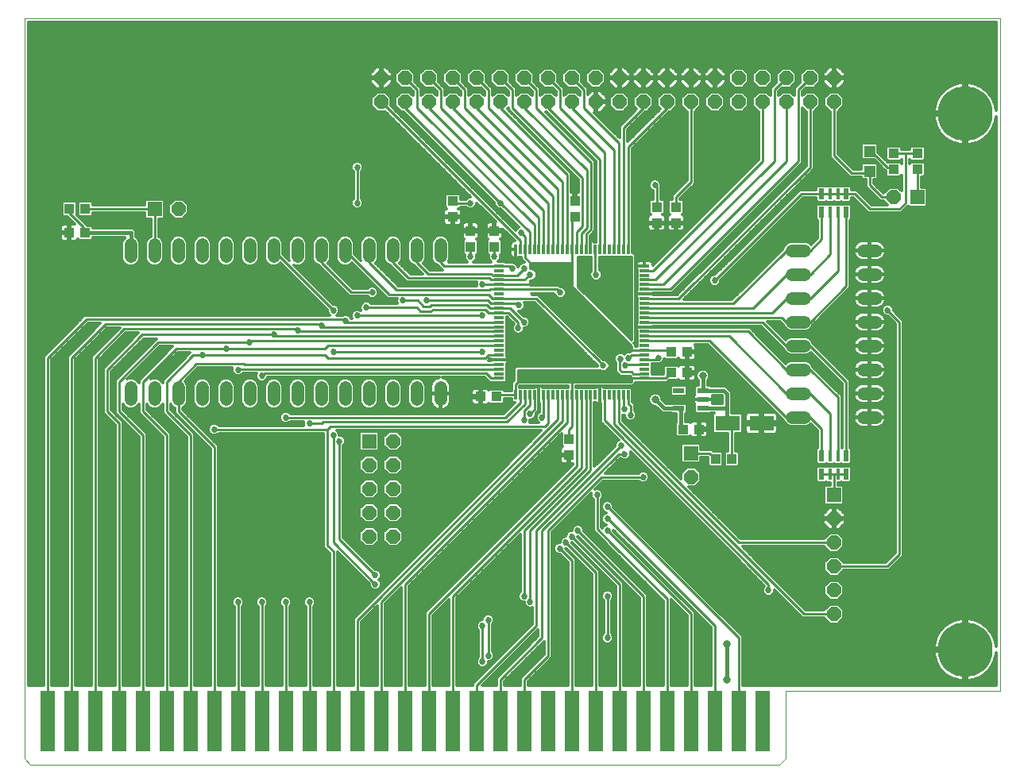
<source format=gtl>
G75*
G70*
%OFA0B0*%
%FSLAX24Y24*%
%IPPOS*%
%LPD*%
%AMOC8*
5,1,8,0,0,1.08239X$1,22.5*
%
%ADD10C,0.0000*%
%ADD11R,0.0600X0.2550*%
%ADD12C,0.0520*%
%ADD13OC8,0.0600*%
%ADD14R,0.0394X0.0433*%
%ADD15R,0.1024X0.0630*%
%ADD16R,0.0472X0.0472*%
%ADD17R,0.0600X0.0600*%
%ADD18R,0.0433X0.0394*%
%ADD19C,0.2300*%
%ADD20R,0.0472X0.0217*%
%ADD21R,0.0394X0.0118*%
%ADD22R,0.0118X0.0394*%
%ADD23R,0.0173X0.0453*%
%ADD24R,0.0248X0.0453*%
%ADD25C,0.0100*%
%ADD26C,0.0270*%
%ADD27C,0.0320*%
%ADD28C,0.0160*%
%ADD29C,0.0180*%
%ADD30C,0.0120*%
D10*
X008092Y007958D02*
X039530Y007958D01*
X039780Y008208D01*
X039780Y011052D01*
X048775Y011052D01*
X048775Y039267D01*
X007842Y039267D01*
X007842Y008271D01*
X007842Y008208D01*
X008092Y007958D01*
D11*
X008811Y009771D03*
X009811Y009771D03*
X010811Y009771D03*
X011811Y009771D03*
X012811Y009771D03*
X013811Y009771D03*
X014811Y009771D03*
X015811Y009771D03*
X016811Y009771D03*
X017811Y009771D03*
X018811Y009771D03*
X019811Y009771D03*
X020811Y009771D03*
X021811Y009771D03*
X022811Y009771D03*
X023811Y009771D03*
X024811Y009771D03*
X025811Y009771D03*
X026811Y009771D03*
X027811Y009771D03*
X028811Y009771D03*
X029811Y009771D03*
X030811Y009771D03*
X031811Y009771D03*
X032811Y009771D03*
X033811Y009771D03*
X034811Y009771D03*
X035811Y009771D03*
X036811Y009771D03*
X037811Y009771D03*
X038811Y009771D03*
D12*
X040051Y022521D02*
X040571Y022521D01*
X040571Y023521D02*
X040051Y023521D01*
X040051Y024521D02*
X040571Y024521D01*
X040571Y025521D02*
X040051Y025521D01*
X040051Y026521D02*
X040571Y026521D01*
X040571Y027521D02*
X040051Y027521D01*
X040051Y028521D02*
X040571Y028521D01*
X040571Y029521D02*
X040051Y029521D01*
X043051Y029521D02*
X043571Y029521D01*
X043571Y028521D02*
X043051Y028521D01*
X043051Y027521D02*
X043571Y027521D01*
X043571Y026521D02*
X043051Y026521D01*
X043051Y025521D02*
X043571Y025521D01*
X043571Y024521D02*
X043051Y024521D01*
X043051Y023521D02*
X043571Y023521D01*
X043571Y022521D02*
X043051Y022521D01*
X025311Y023261D02*
X025311Y023781D01*
X024311Y023781D02*
X024311Y023261D01*
X023311Y023261D02*
X023311Y023781D01*
X022311Y023781D02*
X022311Y023261D01*
X021311Y023261D02*
X021311Y023781D01*
X020311Y023781D02*
X020311Y023261D01*
X019311Y023261D02*
X019311Y023781D01*
X018311Y023781D02*
X018311Y023261D01*
X017311Y023261D02*
X017311Y023781D01*
X016311Y023781D02*
X016311Y023261D01*
X015311Y023261D02*
X015311Y023781D01*
X014311Y023781D02*
X014311Y023261D01*
X013311Y023261D02*
X013311Y023781D01*
X012311Y023781D02*
X012311Y023261D01*
X012311Y029261D02*
X012311Y029781D01*
X013311Y029781D02*
X013311Y029261D01*
X014311Y029261D02*
X014311Y029781D01*
X015311Y029781D02*
X015311Y029261D01*
X016311Y029261D02*
X016311Y029781D01*
X017311Y029781D02*
X017311Y029261D01*
X018311Y029261D02*
X018311Y029781D01*
X019311Y029781D02*
X019311Y029261D01*
X020311Y029261D02*
X020311Y029781D01*
X021311Y029781D02*
X021311Y029261D01*
X022311Y029261D02*
X022311Y029781D01*
X023311Y029781D02*
X023311Y029261D01*
X024311Y029261D02*
X024311Y029781D01*
X025311Y029781D02*
X025311Y029261D01*
D13*
X024811Y035771D03*
X025811Y035771D03*
X025811Y036771D03*
X024811Y036771D03*
X023811Y036771D03*
X022811Y036771D03*
X022811Y035771D03*
X023811Y035771D03*
X026811Y035771D03*
X027811Y035771D03*
X027811Y036771D03*
X026811Y036771D03*
X028811Y036771D03*
X029811Y036771D03*
X030811Y036771D03*
X031811Y036771D03*
X032811Y036771D03*
X033811Y036771D03*
X034811Y036771D03*
X035811Y036771D03*
X036811Y036771D03*
X037811Y036771D03*
X038811Y036771D03*
X039811Y036771D03*
X040811Y036771D03*
X041811Y036771D03*
X041811Y035771D03*
X040811Y035771D03*
X039811Y035771D03*
X038811Y035771D03*
X037811Y035771D03*
X036811Y035771D03*
X035811Y035771D03*
X034811Y035771D03*
X033811Y035771D03*
X032811Y035771D03*
X031811Y035771D03*
X030811Y035771D03*
X029811Y035771D03*
X028811Y035771D03*
X014311Y031271D03*
X023311Y021521D03*
X023311Y020521D03*
X022311Y020521D03*
X022311Y019521D03*
X023311Y019521D03*
X023311Y018521D03*
X022311Y018521D03*
X022311Y017521D03*
X023311Y017521D03*
X035811Y020021D03*
X041811Y018271D03*
X041811Y017271D03*
X041811Y016271D03*
X041811Y015271D03*
X041811Y014271D03*
X044311Y031771D03*
D14*
X030936Y031605D03*
X030936Y030936D03*
X027561Y030355D03*
X027561Y029686D03*
X026561Y029686D03*
X026561Y030355D03*
X030686Y021605D03*
X030686Y020936D03*
X036851Y020771D03*
X037521Y020771D03*
X010396Y031271D03*
X009726Y031271D03*
D15*
X037352Y022271D03*
X038770Y022271D03*
D16*
X043311Y032857D03*
X043311Y033684D03*
D17*
X045311Y031771D03*
X035811Y021021D03*
X041811Y019271D03*
X022311Y021521D03*
X013311Y031271D03*
D18*
X010396Y030271D03*
X009726Y030271D03*
X025811Y030936D03*
X025811Y031605D03*
X034374Y031355D03*
X034374Y030686D03*
X035186Y030686D03*
X035186Y031355D03*
X034976Y025271D03*
X035646Y025271D03*
X035646Y024396D03*
X034976Y024396D03*
X035476Y022021D03*
X036146Y022021D03*
X027646Y023396D03*
X026976Y023396D03*
X044311Y032936D03*
X044311Y033605D03*
X045311Y033605D03*
X045311Y032936D03*
D19*
X047311Y035271D03*
X047311Y012771D03*
D20*
X036323Y022897D03*
X036323Y023271D03*
X036323Y023645D03*
X035299Y023645D03*
X035299Y022897D03*
D21*
X033862Y024159D03*
X033862Y024355D03*
X033862Y024552D03*
X033862Y024749D03*
X033862Y024946D03*
X033862Y025143D03*
X033862Y025340D03*
X033862Y025536D03*
X033862Y025733D03*
X033862Y025930D03*
X033862Y026127D03*
X033862Y026324D03*
X033862Y026521D03*
X033862Y026718D03*
X033862Y026914D03*
X033862Y027111D03*
X033862Y027308D03*
X033862Y027505D03*
X033862Y027702D03*
X033862Y027899D03*
X033862Y028096D03*
X033862Y028292D03*
X033862Y028489D03*
X033862Y028686D03*
X033862Y028883D03*
X027760Y028883D03*
X027760Y028686D03*
X027760Y028489D03*
X027760Y028292D03*
X027760Y028096D03*
X027760Y027899D03*
X027760Y027702D03*
X027760Y027505D03*
X027760Y027308D03*
X027760Y027111D03*
X027760Y026914D03*
X027760Y026718D03*
X027760Y026521D03*
X027760Y026324D03*
X027760Y026127D03*
X027760Y025930D03*
X027760Y025733D03*
X027760Y025536D03*
X027760Y025340D03*
X027760Y025143D03*
X027760Y024946D03*
X027760Y024749D03*
X027760Y024552D03*
X027760Y024355D03*
X027760Y024159D03*
D22*
X028449Y023470D03*
X028646Y023470D03*
X028843Y023470D03*
X029039Y023470D03*
X029236Y023470D03*
X029433Y023470D03*
X029630Y023470D03*
X029827Y023470D03*
X030024Y023470D03*
X030220Y023470D03*
X030417Y023470D03*
X030614Y023470D03*
X030811Y023470D03*
X031008Y023470D03*
X031205Y023470D03*
X031402Y023470D03*
X031598Y023470D03*
X031795Y023470D03*
X031992Y023470D03*
X032189Y023470D03*
X032386Y023470D03*
X032583Y023470D03*
X032780Y023470D03*
X032976Y023470D03*
X033173Y023470D03*
X033173Y029572D03*
X032976Y029572D03*
X032780Y029572D03*
X032583Y029572D03*
X032386Y029572D03*
X032189Y029572D03*
X031992Y029572D03*
X031795Y029572D03*
X031598Y029572D03*
X031402Y029572D03*
X031205Y029572D03*
X031008Y029572D03*
X030811Y029572D03*
X030614Y029572D03*
X030417Y029572D03*
X030220Y029572D03*
X030024Y029572D03*
X029827Y029572D03*
X029630Y029572D03*
X029433Y029572D03*
X029236Y029572D03*
X029039Y029572D03*
X028843Y029572D03*
X028646Y029572D03*
X028449Y029572D03*
D23*
X041654Y031137D03*
X041969Y031137D03*
X041969Y031905D03*
X041654Y031905D03*
X041654Y020905D03*
X041969Y020905D03*
X041969Y020137D03*
X041654Y020137D03*
D24*
X041301Y020137D03*
X042321Y020137D03*
X042321Y020905D03*
X041301Y020905D03*
X041301Y031137D03*
X042321Y031137D03*
X042321Y031905D03*
X041301Y031905D03*
D25*
X040445Y031905D01*
X036811Y028271D01*
X037598Y027308D02*
X039811Y029521D01*
X040311Y029521D01*
X040811Y029521D01*
X041301Y030011D01*
X041301Y031137D01*
X041654Y031137D02*
X041654Y029363D01*
X040811Y028521D01*
X040311Y028521D01*
X039811Y028521D01*
X038402Y027111D01*
X033862Y027111D01*
X033862Y026914D02*
X039205Y026914D01*
X039811Y027521D01*
X040311Y027521D01*
X040811Y027521D01*
X041969Y028678D01*
X041969Y031137D01*
X042321Y031137D02*
X042321Y028031D01*
X040811Y026521D01*
X040311Y026521D01*
X039811Y026521D01*
X039614Y026718D01*
X033862Y026718D01*
X033862Y026521D02*
X038811Y026521D01*
X039811Y025521D01*
X040311Y025521D01*
X040811Y025521D01*
X042321Y024011D01*
X042321Y020905D01*
X041969Y020905D02*
X041969Y023363D01*
X040811Y024521D01*
X040311Y024521D01*
X039811Y024521D01*
X038205Y026127D01*
X033862Y026127D01*
X033862Y025930D02*
X037402Y025930D01*
X039811Y023521D01*
X040311Y023521D01*
X040811Y023521D01*
X041654Y022678D01*
X041654Y020905D01*
X041301Y020905D02*
X041301Y022031D01*
X040811Y022521D01*
X040311Y022521D01*
X039811Y022521D01*
X036598Y025733D01*
X033862Y025733D01*
X033862Y025340D02*
X034907Y025340D01*
X034976Y025271D01*
X034436Y025021D02*
X034361Y024946D01*
X033862Y024946D01*
X033862Y025143D02*
X033308Y025143D01*
X033186Y025021D01*
X033205Y025266D02*
X033137Y025266D01*
X033047Y025228D01*
X032999Y025180D01*
X032981Y025197D01*
X032891Y025234D01*
X032794Y025234D01*
X032704Y025197D01*
X032635Y025128D01*
X032597Y025038D01*
X032597Y024941D01*
X032635Y024851D01*
X032651Y024834D01*
X032651Y024587D01*
X032651Y024454D01*
X032838Y024267D01*
X032971Y024267D01*
X033245Y024267D01*
X033311Y024201D01*
X033311Y024021D01*
X028561Y024021D01*
X028561Y024521D01*
X031965Y024521D01*
X031985Y024501D01*
X032075Y024463D01*
X032172Y024463D01*
X032262Y024501D01*
X032331Y024569D01*
X032369Y024659D01*
X032369Y024757D01*
X032331Y024847D01*
X032262Y024916D01*
X032172Y024953D01*
X032105Y024953D01*
X032002Y025056D01*
X029393Y027665D01*
X029260Y027665D01*
X029167Y027665D01*
X029093Y027739D01*
X030066Y027739D01*
X030066Y027722D01*
X030103Y027632D01*
X030172Y027563D01*
X030262Y027526D01*
X030360Y027526D01*
X030450Y027563D01*
X030519Y027632D01*
X030556Y027722D01*
X030556Y027819D01*
X030519Y027909D01*
X030450Y027978D01*
X030360Y028016D01*
X030292Y028016D01*
X030249Y028059D01*
X030117Y028059D01*
X029061Y028059D01*
X029061Y028276D01*
X029110Y028276D01*
X029200Y028313D01*
X029269Y028382D01*
X029306Y028472D01*
X029306Y028569D01*
X029269Y028659D01*
X029200Y028728D01*
X029110Y028766D01*
X029061Y028766D01*
X029061Y029021D01*
X028843Y029239D01*
X028843Y029572D01*
X028843Y030114D01*
X028686Y030271D01*
X028646Y029936D02*
X022811Y035771D01*
X023811Y035771D02*
X023811Y035521D01*
X027811Y031521D01*
X029039Y030292D01*
X029039Y029572D01*
X029236Y029572D02*
X029236Y030596D01*
X024311Y035521D01*
X024311Y036271D01*
X023811Y036771D01*
X024811Y036771D02*
X025311Y036271D01*
X025311Y035521D01*
X029630Y031202D01*
X029630Y029572D01*
X029827Y029572D02*
X029827Y031505D01*
X025811Y035521D01*
X025811Y035771D01*
X026311Y035521D02*
X026311Y036271D01*
X025811Y036771D01*
X026811Y036771D02*
X027311Y036271D01*
X027311Y035521D01*
X030417Y032414D01*
X030417Y029572D01*
X030220Y029572D02*
X030220Y032111D01*
X026811Y035521D01*
X026811Y035771D01*
X026311Y035521D02*
X030024Y031808D01*
X030024Y029572D01*
X030614Y029572D02*
X030614Y032718D01*
X027811Y035521D01*
X027811Y035771D01*
X028311Y035521D02*
X031249Y032583D01*
X031249Y030552D01*
X031008Y030311D01*
X031008Y030311D01*
X031008Y029572D01*
X031205Y029572D02*
X031205Y030258D01*
X031436Y030489D01*
X031436Y032896D01*
X028811Y035521D01*
X028811Y035771D01*
X028311Y035521D02*
X028311Y036271D01*
X027811Y036771D01*
X028811Y036771D02*
X029311Y036271D01*
X029311Y035521D01*
X031624Y033208D01*
X031624Y030427D01*
X031402Y030205D01*
X031402Y029572D01*
X031309Y029265D02*
X031112Y029265D01*
X031061Y029265D01*
X031061Y028021D01*
X033311Y025771D01*
X033311Y029271D01*
X033283Y029271D01*
X033278Y029265D01*
X033081Y029265D01*
X032884Y029265D01*
X032687Y029265D01*
X032490Y029265D01*
X032294Y029265D01*
X032097Y029265D01*
X031955Y029265D01*
X031955Y028723D01*
X032019Y028659D01*
X032056Y028569D01*
X032056Y028472D01*
X032019Y028382D01*
X031950Y028313D01*
X031860Y028276D01*
X031762Y028276D01*
X031672Y028313D01*
X031603Y028382D01*
X031566Y028472D01*
X031566Y028569D01*
X031603Y028659D01*
X031635Y028691D01*
X031635Y029265D01*
X031506Y029265D01*
X031309Y029265D01*
X031061Y029253D02*
X031635Y029253D01*
X031635Y029155D02*
X031061Y029155D01*
X031061Y029056D02*
X031635Y029056D01*
X031635Y028958D02*
X031061Y028958D01*
X031061Y028859D02*
X031635Y028859D01*
X031635Y028760D02*
X031061Y028760D01*
X031061Y028662D02*
X031606Y028662D01*
X031566Y028563D02*
X031061Y028563D01*
X031061Y028465D02*
X031569Y028465D01*
X031619Y028366D02*
X031061Y028366D01*
X031061Y028268D02*
X033311Y028268D01*
X033311Y028366D02*
X032003Y028366D01*
X032053Y028465D02*
X033311Y028465D01*
X033311Y028563D02*
X032056Y028563D01*
X032016Y028662D02*
X033311Y028662D01*
X033311Y028760D02*
X031955Y028760D01*
X031955Y028859D02*
X033311Y028859D01*
X033311Y028958D02*
X031955Y028958D01*
X031955Y029056D02*
X033311Y029056D01*
X033311Y029155D02*
X031955Y029155D01*
X031955Y029253D02*
X033311Y029253D01*
X033173Y029572D02*
X033173Y033883D01*
X034811Y035521D01*
X034811Y035771D01*
X035811Y035771D02*
X035811Y032396D01*
X035186Y031771D01*
X035186Y031355D01*
X034374Y031355D02*
X034374Y032208D01*
X034311Y032271D01*
X032189Y033643D02*
X030311Y035521D01*
X030311Y036271D01*
X029811Y036771D01*
X030811Y036771D02*
X031311Y036271D01*
X031311Y035521D01*
X032780Y034052D01*
X032780Y029572D01*
X032976Y029572D02*
X032976Y034686D01*
X033811Y035521D01*
X033811Y035771D01*
X032583Y033749D02*
X030811Y035521D01*
X030811Y035771D01*
X029811Y035771D02*
X029811Y035521D01*
X031992Y033340D01*
X031992Y029572D01*
X031795Y029572D02*
X031795Y028536D01*
X031811Y028521D01*
X031061Y028169D02*
X033311Y028169D01*
X033311Y028071D02*
X031061Y028071D01*
X031110Y027972D02*
X033311Y027972D01*
X033311Y027874D02*
X031208Y027874D01*
X031307Y027775D02*
X033311Y027775D01*
X033311Y027676D02*
X031405Y027676D01*
X031504Y027578D02*
X033311Y027578D01*
X033311Y027479D02*
X031602Y027479D01*
X031701Y027381D02*
X033311Y027381D01*
X033311Y027282D02*
X031799Y027282D01*
X031898Y027184D02*
X033311Y027184D01*
X033311Y027085D02*
X031997Y027085D01*
X032095Y026987D02*
X033311Y026987D01*
X033311Y026888D02*
X032194Y026888D01*
X032292Y026790D02*
X033311Y026790D01*
X033311Y026691D02*
X032391Y026691D01*
X032489Y026592D02*
X033311Y026592D01*
X033311Y026494D02*
X032588Y026494D01*
X032686Y026395D02*
X033311Y026395D01*
X033311Y026297D02*
X032785Y026297D01*
X032883Y026198D02*
X033311Y026198D01*
X033311Y026100D02*
X032982Y026100D01*
X033081Y026001D02*
X033311Y026001D01*
X033311Y025903D02*
X033179Y025903D01*
X033278Y025804D02*
X033311Y025804D01*
X033126Y025706D02*
X031352Y025706D01*
X031254Y025804D02*
X033028Y025804D01*
X032929Y025903D02*
X031155Y025903D01*
X031057Y026001D02*
X032831Y026001D01*
X032732Y026100D02*
X030958Y026100D01*
X030860Y026198D02*
X032633Y026198D01*
X032535Y026297D02*
X030761Y026297D01*
X030663Y026395D02*
X032436Y026395D01*
X032338Y026494D02*
X030564Y026494D01*
X030465Y026592D02*
X032239Y026592D01*
X032141Y026691D02*
X030367Y026691D01*
X030268Y026790D02*
X032042Y026790D01*
X031944Y026888D02*
X030170Y026888D01*
X030071Y026987D02*
X031845Y026987D01*
X031747Y027085D02*
X029973Y027085D01*
X029874Y027184D02*
X031648Y027184D01*
X031549Y027282D02*
X029776Y027282D01*
X029677Y027381D02*
X031451Y027381D01*
X031352Y027479D02*
X029579Y027479D01*
X029480Y027578D02*
X030157Y027578D01*
X030085Y027676D02*
X029155Y027676D01*
X029327Y027505D02*
X031936Y024896D01*
X032124Y024708D01*
X032353Y024622D02*
X032651Y024622D01*
X032651Y024720D02*
X032369Y024720D01*
X032343Y024819D02*
X032651Y024819D01*
X032607Y024917D02*
X032259Y024917D01*
X032042Y025016D02*
X032597Y025016D01*
X032629Y025114D02*
X031944Y025114D01*
X031845Y025213D02*
X032741Y025213D01*
X032811Y025271D02*
X032811Y025340D01*
X033862Y025340D01*
X033311Y025311D02*
X031747Y025311D01*
X031648Y025410D02*
X033311Y025410D01*
X033311Y025509D02*
X031549Y025509D01*
X031451Y025607D02*
X033225Y025607D01*
X033311Y025521D02*
X033311Y025303D01*
X033242Y025303D01*
X033205Y025266D01*
X033032Y025213D02*
X032943Y025213D01*
X032842Y024989D02*
X032811Y024958D01*
X032811Y024521D01*
X032905Y024427D01*
X033311Y024427D01*
X033383Y024355D01*
X033862Y024355D01*
X033862Y024159D02*
X034739Y024159D01*
X034976Y024396D01*
X034936Y024396D01*
X033862Y024159D02*
X033199Y024159D01*
X033061Y024021D01*
X033311Y024030D02*
X028561Y024030D01*
X028561Y024129D02*
X033311Y024129D01*
X033284Y024227D02*
X028561Y024227D01*
X028561Y024326D02*
X032779Y024326D01*
X032681Y024425D02*
X028561Y024425D01*
X028811Y024271D02*
X028449Y023909D01*
X028449Y023470D01*
X027719Y023470D01*
X027646Y023396D01*
X027760Y024159D02*
X027423Y024159D01*
X027311Y024271D01*
X027249Y024333D01*
X027249Y024333D01*
X027217Y024364D01*
X017905Y024364D01*
X017811Y024271D01*
X017083Y024749D02*
X017061Y024771D01*
X015061Y024771D01*
X014311Y024021D01*
X014311Y023521D01*
X014311Y022771D01*
X015811Y021271D01*
X015811Y009771D01*
X014811Y009771D02*
X014811Y021771D01*
X013811Y022771D01*
X013811Y024021D01*
X014933Y025143D01*
X015311Y025143D01*
X015314Y025146D01*
X020467Y025146D01*
X020592Y025021D01*
X027186Y025021D01*
X027308Y025143D01*
X027760Y025143D01*
X027760Y025536D02*
X020577Y025536D01*
X020452Y025411D01*
X016311Y025411D01*
X014202Y025411D01*
X012811Y024021D01*
X012811Y022771D01*
X013811Y021771D01*
X013811Y009771D01*
X012811Y009771D02*
X012811Y021771D01*
X011811Y022771D01*
X011811Y024021D01*
X013461Y025671D01*
X017280Y025671D01*
X017342Y025733D01*
X027760Y025733D01*
X027760Y025930D02*
X018374Y025930D01*
X018311Y025993D01*
X012783Y025993D01*
X011311Y024521D01*
X011311Y022771D01*
X011811Y022271D01*
X011811Y009771D01*
X010811Y009771D02*
X010811Y025021D01*
X012030Y026239D01*
X019261Y026239D01*
X019311Y026190D01*
X019374Y026127D01*
X027760Y026127D01*
X027760Y026324D02*
X020374Y026324D01*
X020311Y026386D01*
X020239Y026458D01*
X011249Y026458D01*
X009811Y025021D01*
X009811Y009771D01*
X008811Y009771D02*
X008811Y025021D01*
X010436Y026646D01*
X021249Y026646D01*
X021249Y026646D01*
X021311Y026583D01*
X021311Y026583D01*
X021374Y026521D01*
X027760Y026521D01*
X027760Y026914D02*
X027324Y026914D01*
X027186Y027052D01*
X024967Y027052D01*
X024905Y026989D01*
X024467Y026989D01*
X024311Y027146D01*
X022186Y027146D01*
X021811Y026802D02*
X027061Y026802D01*
X027377Y027111D02*
X027249Y027239D01*
X024905Y027239D01*
X024842Y027177D01*
X024592Y027177D01*
X024342Y027427D01*
X023717Y027427D01*
X023467Y027864D02*
X022311Y029021D01*
X022311Y029521D01*
X021311Y029521D02*
X023155Y027677D01*
X027311Y027677D01*
X027483Y027505D01*
X027760Y027505D01*
X029327Y027505D01*
X029236Y028096D02*
X027760Y028096D01*
X027330Y028096D01*
X027311Y028114D01*
X027061Y028114D01*
X027342Y027864D02*
X023467Y027864D01*
X023967Y028364D02*
X023311Y029021D01*
X023311Y029521D01*
X024311Y029521D02*
X024311Y029021D01*
X024780Y028552D01*
X027436Y028552D01*
X027499Y028489D01*
X027760Y028489D01*
X028530Y028489D01*
X028811Y028771D01*
X029061Y028859D02*
X030811Y028859D01*
X030811Y028771D02*
X030811Y029572D01*
X030811Y030811D01*
X030936Y030936D01*
X029433Y030899D02*
X024811Y035521D01*
X024811Y035771D01*
X021811Y033021D02*
X021811Y031521D01*
X020311Y029521D02*
X020311Y029021D01*
X021561Y027771D01*
X022436Y027771D01*
X020811Y027021D02*
X018311Y029521D01*
X013311Y029521D02*
X013311Y031271D01*
X010396Y031271D01*
X009811Y031355D02*
X009726Y031271D01*
X009726Y031105D01*
X010311Y030521D01*
X010311Y030355D01*
X010396Y030271D01*
X017083Y024749D02*
X027760Y024749D01*
X027760Y024552D02*
X016843Y024552D01*
X016811Y024521D01*
X018811Y022521D02*
X028030Y022521D01*
X028646Y023137D01*
X028646Y023470D01*
X028843Y023470D02*
X028843Y023083D01*
X028092Y022333D01*
X020374Y022333D01*
X020311Y022271D01*
X019811Y022271D01*
X020561Y022021D02*
X020561Y022021D01*
X020686Y022146D01*
X029686Y022146D01*
X029827Y022286D01*
X029827Y023470D01*
X029630Y023470D02*
X029630Y022590D01*
X029561Y022521D01*
X029236Y022852D02*
X029061Y022677D01*
X029236Y022852D02*
X029236Y023470D01*
X029039Y023470D02*
X029039Y023030D01*
X028811Y022802D01*
X028811Y022396D01*
X030220Y022430D02*
X030220Y023470D01*
X030417Y023470D02*
X030417Y022377D01*
X022811Y014771D01*
X022811Y009771D01*
X023811Y009771D02*
X023811Y015521D01*
X030614Y022324D01*
X030614Y023470D01*
X030811Y023470D02*
X030811Y022146D01*
X030686Y022021D01*
X030686Y021605D01*
X030220Y022430D02*
X021811Y014021D01*
X021811Y009771D01*
X020811Y009771D02*
X020811Y016896D01*
X020561Y017146D01*
X020561Y022021D01*
X015811Y022021D01*
X020811Y021771D02*
X020811Y017271D01*
X022561Y015521D01*
X022561Y015896D02*
X021061Y017396D01*
X021061Y021521D01*
X020811Y025271D02*
X027061Y025271D01*
X027311Y024271D02*
X027311Y024271D01*
X028561Y026271D02*
X028561Y026521D01*
X028167Y026914D01*
X027760Y026914D01*
X027760Y027111D02*
X027377Y027111D01*
X027430Y027308D02*
X027280Y027458D01*
X024749Y027458D01*
X024717Y027427D01*
X023967Y028364D02*
X027342Y028364D01*
X027374Y028333D01*
X027374Y028333D01*
X027414Y028292D01*
X027760Y028292D01*
X028833Y028292D01*
X029061Y028521D01*
X029253Y028366D02*
X030811Y028366D01*
X030811Y028268D02*
X029061Y028268D01*
X029061Y028169D02*
X030811Y028169D01*
X030811Y028071D02*
X029061Y028071D01*
X029303Y028465D02*
X030811Y028465D01*
X030811Y028563D02*
X029306Y028563D01*
X029266Y028662D02*
X030811Y028662D01*
X030811Y028760D02*
X029122Y028760D01*
X029061Y028958D02*
X030811Y028958D01*
X030811Y029021D02*
X030811Y028021D01*
X033311Y025521D01*
X033102Y024749D02*
X033061Y024708D01*
X033102Y024749D02*
X033862Y024749D01*
X032651Y024523D02*
X032285Y024523D01*
X032189Y023470D02*
X032189Y022393D01*
X039061Y015521D01*
X039061Y015271D01*
X040561Y014271D02*
X041811Y014271D01*
X040561Y014271D02*
X032583Y022249D01*
X032583Y023470D01*
X032780Y023470D02*
X032780Y022302D01*
X037811Y017271D01*
X041811Y017271D01*
X041811Y016271D02*
X044061Y016271D01*
X044561Y016771D01*
X044561Y026521D01*
X044061Y027021D01*
X044561Y031271D02*
X043311Y031271D01*
X042677Y031905D01*
X042321Y031905D01*
X041969Y031905D01*
X041654Y031905D01*
X041301Y031905D01*
X040811Y033021D02*
X040811Y035771D01*
X040311Y036271D02*
X040311Y033271D01*
X034939Y027899D01*
X033862Y027899D01*
X033862Y028096D02*
X034636Y028096D01*
X039811Y033271D01*
X039811Y035771D01*
X039311Y036271D02*
X039311Y033271D01*
X034333Y028292D01*
X033862Y028292D01*
X033862Y028686D02*
X034226Y028686D01*
X038811Y033271D01*
X038811Y035771D01*
X039311Y036271D02*
X039811Y036771D01*
X040311Y036271D02*
X040811Y036771D01*
X041811Y035771D02*
X041811Y033521D01*
X042561Y032771D01*
X043224Y032771D01*
X043311Y032857D01*
X043311Y032271D01*
X043811Y031771D01*
X044311Y031771D01*
X044561Y031271D02*
X044811Y031521D01*
X044811Y033583D01*
X044789Y033605D01*
X044311Y033605D01*
X045311Y033605D01*
X045311Y032936D02*
X045311Y031771D01*
X044311Y032936D02*
X044226Y033021D01*
X044061Y033021D01*
X043398Y033684D01*
X043311Y033684D01*
X040811Y033021D02*
X035295Y027505D01*
X033862Y027505D01*
X033862Y027308D02*
X037598Y027308D01*
X033155Y026271D02*
X033061Y026771D01*
X031254Y027578D02*
X030465Y027578D01*
X030537Y027676D02*
X031155Y027676D01*
X031057Y027775D02*
X030556Y027775D01*
X030534Y027874D02*
X030958Y027874D01*
X030860Y027972D02*
X030456Y027972D01*
X030311Y027771D02*
X030183Y027899D01*
X027760Y027899D01*
X027376Y027899D01*
X027342Y027864D01*
X027430Y027308D02*
X027760Y027308D01*
X028524Y027308D01*
X028592Y027239D01*
X028220Y027111D02*
X028811Y026521D01*
X028220Y027111D02*
X027760Y027111D01*
X028311Y028771D02*
X028199Y028883D01*
X027760Y028883D01*
X025449Y028883D01*
X025311Y029021D01*
X025311Y029521D01*
X026561Y029686D02*
X026561Y029271D01*
X027561Y029271D02*
X027561Y029686D01*
X028646Y029572D02*
X028646Y029936D01*
X029433Y029572D02*
X029433Y030899D01*
X029061Y029021D02*
X030811Y029021D01*
X032189Y029572D02*
X032189Y033643D01*
X032583Y033749D02*
X032583Y029572D01*
X026561Y031521D02*
X025896Y031521D01*
X025811Y031605D01*
X030811Y024271D02*
X030811Y023470D01*
X031008Y023470D02*
X031008Y020468D01*
X024811Y014271D01*
X024811Y009771D01*
X025811Y009771D02*
X025811Y015021D01*
X031205Y020414D01*
X031205Y023470D01*
X031402Y023470D02*
X031402Y020361D01*
X028811Y017771D01*
X028811Y015021D01*
X029061Y014771D02*
X029061Y017771D01*
X031598Y020308D01*
X031598Y023470D01*
X032976Y023470D02*
X032976Y022918D01*
X033030Y022864D01*
X033173Y023096D02*
X033280Y022989D01*
X033280Y022614D01*
X033173Y023096D02*
X033173Y023470D01*
X032874Y021333D02*
X029311Y017771D01*
X029311Y013771D01*
X026811Y011271D01*
X026811Y009771D01*
X027811Y009771D02*
X027811Y011521D01*
X029561Y013271D01*
X029561Y017771D01*
X032780Y020989D01*
X033030Y020989D01*
X033811Y020021D02*
X032061Y020021D01*
X029811Y017771D01*
X029811Y012521D01*
X028811Y011521D01*
X028811Y009771D01*
X030811Y009771D02*
X030811Y016521D01*
X030311Y017021D01*
X030561Y017271D02*
X031811Y016021D01*
X031811Y009771D01*
X032811Y009771D02*
X032811Y015521D01*
X030811Y017521D01*
X031061Y017771D02*
X033811Y015021D01*
X033811Y009771D01*
X034811Y009771D02*
X034811Y014896D01*
X032561Y017146D01*
X032499Y017208D01*
X031874Y017833D01*
X031874Y019271D01*
X032311Y018771D02*
X037811Y013271D01*
X037811Y009771D01*
X036811Y009771D02*
X036811Y013771D01*
X032311Y018271D01*
X032311Y017771D02*
X035811Y014271D01*
X035811Y009771D01*
X032311Y013271D02*
X032311Y015021D01*
X027311Y014021D02*
X027311Y012521D01*
X027061Y012271D02*
X027061Y013771D01*
X019811Y014771D02*
X019811Y009771D01*
X018811Y009771D02*
X018811Y014771D01*
X017811Y014771D02*
X017811Y009771D01*
X016811Y009771D02*
X016811Y014771D01*
X035811Y021021D02*
X036601Y021021D01*
X036851Y020771D01*
X037521Y020771D02*
X037521Y022230D01*
X037561Y022271D01*
X037352Y022271D01*
X041301Y020137D02*
X041789Y020137D01*
X041811Y020114D01*
X041811Y019271D01*
X041654Y020137D02*
X041969Y020137D01*
X042321Y020137D01*
X041654Y020137D02*
X041301Y020137D01*
D26*
X038811Y021271D03*
X039561Y022271D03*
X036811Y023271D03*
X036561Y022521D03*
X036561Y021521D03*
X034061Y022021D03*
X033280Y022614D03*
X033030Y022864D03*
X033561Y023521D03*
X033061Y024708D03*
X033186Y025021D03*
X032842Y024989D03*
X032124Y024708D03*
X034436Y025021D03*
X035311Y024833D03*
X036311Y025271D03*
X036811Y028271D03*
X033811Y029271D03*
X033061Y028271D03*
X032311Y029021D03*
X031811Y028521D03*
X030311Y027771D03*
X029061Y028521D03*
X028811Y028771D03*
X028311Y028771D03*
X028061Y029271D03*
X027561Y029271D03*
X026561Y029271D03*
X027061Y028114D03*
X027061Y026802D03*
X027061Y025271D03*
X028561Y026271D03*
X028811Y026521D03*
X028592Y027239D03*
X030061Y026271D03*
X029561Y024771D03*
X029061Y022677D03*
X029249Y022396D03*
X029561Y022521D03*
X028811Y022396D03*
X028061Y021021D03*
X029061Y019771D03*
X031061Y017771D03*
X030811Y017521D03*
X030561Y017271D03*
X030311Y017021D03*
X031186Y016146D03*
X032311Y015521D03*
X032311Y015021D03*
X033311Y014521D03*
X034311Y013771D03*
X035311Y013021D03*
X036311Y012271D03*
X038311Y012521D03*
X038811Y011771D03*
X039061Y015271D03*
X034311Y011771D03*
X032311Y013271D03*
X031311Y013271D03*
X029811Y011771D03*
X029061Y012271D03*
X028561Y012646D03*
X027311Y012521D03*
X027061Y012271D03*
X026311Y013021D03*
X027061Y013771D03*
X027311Y014021D03*
X026311Y014771D03*
X025311Y014271D03*
X024311Y013271D03*
X023311Y012521D03*
X022311Y012021D03*
X019811Y014771D03*
X018811Y014771D03*
X017811Y014771D03*
X016811Y014771D03*
X015311Y013021D03*
X014311Y012021D03*
X013311Y012021D03*
X012311Y012021D03*
X011311Y012021D03*
X010311Y012021D03*
X009311Y012021D03*
X008311Y012021D03*
X008311Y021271D03*
X009311Y021271D03*
X010311Y021271D03*
X011311Y021271D03*
X012311Y021271D03*
X013311Y021271D03*
X014311Y021271D03*
X015311Y021271D03*
X015811Y022021D03*
X016311Y021271D03*
X017311Y022396D03*
X018311Y022771D03*
X018811Y022521D03*
X019311Y022771D03*
X019811Y022271D03*
X020311Y022771D03*
X021311Y022771D03*
X020811Y021771D03*
X021061Y021521D03*
X021561Y021271D03*
X017811Y024271D03*
X016811Y024521D03*
X016311Y025411D03*
X015311Y025143D03*
X014311Y025021D03*
X013561Y025271D03*
X012811Y025521D03*
X012061Y025771D03*
X011311Y026021D03*
X010311Y026021D03*
X009811Y029521D03*
X009061Y030271D03*
X008311Y029521D03*
X016061Y028271D03*
X017311Y027521D03*
X018311Y028271D03*
X019311Y027521D03*
X020311Y028271D03*
X021311Y028521D03*
X022155Y028052D03*
X022436Y027771D03*
X022186Y027146D03*
X021811Y026802D03*
X021311Y026583D03*
X020811Y027021D03*
X020311Y026386D03*
X019311Y026190D03*
X018311Y025993D03*
X017280Y025671D03*
X020811Y025271D03*
X023717Y027427D03*
X023561Y028271D03*
X024717Y027427D03*
X028686Y030271D03*
X027811Y031521D03*
X027061Y031021D03*
X026561Y031021D03*
X026561Y031521D03*
X023811Y030521D03*
X021811Y031521D03*
X021811Y033021D03*
X023811Y033271D03*
X018811Y035021D03*
X020811Y038771D03*
X030936Y032239D03*
X031717Y030114D03*
X034311Y032271D03*
X034811Y034021D03*
X037311Y034021D03*
X041311Y034021D03*
X040311Y030771D03*
X044061Y027021D03*
X047311Y023771D03*
X047311Y032271D03*
X047311Y038771D03*
X033061Y038771D03*
X032874Y021333D03*
X033030Y020989D03*
X033249Y020646D03*
X033811Y020021D03*
X031874Y019271D03*
X032311Y018771D03*
X032311Y018271D03*
X032311Y017771D03*
X028811Y015021D03*
X029061Y014771D03*
X027311Y015521D03*
X028311Y016271D03*
X022561Y015896D03*
X022561Y015521D03*
X047311Y015021D03*
X008311Y038771D03*
D27*
X033155Y026271D03*
X033186Y024146D03*
X034311Y023271D03*
X036311Y024271D03*
X037311Y013021D03*
X037311Y011521D03*
D28*
X035476Y022021D02*
X035374Y022021D01*
X035374Y022822D01*
X035299Y022897D01*
X034685Y022897D01*
X034311Y023271D01*
X036311Y023657D02*
X036323Y023645D01*
X037187Y023645D01*
X037311Y023521D01*
X037311Y022896D01*
X036374Y022896D01*
X036373Y022897D01*
X036323Y022897D01*
X036311Y023657D02*
X036311Y024271D01*
X037311Y022896D02*
X037311Y022562D01*
X037352Y022271D01*
X012311Y029521D02*
X012311Y030271D01*
X010396Y030271D01*
D29*
X037311Y013021D02*
X037311Y011521D01*
D30*
X036641Y011564D02*
X035981Y011564D01*
X035981Y011446D02*
X036641Y011446D01*
X036641Y011327D02*
X035981Y011327D01*
X035981Y011271D02*
X035981Y014200D01*
X035981Y014341D01*
X032566Y017756D01*
X032566Y017775D01*
X036641Y013700D01*
X036641Y011271D01*
X035981Y011271D01*
X035641Y011271D02*
X034981Y011271D01*
X034981Y014825D01*
X034981Y014860D01*
X035641Y014200D01*
X035641Y011271D01*
X035641Y011327D02*
X034981Y011327D01*
X034981Y011446D02*
X035641Y011446D01*
X035641Y011564D02*
X034981Y011564D01*
X034981Y011683D02*
X035641Y011683D01*
X035641Y011801D02*
X034981Y011801D01*
X034981Y011920D02*
X035641Y011920D01*
X035641Y012038D02*
X034981Y012038D01*
X034981Y012157D02*
X035641Y012157D01*
X035641Y012275D02*
X034981Y012275D01*
X034981Y012394D02*
X035641Y012394D01*
X035641Y012512D02*
X034981Y012512D01*
X034981Y012631D02*
X035641Y012631D01*
X035641Y012750D02*
X034981Y012750D01*
X034981Y012868D02*
X035641Y012868D01*
X035641Y012987D02*
X034981Y012987D01*
X034981Y013105D02*
X035641Y013105D01*
X035641Y013224D02*
X034981Y013224D01*
X034981Y013342D02*
X035641Y013342D01*
X035641Y013461D02*
X034981Y013461D01*
X034981Y013579D02*
X035641Y013579D01*
X035641Y013698D02*
X034981Y013698D01*
X034981Y013816D02*
X035641Y013816D01*
X035641Y013935D02*
X034981Y013935D01*
X034981Y014054D02*
X035641Y014054D01*
X035641Y014172D02*
X034981Y014172D01*
X034981Y014291D02*
X035551Y014291D01*
X035432Y014409D02*
X034981Y014409D01*
X034981Y014528D02*
X035314Y014528D01*
X035195Y014646D02*
X034981Y014646D01*
X034981Y014765D02*
X035077Y014765D01*
X035320Y015002D02*
X035339Y015002D01*
X035439Y014883D02*
X035458Y014883D01*
X035557Y014765D02*
X035577Y014765D01*
X035676Y014646D02*
X035695Y014646D01*
X035794Y014528D02*
X035814Y014528D01*
X035913Y014409D02*
X035932Y014409D01*
X035981Y014291D02*
X036051Y014291D01*
X035981Y014172D02*
X036169Y014172D01*
X036288Y014054D02*
X035981Y014054D01*
X035981Y013935D02*
X036406Y013935D01*
X036525Y013816D02*
X035981Y013816D01*
X035981Y013698D02*
X036641Y013698D01*
X036641Y013579D02*
X035981Y013579D01*
X035981Y013461D02*
X036641Y013461D01*
X036641Y013342D02*
X035981Y013342D01*
X035981Y013224D02*
X036641Y013224D01*
X036641Y013105D02*
X035981Y013105D01*
X035981Y012987D02*
X036641Y012987D01*
X036641Y012868D02*
X035981Y012868D01*
X035981Y012750D02*
X036641Y012750D01*
X036641Y012631D02*
X035981Y012631D01*
X035981Y012512D02*
X036641Y012512D01*
X036641Y012394D02*
X035981Y012394D01*
X035981Y012275D02*
X036641Y012275D01*
X036641Y012157D02*
X035981Y012157D01*
X035981Y012038D02*
X036641Y012038D01*
X036641Y011920D02*
X035981Y011920D01*
X035981Y011801D02*
X036641Y011801D01*
X036641Y011683D02*
X035981Y011683D01*
X034641Y011683D02*
X033981Y011683D01*
X033981Y011801D02*
X034641Y011801D01*
X034641Y011920D02*
X033981Y011920D01*
X033981Y012038D02*
X034641Y012038D01*
X034641Y012157D02*
X033981Y012157D01*
X033981Y012275D02*
X034641Y012275D01*
X034641Y012394D02*
X033981Y012394D01*
X033981Y012512D02*
X034641Y012512D01*
X034641Y012631D02*
X033981Y012631D01*
X033981Y012750D02*
X034641Y012750D01*
X034641Y012868D02*
X033981Y012868D01*
X033981Y012987D02*
X034641Y012987D01*
X034641Y013105D02*
X033981Y013105D01*
X033981Y013224D02*
X034641Y013224D01*
X034641Y013342D02*
X033981Y013342D01*
X033981Y013461D02*
X034641Y013461D01*
X034641Y013579D02*
X033981Y013579D01*
X033981Y013698D02*
X034641Y013698D01*
X034641Y013816D02*
X033981Y013816D01*
X033981Y013935D02*
X034641Y013935D01*
X034641Y014054D02*
X033981Y014054D01*
X033981Y014172D02*
X034641Y014172D01*
X034641Y014291D02*
X033981Y014291D01*
X033981Y014409D02*
X034641Y014409D01*
X034641Y014528D02*
X033981Y014528D01*
X033981Y014646D02*
X034641Y014646D01*
X034641Y014765D02*
X033981Y014765D01*
X033981Y014883D02*
X034583Y014883D01*
X034641Y014825D02*
X034641Y011271D01*
X033981Y011271D01*
X033981Y014950D01*
X033981Y015091D01*
X031316Y017756D01*
X031316Y017821D01*
X031277Y017915D01*
X031205Y017987D01*
X031112Y018026D01*
X031010Y018026D01*
X030917Y017987D01*
X030845Y017915D01*
X030806Y017821D01*
X030806Y017776D01*
X030760Y017776D01*
X030667Y017737D01*
X030595Y017665D01*
X030556Y017571D01*
X030556Y017526D01*
X030510Y017526D01*
X030417Y017487D01*
X030345Y017415D01*
X030306Y017321D01*
X030306Y017276D01*
X030260Y017276D01*
X030167Y017237D01*
X030095Y017165D01*
X030056Y017071D01*
X030056Y016970D01*
X030095Y016876D01*
X030167Y016805D01*
X030260Y016766D01*
X030326Y016766D01*
X030641Y016450D01*
X030641Y011271D01*
X028981Y011271D01*
X028981Y011450D01*
X029881Y012351D01*
X029981Y012450D01*
X029981Y017700D01*
X031630Y019350D01*
X031619Y019321D01*
X031619Y019220D01*
X031657Y019126D01*
X031704Y019080D01*
X031704Y017904D01*
X031704Y017763D01*
X032391Y017075D01*
X034641Y014825D01*
X034464Y015002D02*
X033981Y015002D01*
X033952Y015120D02*
X034346Y015120D01*
X034227Y015239D02*
X033833Y015239D01*
X033715Y015357D02*
X034109Y015357D01*
X033990Y015476D02*
X033596Y015476D01*
X033478Y015595D02*
X033872Y015595D01*
X033753Y015713D02*
X033359Y015713D01*
X033240Y015832D02*
X033635Y015832D01*
X033516Y015950D02*
X033122Y015950D01*
X033003Y016069D02*
X033398Y016069D01*
X033279Y016187D02*
X032885Y016187D01*
X032766Y016306D02*
X033160Y016306D01*
X033042Y016424D02*
X032648Y016424D01*
X032529Y016543D02*
X032923Y016543D01*
X032805Y016661D02*
X032411Y016661D01*
X032292Y016780D02*
X032686Y016780D01*
X032568Y016899D02*
X032174Y016899D01*
X032055Y017017D02*
X032449Y017017D01*
X032391Y017075D02*
X032391Y017075D01*
X032331Y017136D02*
X031936Y017136D01*
X031818Y017254D02*
X032212Y017254D01*
X032094Y017373D02*
X031699Y017373D01*
X031581Y017491D02*
X031975Y017491D01*
X031856Y017610D02*
X031462Y017610D01*
X031344Y017728D02*
X031738Y017728D01*
X031704Y017847D02*
X031305Y017847D01*
X031227Y017965D02*
X031704Y017965D01*
X031704Y018084D02*
X030365Y018084D01*
X030483Y018203D02*
X031704Y018203D01*
X031704Y018321D02*
X030602Y018321D01*
X030720Y018440D02*
X031704Y018440D01*
X031704Y018558D02*
X030839Y018558D01*
X030957Y018677D02*
X031704Y018677D01*
X031704Y018795D02*
X031076Y018795D01*
X031194Y018914D02*
X031704Y018914D01*
X031704Y019032D02*
X031313Y019032D01*
X031432Y019151D02*
X031647Y019151D01*
X031619Y019269D02*
X031550Y019269D01*
X031795Y019514D02*
X032131Y019851D01*
X033620Y019851D01*
X033667Y019805D01*
X033760Y019766D01*
X033862Y019766D01*
X033955Y019805D01*
X034027Y019876D01*
X034066Y019970D01*
X034066Y020071D01*
X034027Y020165D01*
X033955Y020237D01*
X033862Y020276D01*
X033760Y020276D01*
X033667Y020237D01*
X033620Y020191D01*
X032221Y020191D01*
X032845Y020814D01*
X032885Y020773D01*
X032979Y020734D01*
X033080Y020734D01*
X033174Y020773D01*
X033246Y020845D01*
X033285Y020939D01*
X033285Y021040D01*
X033273Y021068D01*
X038886Y015456D01*
X038845Y015415D01*
X038806Y015321D01*
X038806Y015220D01*
X038845Y015126D01*
X038917Y015055D01*
X039010Y015016D01*
X039112Y015016D01*
X039205Y015055D01*
X039277Y015126D01*
X039316Y015220D01*
X039316Y015275D01*
X040391Y014200D01*
X040491Y014101D01*
X041391Y014101D01*
X041391Y014097D01*
X041637Y013851D01*
X041985Y013851D01*
X042231Y014097D01*
X042231Y014445D01*
X041985Y014691D01*
X041637Y014691D01*
X041391Y014445D01*
X041391Y014441D01*
X040631Y014441D01*
X037971Y017101D01*
X041391Y017101D01*
X041391Y017097D01*
X041637Y016851D01*
X041985Y016851D01*
X042231Y017097D01*
X042231Y017445D01*
X041985Y017691D01*
X041637Y017691D01*
X041391Y017445D01*
X041391Y017441D01*
X037881Y017441D01*
X035721Y019601D01*
X035985Y019601D01*
X036231Y019847D01*
X036231Y020195D01*
X035985Y020441D01*
X035637Y020441D01*
X035391Y020195D01*
X035391Y019931D01*
X032949Y022373D01*
X032949Y022622D01*
X032979Y022609D01*
X033025Y022609D01*
X033025Y022564D01*
X033064Y022470D01*
X033135Y022398D01*
X033229Y022359D01*
X033330Y022359D01*
X033424Y022398D01*
X033496Y022470D01*
X035174Y022470D01*
X035174Y022352D02*
X032971Y022352D01*
X032949Y022470D02*
X033064Y022470D01*
X033025Y022589D02*
X032949Y022589D01*
X033089Y022233D02*
X035140Y022233D01*
X035140Y022267D02*
X035140Y021774D01*
X035210Y021704D01*
X035743Y021704D01*
X035788Y021749D01*
X035801Y021726D01*
X035831Y021696D01*
X035867Y021675D01*
X035908Y021664D01*
X036107Y021664D01*
X036107Y021982D01*
X036184Y021982D01*
X036184Y021664D01*
X036383Y021664D01*
X036424Y021675D01*
X036460Y021696D01*
X036490Y021726D01*
X036511Y021762D01*
X036522Y021803D01*
X036522Y021982D01*
X036184Y021982D01*
X036184Y022059D01*
X036522Y022059D01*
X036522Y022239D01*
X036511Y022279D01*
X036490Y022316D01*
X036460Y022346D01*
X036424Y022367D01*
X036383Y022378D01*
X036184Y022378D01*
X036184Y022059D01*
X036107Y022059D01*
X036107Y022378D01*
X035908Y022378D01*
X035867Y022367D01*
X035831Y022346D01*
X035801Y022316D01*
X035788Y022292D01*
X035743Y022338D01*
X035574Y022338D01*
X035574Y022668D01*
X035585Y022668D01*
X035655Y022739D01*
X035655Y023055D01*
X035585Y023125D01*
X035013Y023125D01*
X034985Y023097D01*
X034768Y023097D01*
X034591Y023274D01*
X034591Y023326D01*
X034548Y023429D01*
X034470Y023508D01*
X034367Y023551D01*
X034255Y023551D01*
X034152Y023508D01*
X034074Y023429D01*
X034031Y023326D01*
X034031Y023215D01*
X034074Y023112D01*
X034152Y023033D01*
X034255Y022991D01*
X034308Y022991D01*
X034602Y022697D01*
X034768Y022697D01*
X034985Y022697D01*
X035013Y022668D01*
X035174Y022668D01*
X035174Y022301D01*
X035140Y022267D01*
X035140Y022114D02*
X033208Y022114D01*
X033326Y021996D02*
X035140Y021996D01*
X035140Y021877D02*
X033445Y021877D01*
X033563Y021759D02*
X035155Y021759D01*
X035461Y021441D02*
X035391Y021370D01*
X035391Y020671D01*
X035461Y020601D01*
X036161Y020601D01*
X036231Y020671D01*
X036231Y020851D01*
X036531Y020851D01*
X036535Y020847D01*
X036535Y020504D01*
X036605Y020434D01*
X037098Y020434D01*
X037168Y020504D01*
X037168Y021037D01*
X037098Y021107D01*
X036755Y021107D01*
X036672Y021191D01*
X036531Y021191D01*
X036231Y021191D01*
X036231Y021370D01*
X036161Y021441D01*
X035461Y021441D01*
X035424Y021403D02*
X033919Y021403D01*
X034037Y021285D02*
X035391Y021285D01*
X035391Y021166D02*
X034156Y021166D01*
X034275Y021048D02*
X035391Y021048D01*
X035391Y020929D02*
X034393Y020929D01*
X034512Y020810D02*
X035391Y020810D01*
X035391Y020692D02*
X034630Y020692D01*
X034749Y020573D02*
X036535Y020573D01*
X036535Y020692D02*
X036231Y020692D01*
X036231Y020810D02*
X036535Y020810D01*
X036584Y020455D02*
X034867Y020455D01*
X034986Y020336D02*
X035533Y020336D01*
X035414Y020218D02*
X035104Y020218D01*
X035223Y020099D02*
X035391Y020099D01*
X035391Y019981D02*
X035341Y019981D01*
X035816Y019506D02*
X041391Y019506D01*
X041391Y019620D02*
X041391Y018921D01*
X041461Y018851D01*
X042161Y018851D01*
X042231Y018921D01*
X042231Y019620D01*
X042161Y019691D01*
X041981Y019691D01*
X041981Y019790D01*
X042105Y019790D01*
X042126Y019812D01*
X042147Y019790D01*
X042495Y019790D01*
X042565Y019861D01*
X042565Y020413D01*
X042495Y020483D01*
X042147Y020483D01*
X042126Y020462D01*
X042105Y020483D01*
X041832Y020483D01*
X041811Y020462D01*
X041790Y020483D01*
X041517Y020483D01*
X041496Y020462D01*
X041475Y020483D01*
X041127Y020483D01*
X041057Y020413D01*
X041057Y019861D01*
X041127Y019790D01*
X041475Y019790D01*
X041496Y019812D01*
X041517Y019790D01*
X041641Y019790D01*
X041641Y019691D01*
X041461Y019691D01*
X041391Y019620D01*
X041396Y019625D02*
X036009Y019625D01*
X036128Y019744D02*
X041641Y019744D01*
X041981Y019744D02*
X044391Y019744D01*
X044391Y019862D02*
X042565Y019862D01*
X042565Y019981D02*
X044391Y019981D01*
X044391Y020099D02*
X042565Y020099D01*
X042565Y020218D02*
X044391Y020218D01*
X044391Y020336D02*
X042565Y020336D01*
X042523Y020455D02*
X044391Y020455D01*
X044391Y020573D02*
X042510Y020573D01*
X042495Y020558D02*
X042565Y020628D01*
X042565Y021181D01*
X042495Y021251D01*
X042491Y021251D01*
X042491Y023940D01*
X042491Y024081D01*
X040981Y025591D01*
X040933Y025639D01*
X040893Y025736D01*
X040786Y025843D01*
X040647Y025901D01*
X039975Y025901D01*
X039836Y025843D01*
X039783Y025790D01*
X039024Y026548D01*
X039544Y026548D01*
X039641Y026450D01*
X039689Y026403D01*
X039729Y026305D01*
X039836Y026199D01*
X039975Y026141D01*
X040647Y026141D01*
X040786Y026199D01*
X040893Y026305D01*
X040933Y026403D01*
X040981Y026450D01*
X042491Y027960D01*
X042491Y028101D01*
X042491Y030790D01*
X042495Y030790D01*
X042565Y030861D01*
X042565Y031413D01*
X042495Y031483D01*
X042147Y031483D01*
X042126Y031462D01*
X042105Y031483D01*
X041832Y031483D01*
X041811Y031462D01*
X041790Y031483D01*
X041517Y031483D01*
X041496Y031462D01*
X041475Y031483D01*
X041127Y031483D01*
X041057Y031413D01*
X041057Y030861D01*
X041127Y030790D01*
X041131Y030790D01*
X041131Y030081D01*
X040840Y029790D01*
X040786Y029843D01*
X040647Y029901D01*
X039975Y029901D01*
X039836Y029843D01*
X039729Y029736D01*
X039689Y029639D01*
X039641Y029591D01*
X037528Y027478D01*
X035509Y027478D01*
X040881Y032851D01*
X040981Y032950D01*
X040981Y035351D01*
X040985Y035351D01*
X041231Y035597D01*
X041231Y035945D01*
X040985Y036191D01*
X040637Y036191D01*
X040481Y036035D01*
X040481Y036200D01*
X040634Y036354D01*
X040637Y036351D01*
X040985Y036351D01*
X041231Y036597D01*
X041231Y036945D01*
X040985Y037191D01*
X040637Y037191D01*
X040391Y036945D01*
X040391Y036597D01*
X040394Y036594D01*
X040241Y036441D01*
X040141Y036341D01*
X040141Y036035D01*
X039985Y036191D01*
X039637Y036191D01*
X039481Y036035D01*
X039481Y036200D01*
X039634Y036354D01*
X039637Y036351D01*
X039985Y036351D01*
X040231Y036597D01*
X040231Y036945D01*
X039985Y037191D01*
X039637Y037191D01*
X039391Y036945D01*
X039391Y036597D01*
X039394Y036594D01*
X039241Y036441D01*
X039141Y036341D01*
X039141Y036035D01*
X038985Y036191D01*
X038637Y036191D01*
X038391Y035945D01*
X038391Y035597D01*
X038637Y035351D01*
X038641Y035351D01*
X038641Y033341D01*
X034219Y028919D01*
X034219Y028963D01*
X034208Y029004D01*
X034187Y029040D01*
X034157Y029070D01*
X034121Y029091D01*
X034080Y029102D01*
X033862Y029102D01*
X033644Y029102D01*
X033604Y029091D01*
X033567Y029070D01*
X033537Y029040D01*
X033516Y029004D01*
X033505Y028963D01*
X033505Y028883D01*
X033862Y028883D01*
X033862Y028883D01*
X033862Y029102D01*
X033862Y028883D01*
X033862Y028883D01*
X033505Y028883D01*
X033505Y028803D01*
X033516Y028762D01*
X033537Y028726D01*
X033545Y028718D01*
X033545Y028577D01*
X033545Y028380D01*
X033545Y028184D01*
X033545Y027987D01*
X033545Y027867D01*
X033537Y027859D01*
X033516Y027823D01*
X033505Y027782D01*
X033505Y027702D01*
X033862Y027702D01*
X033862Y027702D01*
X033505Y027702D01*
X033505Y027622D01*
X033516Y027581D01*
X033537Y027544D01*
X033545Y027536D01*
X033545Y027396D01*
X033545Y027199D01*
X033545Y027002D01*
X033545Y026806D01*
X033545Y026609D01*
X033545Y026489D01*
X033537Y026481D01*
X033516Y026445D01*
X033505Y026404D01*
X033505Y026324D01*
X033862Y026324D01*
X033862Y026324D01*
X033505Y026324D01*
X033505Y026244D01*
X033516Y026203D01*
X033537Y026167D01*
X033545Y026159D01*
X033545Y026018D01*
X033545Y025821D01*
X033545Y025625D01*
X033545Y025510D01*
X033481Y025510D01*
X033481Y025591D01*
X033426Y025646D01*
X033481Y025700D01*
X033481Y025841D01*
X033481Y029341D01*
X033381Y029441D01*
X033352Y029441D01*
X033352Y029818D01*
X033343Y029827D01*
X033343Y033812D01*
X034881Y035351D01*
X034985Y035351D01*
X035231Y035597D01*
X035231Y035945D01*
X034985Y036191D01*
X034637Y036191D01*
X034391Y035945D01*
X034391Y035597D01*
X034519Y035469D01*
X033146Y034096D01*
X033146Y034616D01*
X033881Y035351D01*
X033985Y035351D01*
X034231Y035597D01*
X034231Y035945D01*
X033985Y036191D01*
X033637Y036191D01*
X033391Y035945D01*
X033391Y035597D01*
X033519Y035469D01*
X032806Y034756D01*
X032806Y034616D01*
X032806Y034266D01*
X031761Y035311D01*
X031771Y035311D01*
X031771Y035730D01*
X031851Y035730D01*
X031851Y035311D01*
X032002Y035311D01*
X032271Y035580D01*
X032271Y035731D01*
X031851Y035731D01*
X031851Y035811D01*
X031771Y035811D01*
X031771Y036231D01*
X031620Y036231D01*
X031481Y036091D01*
X031481Y036341D01*
X031381Y036441D01*
X031228Y036594D01*
X031231Y036597D01*
X031231Y036945D01*
X030985Y037191D01*
X030637Y037191D01*
X030391Y036945D01*
X030391Y036597D01*
X030637Y036351D01*
X030985Y036351D01*
X030988Y036354D01*
X031141Y036200D01*
X031141Y036035D01*
X030985Y036191D01*
X030637Y036191D01*
X030481Y036035D01*
X030481Y036341D01*
X030381Y036441D01*
X030228Y036594D01*
X030231Y036597D01*
X030231Y036945D01*
X029985Y037191D01*
X029637Y037191D01*
X029391Y036945D01*
X029391Y036597D01*
X029637Y036351D01*
X029985Y036351D01*
X029988Y036354D01*
X030141Y036200D01*
X030141Y036035D01*
X029985Y036191D01*
X029637Y036191D01*
X029481Y036035D01*
X029481Y036341D01*
X029381Y036441D01*
X029228Y036594D01*
X029231Y036597D01*
X029231Y036945D01*
X028985Y037191D01*
X028637Y037191D01*
X028391Y036945D01*
X028391Y036597D01*
X028637Y036351D01*
X028985Y036351D01*
X028988Y036354D01*
X029141Y036200D01*
X029141Y036035D01*
X028985Y036191D01*
X028637Y036191D01*
X028481Y036035D01*
X028481Y036341D01*
X028381Y036441D01*
X028228Y036594D01*
X028231Y036597D01*
X028231Y036945D01*
X027985Y037191D01*
X027637Y037191D01*
X027391Y036945D01*
X027391Y036597D01*
X027637Y036351D01*
X027985Y036351D01*
X027988Y036354D01*
X028141Y036200D01*
X028141Y036035D01*
X027985Y036191D01*
X027637Y036191D01*
X027481Y036035D01*
X027481Y036341D01*
X027381Y036441D01*
X027228Y036594D01*
X027231Y036597D01*
X027231Y036945D01*
X026985Y037191D01*
X026637Y037191D01*
X026391Y036945D01*
X026391Y036597D01*
X026637Y036351D01*
X026985Y036351D01*
X026988Y036354D01*
X027141Y036200D01*
X027141Y036035D01*
X026985Y036191D01*
X026637Y036191D01*
X026481Y036035D01*
X026481Y036341D01*
X026381Y036441D01*
X026228Y036594D01*
X026231Y036597D01*
X026231Y036945D01*
X025985Y037191D01*
X025637Y037191D01*
X025391Y036945D01*
X025391Y036597D01*
X025637Y036351D01*
X025985Y036351D01*
X025988Y036354D01*
X026141Y036200D01*
X026141Y036035D01*
X025985Y036191D01*
X025637Y036191D01*
X025481Y036035D01*
X025481Y036341D01*
X025381Y036441D01*
X025228Y036594D01*
X025231Y036597D01*
X025231Y036945D01*
X024985Y037191D01*
X024637Y037191D01*
X024391Y036945D01*
X024391Y036597D01*
X024637Y036351D01*
X024985Y036351D01*
X024988Y036354D01*
X025141Y036200D01*
X025141Y036035D01*
X024985Y036191D01*
X024637Y036191D01*
X024481Y036035D01*
X024481Y036341D01*
X024381Y036441D01*
X024228Y036594D01*
X024231Y036597D01*
X024231Y036945D01*
X023985Y037191D01*
X023637Y037191D01*
X023391Y036945D01*
X023391Y036597D01*
X023637Y036351D01*
X023985Y036351D01*
X023988Y036354D01*
X024141Y036200D01*
X024141Y036035D01*
X023985Y036191D01*
X023637Y036191D01*
X023391Y035945D01*
X023391Y035597D01*
X023637Y035351D01*
X023741Y035351D01*
X027556Y031535D01*
X027556Y031470D01*
X027595Y031376D01*
X027667Y031305D01*
X027760Y031266D01*
X027826Y031266D01*
X028586Y030505D01*
X028542Y030487D01*
X028470Y030415D01*
X028451Y030371D01*
X023228Y035594D01*
X023231Y035597D01*
X023231Y035945D01*
X022985Y036191D01*
X022637Y036191D01*
X022391Y035945D01*
X022391Y035597D01*
X022637Y035351D01*
X022985Y035351D01*
X022988Y035354D01*
X026566Y031776D01*
X026510Y031776D01*
X026417Y031737D01*
X026370Y031691D01*
X026148Y031691D01*
X026148Y031852D01*
X026077Y031922D01*
X025545Y031922D01*
X025474Y031852D01*
X025474Y031359D01*
X025545Y031289D01*
X025557Y031289D01*
X025533Y031282D01*
X025496Y031261D01*
X025466Y031231D01*
X025445Y031195D01*
X025434Y031154D01*
X025434Y030974D01*
X025772Y030974D01*
X025772Y030898D01*
X025434Y030898D01*
X025434Y030718D01*
X025445Y030677D01*
X025466Y030641D01*
X025496Y030611D01*
X025533Y030590D01*
X025573Y030579D01*
X025773Y030579D01*
X025773Y030897D01*
X025849Y030897D01*
X025849Y030579D01*
X026049Y030579D01*
X026089Y030590D01*
X026126Y030611D01*
X026156Y030641D01*
X026177Y030677D01*
X026188Y030718D01*
X026188Y030898D01*
X025850Y030898D01*
X025850Y030974D01*
X026188Y030974D01*
X026188Y031154D01*
X026177Y031195D01*
X026156Y031231D01*
X026126Y031261D01*
X026089Y031282D01*
X026065Y031289D01*
X026077Y031289D01*
X026139Y031351D01*
X026370Y031351D01*
X026417Y031305D01*
X026510Y031266D01*
X026612Y031266D01*
X026705Y031305D01*
X026777Y031376D01*
X026816Y031470D01*
X026816Y031525D01*
X027609Y030732D01*
X027599Y030732D01*
X027599Y030394D01*
X027523Y030394D01*
X027523Y030732D01*
X027343Y030732D01*
X027302Y030721D01*
X027266Y030700D01*
X027236Y030670D01*
X027215Y030634D01*
X027204Y030593D01*
X027204Y030394D01*
X027522Y030394D01*
X027522Y030317D01*
X027204Y030317D01*
X027204Y030118D01*
X027215Y030077D01*
X027236Y030041D01*
X027266Y030011D01*
X027289Y029997D01*
X027244Y029952D01*
X027244Y029420D01*
X027314Y029350D01*
X027318Y029350D01*
X027306Y029321D01*
X027306Y029220D01*
X027345Y029126D01*
X027417Y029055D01*
X027421Y029053D01*
X026701Y029053D01*
X026705Y029055D01*
X026777Y029126D01*
X026816Y029220D01*
X026816Y029321D01*
X026804Y029350D01*
X026808Y029350D01*
X026878Y029420D01*
X026878Y029952D01*
X026833Y029997D01*
X026856Y030011D01*
X026886Y030041D01*
X026907Y030077D01*
X026918Y030118D01*
X026918Y030317D01*
X026600Y030317D01*
X026600Y030394D01*
X026918Y030394D01*
X026918Y030593D01*
X026907Y030634D01*
X026886Y030670D01*
X026856Y030700D01*
X026820Y030721D01*
X026779Y030732D01*
X026599Y030732D01*
X026599Y030394D01*
X026523Y030394D01*
X026523Y030732D01*
X026343Y030732D01*
X026302Y030721D01*
X026266Y030700D01*
X026236Y030670D01*
X026215Y030634D01*
X026204Y030593D01*
X026204Y030394D01*
X026522Y030394D01*
X026522Y030317D01*
X026204Y030317D01*
X026204Y030118D01*
X026215Y030077D01*
X026236Y030041D01*
X026266Y030011D01*
X026289Y029997D01*
X026244Y029952D01*
X026244Y029420D01*
X026314Y029350D01*
X026318Y029350D01*
X026306Y029321D01*
X026306Y029220D01*
X026345Y029126D01*
X026417Y029055D01*
X026421Y029053D01*
X025636Y029053D01*
X025691Y029185D01*
X025691Y029856D01*
X025633Y029996D01*
X025526Y030103D01*
X025387Y030161D01*
X025235Y030161D01*
X025096Y030103D01*
X024989Y029996D01*
X024931Y029856D01*
X024931Y029185D01*
X024989Y029045D01*
X025096Y028939D01*
X025193Y028898D01*
X025241Y028851D01*
X025279Y028813D01*
X025279Y028812D02*
X025369Y028722D01*
X024850Y028722D01*
X024580Y028992D01*
X024633Y029045D01*
X024691Y029185D01*
X024691Y029856D01*
X024633Y029996D01*
X024526Y030103D01*
X024387Y030161D01*
X024235Y030161D01*
X024096Y030103D01*
X023989Y029996D01*
X023931Y029856D01*
X023931Y029185D01*
X023989Y029045D01*
X024096Y028939D01*
X024193Y028898D01*
X024241Y028851D01*
X024557Y028534D01*
X024038Y028534D01*
X023580Y028992D01*
X023633Y029045D01*
X023691Y029185D01*
X023691Y029856D01*
X023633Y029996D01*
X023526Y030103D01*
X023387Y030161D01*
X023235Y030161D01*
X023096Y030103D01*
X022989Y029996D01*
X022931Y029856D01*
X022931Y029185D01*
X022989Y029045D01*
X023096Y028939D01*
X023193Y028898D01*
X023897Y028194D01*
X024038Y028194D01*
X026818Y028194D01*
X026806Y028165D01*
X026806Y028064D01*
X026818Y028034D01*
X023538Y028034D01*
X022580Y028992D01*
X022633Y029045D01*
X022691Y029185D01*
X022691Y029856D01*
X022633Y029996D01*
X022526Y030103D01*
X022387Y030161D01*
X022235Y030161D01*
X022096Y030103D01*
X021989Y029996D01*
X021931Y029856D01*
X021931Y029185D01*
X021962Y029110D01*
X021691Y029381D01*
X021691Y029856D01*
X021633Y029996D01*
X021526Y030103D01*
X021387Y030161D01*
X021235Y030161D01*
X021096Y030103D01*
X020989Y029996D01*
X020931Y029856D01*
X020931Y029185D01*
X020989Y029045D01*
X021096Y028939D01*
X021235Y028881D01*
X021387Y028881D01*
X021526Y028939D01*
X021590Y029002D01*
X023084Y027507D01*
X023225Y027507D01*
X023474Y027507D01*
X023462Y027478D01*
X023462Y027376D01*
X023487Y027316D01*
X022377Y027316D01*
X022330Y027362D01*
X022237Y027401D01*
X022135Y027401D01*
X022042Y027362D01*
X021970Y027290D01*
X021931Y027196D01*
X021931Y027095D01*
X021968Y027005D01*
X021955Y027018D01*
X021862Y027057D01*
X021760Y027057D01*
X021667Y027018D01*
X021595Y026946D01*
X021556Y026853D01*
X021556Y026751D01*
X021581Y026691D01*
X021542Y026691D01*
X021527Y026728D01*
X021455Y026799D01*
X021362Y026838D01*
X021260Y026838D01*
X021206Y026816D01*
X020967Y026816D01*
X021027Y026876D01*
X021066Y026970D01*
X021066Y027071D01*
X021027Y027165D01*
X020955Y027237D01*
X020862Y027276D01*
X020796Y027276D01*
X019160Y028912D01*
X019235Y028881D01*
X019387Y028881D01*
X019526Y028939D01*
X019633Y029045D01*
X019691Y029185D01*
X019691Y029856D01*
X019633Y029996D01*
X019526Y030103D01*
X019387Y030161D01*
X019235Y030161D01*
X019096Y030103D01*
X018989Y029996D01*
X018931Y029856D01*
X018931Y029185D01*
X018962Y029110D01*
X018691Y029381D01*
X018691Y029856D01*
X018633Y029996D01*
X018526Y030103D01*
X018387Y030161D01*
X018235Y030161D01*
X018096Y030103D01*
X017989Y029996D01*
X017931Y029856D01*
X017931Y029185D01*
X017989Y029045D01*
X018096Y028939D01*
X018235Y028881D01*
X018387Y028881D01*
X018526Y028939D01*
X018590Y029002D01*
X020556Y027035D01*
X020556Y026970D01*
X020595Y026876D01*
X020655Y026816D01*
X010506Y026816D01*
X010366Y026816D01*
X008641Y025091D01*
X008641Y024950D01*
X008641Y011271D01*
X008002Y011271D01*
X008002Y039107D01*
X048615Y039107D01*
X048615Y035397D01*
X048608Y035463D01*
X048583Y035589D01*
X048546Y035713D01*
X048497Y035831D01*
X048436Y035945D01*
X048364Y036052D01*
X048283Y036151D01*
X048192Y036242D01*
X048092Y036324D01*
X047985Y036396D01*
X047872Y036456D01*
X047753Y036506D01*
X047630Y036543D01*
X047503Y036568D01*
X047375Y036581D01*
X047371Y036581D01*
X047371Y035331D01*
X047251Y035331D01*
X047251Y036581D01*
X047247Y036581D01*
X047119Y036568D01*
X046992Y036543D01*
X046869Y036506D01*
X046750Y036456D01*
X046637Y036396D01*
X046530Y036324D01*
X046430Y036242D01*
X046339Y036151D01*
X046258Y036052D01*
X046186Y035945D01*
X046125Y035831D01*
X046076Y035713D01*
X046039Y035589D01*
X046014Y035463D01*
X046001Y035335D01*
X046001Y035331D01*
X047251Y035331D01*
X047251Y035211D01*
X046001Y035211D01*
X046001Y035206D01*
X046014Y035078D01*
X046039Y034952D01*
X046076Y034829D01*
X046125Y034710D01*
X046186Y034596D01*
X046258Y034489D01*
X046339Y034390D01*
X046430Y034299D01*
X046530Y034217D01*
X046637Y034146D01*
X046750Y034085D01*
X046869Y034036D01*
X046992Y033998D01*
X047119Y033973D01*
X047247Y033961D01*
X047251Y033961D01*
X047251Y035211D01*
X047371Y035211D01*
X047371Y033961D01*
X047375Y033961D01*
X047503Y033973D01*
X047630Y033998D01*
X047753Y034036D01*
X047872Y034085D01*
X047985Y034146D01*
X048092Y034217D01*
X048192Y034299D01*
X048283Y034390D01*
X048364Y034489D01*
X048436Y034596D01*
X048497Y034710D01*
X048546Y034829D01*
X048583Y034952D01*
X048608Y035078D01*
X048615Y035144D01*
X048615Y012897D01*
X048608Y012963D01*
X048583Y013089D01*
X048546Y013213D01*
X048497Y013331D01*
X048436Y013445D01*
X048364Y013552D01*
X048283Y013651D01*
X048192Y013742D01*
X048092Y013824D01*
X047985Y013896D01*
X047872Y013956D01*
X047753Y014006D01*
X047630Y014043D01*
X047503Y014068D01*
X047375Y014081D01*
X047371Y014081D01*
X047371Y012831D01*
X047251Y012831D01*
X047251Y014081D01*
X047247Y014081D01*
X047119Y014068D01*
X046992Y014043D01*
X046869Y014006D01*
X046750Y013956D01*
X046637Y013896D01*
X046530Y013824D01*
X046430Y013742D01*
X046339Y013651D01*
X046258Y013552D01*
X046186Y013445D01*
X046125Y013331D01*
X046076Y013213D01*
X046039Y013089D01*
X046014Y012963D01*
X046001Y012835D01*
X046001Y012831D01*
X047251Y012831D01*
X047251Y012711D01*
X046001Y012711D01*
X046001Y012706D01*
X046014Y012578D01*
X046039Y012452D01*
X046076Y012329D01*
X046125Y012210D01*
X046186Y012096D01*
X046258Y011989D01*
X046339Y011890D01*
X046430Y011799D01*
X046530Y011717D01*
X046637Y011646D01*
X046750Y011585D01*
X046869Y011536D01*
X046992Y011498D01*
X047119Y011473D01*
X047247Y011461D01*
X047251Y011461D01*
X047251Y012711D01*
X047371Y012711D01*
X047371Y011461D01*
X047375Y011461D01*
X047503Y011473D01*
X047630Y011498D01*
X047753Y011536D01*
X047872Y011585D01*
X047985Y011646D01*
X048092Y011717D01*
X048192Y011799D01*
X048283Y011890D01*
X048364Y011989D01*
X048436Y012096D01*
X048497Y012210D01*
X048546Y012329D01*
X048583Y012452D01*
X048608Y012578D01*
X048615Y012644D01*
X048615Y011271D01*
X037981Y011271D01*
X037981Y013200D01*
X037981Y013341D01*
X032566Y018756D01*
X032566Y018821D01*
X032527Y018915D01*
X032455Y018987D01*
X032362Y019026D01*
X032260Y019026D01*
X032167Y018987D01*
X032095Y018915D01*
X032056Y018821D01*
X032056Y018720D01*
X032095Y018626D01*
X032167Y018555D01*
X032248Y018521D01*
X032167Y018487D01*
X032095Y018415D01*
X032056Y018321D01*
X032044Y018321D01*
X032056Y018321D02*
X032056Y018220D01*
X032095Y018126D01*
X032167Y018055D01*
X032248Y018021D01*
X032167Y017987D01*
X032095Y017915D01*
X032076Y017871D01*
X032044Y017904D01*
X032044Y019080D01*
X032090Y019126D01*
X032129Y019220D01*
X032129Y019321D01*
X032090Y019415D01*
X032018Y019487D01*
X031924Y019526D01*
X031823Y019526D01*
X031795Y019514D01*
X031906Y019625D02*
X034716Y019625D01*
X034598Y019744D02*
X032024Y019744D01*
X031971Y019506D02*
X034835Y019506D01*
X034953Y019388D02*
X032101Y019388D01*
X032129Y019269D02*
X035072Y019269D01*
X035190Y019151D02*
X032100Y019151D01*
X032044Y019032D02*
X035309Y019032D01*
X035428Y018914D02*
X032528Y018914D01*
X032566Y018795D02*
X035546Y018795D01*
X035665Y018677D02*
X032645Y018677D01*
X032764Y018558D02*
X035783Y018558D01*
X035902Y018440D02*
X032882Y018440D01*
X033001Y018321D02*
X036020Y018321D01*
X036139Y018203D02*
X033120Y018203D01*
X033238Y018084D02*
X036257Y018084D01*
X036376Y017965D02*
X033357Y017965D01*
X033475Y017847D02*
X036494Y017847D01*
X036613Y017728D02*
X033594Y017728D01*
X033712Y017610D02*
X036732Y017610D01*
X036850Y017491D02*
X033831Y017491D01*
X033949Y017373D02*
X036969Y017373D01*
X037087Y017254D02*
X034068Y017254D01*
X034186Y017136D02*
X037206Y017136D01*
X037324Y017017D02*
X034305Y017017D01*
X034424Y016899D02*
X037443Y016899D01*
X037561Y016780D02*
X034542Y016780D01*
X034661Y016661D02*
X037680Y016661D01*
X037798Y016543D02*
X034779Y016543D01*
X034898Y016424D02*
X037917Y016424D01*
X038036Y016306D02*
X035016Y016306D01*
X035135Y016187D02*
X038154Y016187D01*
X038273Y016069D02*
X035253Y016069D01*
X035372Y015950D02*
X038391Y015950D01*
X038510Y015832D02*
X035490Y015832D01*
X035609Y015713D02*
X038628Y015713D01*
X038747Y015595D02*
X035728Y015595D01*
X035846Y015476D02*
X038865Y015476D01*
X038821Y015357D02*
X035965Y015357D01*
X036083Y015239D02*
X038806Y015239D01*
X038851Y015120D02*
X036202Y015120D01*
X036320Y015002D02*
X039589Y015002D01*
X039471Y015120D02*
X039271Y015120D01*
X039316Y015239D02*
X039352Y015239D01*
X039596Y015476D02*
X041422Y015476D01*
X041391Y015445D02*
X041391Y015097D01*
X041637Y014851D01*
X041985Y014851D01*
X042231Y015097D01*
X042231Y015445D01*
X041985Y015691D01*
X041637Y015691D01*
X041391Y015445D01*
X041391Y015357D02*
X039715Y015357D01*
X039833Y015239D02*
X041391Y015239D01*
X041391Y015120D02*
X039952Y015120D01*
X040070Y015002D02*
X041486Y015002D01*
X041604Y014883D02*
X040189Y014883D01*
X040307Y014765D02*
X048615Y014765D01*
X048615Y014883D02*
X042018Y014883D01*
X042136Y015002D02*
X048615Y015002D01*
X048615Y015120D02*
X042231Y015120D01*
X042231Y015239D02*
X048615Y015239D01*
X048615Y015357D02*
X042231Y015357D01*
X042200Y015476D02*
X048615Y015476D01*
X048615Y015595D02*
X042081Y015595D01*
X041985Y015851D02*
X042231Y016097D01*
X042231Y016101D01*
X043991Y016101D01*
X044131Y016101D01*
X044631Y016601D01*
X044731Y016700D01*
X044731Y026450D01*
X044731Y026591D01*
X044316Y027006D01*
X044316Y027071D01*
X044277Y027165D01*
X044205Y027237D01*
X044112Y027276D01*
X044010Y027276D01*
X043917Y027237D01*
X043845Y027165D01*
X043806Y027071D01*
X043806Y026970D01*
X043845Y026876D01*
X043917Y026805D01*
X044010Y026766D01*
X044076Y026766D01*
X044391Y026450D01*
X044391Y016841D01*
X043991Y016441D01*
X042231Y016441D01*
X042231Y016445D01*
X041985Y016691D01*
X041637Y016691D01*
X041391Y016445D01*
X041391Y016097D01*
X041637Y015851D01*
X041985Y015851D01*
X042084Y015950D02*
X048615Y015950D01*
X048615Y015832D02*
X039240Y015832D01*
X039122Y015950D02*
X041538Y015950D01*
X041419Y016069D02*
X039003Y016069D01*
X038885Y016187D02*
X041391Y016187D01*
X041391Y016306D02*
X038766Y016306D01*
X038648Y016424D02*
X041391Y016424D01*
X041489Y016543D02*
X038529Y016543D01*
X038411Y016661D02*
X041608Y016661D01*
X041589Y016899D02*
X038174Y016899D01*
X038055Y017017D02*
X041471Y017017D01*
X041438Y017491D02*
X037831Y017491D01*
X037712Y017610D02*
X041556Y017610D01*
X041620Y017811D02*
X041351Y018080D01*
X041351Y018231D01*
X041771Y018231D01*
X041771Y018311D01*
X041771Y018731D01*
X041620Y018731D01*
X041351Y018461D01*
X041351Y018311D01*
X041771Y018311D01*
X041851Y018311D01*
X041851Y018731D01*
X042002Y018731D01*
X042271Y018461D01*
X042271Y018311D01*
X041851Y018311D01*
X041851Y018231D01*
X042271Y018231D01*
X042271Y018080D01*
X042002Y017811D01*
X041851Y017811D01*
X041851Y018230D01*
X041771Y018230D01*
X041771Y017811D01*
X041620Y017811D01*
X041584Y017847D02*
X037475Y017847D01*
X037357Y017965D02*
X041466Y017965D01*
X041351Y018084D02*
X037238Y018084D01*
X037120Y018203D02*
X041351Y018203D01*
X041351Y018321D02*
X037001Y018321D01*
X036882Y018440D02*
X041351Y018440D01*
X041448Y018558D02*
X036764Y018558D01*
X036645Y018677D02*
X041566Y018677D01*
X041771Y018677D02*
X041851Y018677D01*
X041851Y018558D02*
X041771Y018558D01*
X041771Y018440D02*
X041851Y018440D01*
X041851Y018321D02*
X041771Y018321D01*
X041771Y018203D02*
X041851Y018203D01*
X041851Y018084D02*
X041771Y018084D01*
X041771Y017965D02*
X041851Y017965D01*
X041851Y017847D02*
X041771Y017847D01*
X042038Y017847D02*
X044391Y017847D01*
X044391Y017965D02*
X042156Y017965D01*
X042271Y018084D02*
X044391Y018084D01*
X044391Y018203D02*
X042271Y018203D01*
X042271Y018321D02*
X044391Y018321D01*
X044391Y018440D02*
X042271Y018440D01*
X042174Y018558D02*
X044391Y018558D01*
X044391Y018677D02*
X042056Y018677D01*
X042224Y018914D02*
X044391Y018914D01*
X044391Y019032D02*
X042231Y019032D01*
X042231Y019151D02*
X044391Y019151D01*
X044391Y019269D02*
X042231Y019269D01*
X042231Y019388D02*
X044391Y019388D01*
X044391Y019506D02*
X042231Y019506D01*
X042226Y019625D02*
X044391Y019625D01*
X044731Y019625D02*
X048615Y019625D01*
X048615Y019506D02*
X044731Y019506D01*
X044731Y019388D02*
X048615Y019388D01*
X048615Y019269D02*
X044731Y019269D01*
X044731Y019151D02*
X048615Y019151D01*
X048615Y019032D02*
X044731Y019032D01*
X044731Y018914D02*
X048615Y018914D01*
X048615Y018795D02*
X044731Y018795D01*
X044731Y018677D02*
X048615Y018677D01*
X048615Y018558D02*
X044731Y018558D01*
X044731Y018440D02*
X048615Y018440D01*
X048615Y018321D02*
X044731Y018321D01*
X044731Y018203D02*
X048615Y018203D01*
X048615Y018084D02*
X044731Y018084D01*
X044731Y017965D02*
X048615Y017965D01*
X048615Y017847D02*
X044731Y017847D01*
X044731Y017728D02*
X048615Y017728D01*
X048615Y017610D02*
X044731Y017610D01*
X044731Y017491D02*
X048615Y017491D01*
X048615Y017373D02*
X044731Y017373D01*
X044731Y017254D02*
X048615Y017254D01*
X048615Y017136D02*
X044731Y017136D01*
X044731Y017017D02*
X048615Y017017D01*
X048615Y016899D02*
X044731Y016899D01*
X044731Y016780D02*
X048615Y016780D01*
X048615Y016661D02*
X044692Y016661D01*
X044574Y016543D02*
X048615Y016543D01*
X048615Y016424D02*
X044455Y016424D01*
X044337Y016306D02*
X048615Y016306D01*
X048615Y016187D02*
X044218Y016187D01*
X044093Y016543D02*
X042133Y016543D01*
X042014Y016661D02*
X044211Y016661D01*
X044330Y016780D02*
X038292Y016780D01*
X037594Y017728D02*
X044391Y017728D01*
X044391Y017610D02*
X042066Y017610D01*
X042184Y017491D02*
X044391Y017491D01*
X044391Y017373D02*
X042231Y017373D01*
X042231Y017254D02*
X044391Y017254D01*
X044391Y017136D02*
X042231Y017136D01*
X042151Y017017D02*
X044391Y017017D01*
X044391Y016899D02*
X042033Y016899D01*
X042203Y016069D02*
X048615Y016069D01*
X048615Y015713D02*
X039359Y015713D01*
X039478Y015595D02*
X041541Y015595D01*
X041593Y014646D02*
X040426Y014646D01*
X040544Y014528D02*
X041474Y014528D01*
X041434Y014054D02*
X037269Y014054D01*
X037150Y014172D02*
X040419Y014172D01*
X040301Y014291D02*
X037031Y014291D01*
X036913Y014409D02*
X040182Y014409D01*
X040064Y014528D02*
X036794Y014528D01*
X036676Y014646D02*
X039945Y014646D01*
X039827Y014765D02*
X036557Y014765D01*
X036439Y014883D02*
X039708Y014883D01*
X041553Y013935D02*
X037387Y013935D01*
X037506Y013816D02*
X046520Y013816D01*
X046386Y013698D02*
X037624Y013698D01*
X037743Y013579D02*
X046280Y013579D01*
X046197Y013461D02*
X037861Y013461D01*
X037980Y013342D02*
X046131Y013342D01*
X046081Y013224D02*
X037981Y013224D01*
X037981Y013105D02*
X046044Y013105D01*
X046018Y012987D02*
X037981Y012987D01*
X037981Y012868D02*
X046004Y012868D01*
X046008Y012631D02*
X037981Y012631D01*
X037981Y012750D02*
X047251Y012750D01*
X047251Y012868D02*
X047371Y012868D01*
X047371Y012987D02*
X047251Y012987D01*
X047251Y013105D02*
X047371Y013105D01*
X047371Y013224D02*
X047251Y013224D01*
X047251Y013342D02*
X047371Y013342D01*
X047371Y013461D02*
X047251Y013461D01*
X047251Y013579D02*
X047371Y013579D01*
X047371Y013698D02*
X047251Y013698D01*
X047251Y013816D02*
X047371Y013816D01*
X047371Y013935D02*
X047251Y013935D01*
X047251Y014054D02*
X047371Y014054D01*
X047577Y014054D02*
X048615Y014054D01*
X048615Y014172D02*
X042231Y014172D01*
X042231Y014291D02*
X048615Y014291D01*
X048615Y014409D02*
X042231Y014409D01*
X042148Y014528D02*
X048615Y014528D01*
X048615Y014646D02*
X042029Y014646D01*
X042188Y014054D02*
X047045Y014054D01*
X046710Y013935D02*
X042069Y013935D01*
X046027Y012512D02*
X037981Y012512D01*
X037981Y012394D02*
X046056Y012394D01*
X046098Y012275D02*
X037981Y012275D01*
X037981Y012157D02*
X046154Y012157D01*
X046225Y012038D02*
X037981Y012038D01*
X037981Y011920D02*
X046315Y011920D01*
X046428Y011801D02*
X037981Y011801D01*
X037981Y011683D02*
X046581Y011683D01*
X046801Y011564D02*
X037981Y011564D01*
X037981Y011446D02*
X048615Y011446D01*
X048615Y011564D02*
X047821Y011564D01*
X048041Y011683D02*
X048615Y011683D01*
X048615Y011801D02*
X048194Y011801D01*
X048307Y011920D02*
X048615Y011920D01*
X048615Y012038D02*
X048397Y012038D01*
X048468Y012157D02*
X048615Y012157D01*
X048615Y012275D02*
X048524Y012275D01*
X048566Y012394D02*
X048615Y012394D01*
X048615Y012512D02*
X048595Y012512D01*
X048614Y012631D02*
X048615Y012631D01*
X048604Y012987D02*
X048615Y012987D01*
X048615Y013105D02*
X048579Y013105D01*
X048541Y013224D02*
X048615Y013224D01*
X048615Y013342D02*
X048491Y013342D01*
X048425Y013461D02*
X048615Y013461D01*
X048615Y013579D02*
X048342Y013579D01*
X048236Y013698D02*
X048615Y013698D01*
X048615Y013816D02*
X048102Y013816D01*
X047912Y013935D02*
X048615Y013935D01*
X047371Y012631D02*
X047251Y012631D01*
X047251Y012512D02*
X047371Y012512D01*
X047371Y012394D02*
X047251Y012394D01*
X047251Y012275D02*
X047371Y012275D01*
X047371Y012157D02*
X047251Y012157D01*
X047251Y012038D02*
X047371Y012038D01*
X047371Y011920D02*
X047251Y011920D01*
X047251Y011801D02*
X047371Y011801D01*
X047371Y011683D02*
X047251Y011683D01*
X047251Y011564D02*
X047371Y011564D01*
X048615Y011327D02*
X037981Y011327D01*
X034641Y011327D02*
X033981Y011327D01*
X033981Y011446D02*
X034641Y011446D01*
X034641Y011564D02*
X033981Y011564D01*
X033641Y011564D02*
X032981Y011564D01*
X032981Y011446D02*
X033641Y011446D01*
X033641Y011327D02*
X032981Y011327D01*
X032981Y011271D02*
X032981Y015450D01*
X032981Y015591D01*
X031066Y017506D01*
X031066Y017516D01*
X031076Y017516D01*
X033641Y014950D01*
X033641Y011271D01*
X032981Y011271D01*
X032641Y011271D02*
X031981Y011271D01*
X031981Y015950D01*
X032141Y015950D01*
X031981Y015950D02*
X031981Y016091D01*
X030816Y017256D01*
X030816Y017266D01*
X030826Y017266D01*
X032641Y015450D01*
X032641Y011271D01*
X032641Y011327D02*
X031981Y011327D01*
X031981Y011446D02*
X032641Y011446D01*
X032641Y011564D02*
X031981Y011564D01*
X031981Y011683D02*
X032641Y011683D01*
X032641Y011801D02*
X031981Y011801D01*
X031981Y011920D02*
X032641Y011920D01*
X032641Y012038D02*
X031981Y012038D01*
X031981Y012157D02*
X032641Y012157D01*
X032641Y012275D02*
X031981Y012275D01*
X031981Y012394D02*
X032641Y012394D01*
X032641Y012512D02*
X031981Y012512D01*
X031981Y012631D02*
X032641Y012631D01*
X032641Y012750D02*
X031981Y012750D01*
X031981Y012868D02*
X032641Y012868D01*
X032641Y012987D02*
X031981Y012987D01*
X031981Y013105D02*
X032116Y013105D01*
X032095Y013126D02*
X032167Y013055D01*
X032260Y013016D01*
X032362Y013016D01*
X032455Y013055D01*
X032527Y013126D01*
X032566Y013220D01*
X032566Y013321D01*
X032527Y013415D01*
X032481Y013461D01*
X032481Y014830D01*
X032527Y014876D01*
X032566Y014970D01*
X032566Y015071D01*
X032527Y015165D01*
X032455Y015237D01*
X032362Y015276D01*
X032260Y015276D01*
X032167Y015237D01*
X032095Y015165D01*
X032056Y015071D01*
X032056Y014970D01*
X032095Y014876D01*
X032141Y014830D01*
X032141Y013461D01*
X032095Y013415D01*
X032056Y013321D01*
X032056Y013220D01*
X032095Y013126D01*
X032056Y013224D02*
X031981Y013224D01*
X031981Y013342D02*
X032065Y013342D01*
X032141Y013461D02*
X031981Y013461D01*
X031981Y013579D02*
X032141Y013579D01*
X032141Y013698D02*
X031981Y013698D01*
X031981Y013816D02*
X032141Y013816D01*
X032141Y013935D02*
X031981Y013935D01*
X031981Y014054D02*
X032141Y014054D01*
X032141Y014172D02*
X031981Y014172D01*
X031981Y014291D02*
X032141Y014291D01*
X032141Y014409D02*
X031981Y014409D01*
X031981Y014528D02*
X032141Y014528D01*
X032141Y014646D02*
X031981Y014646D01*
X031981Y014765D02*
X032141Y014765D01*
X032092Y014883D02*
X031981Y014883D01*
X031981Y015002D02*
X032056Y015002D01*
X032076Y015120D02*
X031981Y015120D01*
X031981Y015239D02*
X032172Y015239D01*
X031981Y015357D02*
X032641Y015357D01*
X032641Y015239D02*
X032450Y015239D01*
X032546Y015120D02*
X032641Y015120D01*
X032641Y015002D02*
X032566Y015002D01*
X032530Y014883D02*
X032641Y014883D01*
X032641Y014765D02*
X032481Y014765D01*
X032481Y014646D02*
X032641Y014646D01*
X032641Y014528D02*
X032481Y014528D01*
X032481Y014409D02*
X032641Y014409D01*
X032641Y014291D02*
X032481Y014291D01*
X032481Y014172D02*
X032641Y014172D01*
X032641Y014054D02*
X032481Y014054D01*
X032481Y013935D02*
X032641Y013935D01*
X032641Y013816D02*
X032481Y013816D01*
X032481Y013698D02*
X032641Y013698D01*
X032641Y013579D02*
X032481Y013579D01*
X032481Y013461D02*
X032641Y013461D01*
X032641Y013342D02*
X032557Y013342D01*
X032566Y013224D02*
X032641Y013224D01*
X032641Y013105D02*
X032506Y013105D01*
X032981Y013105D02*
X033641Y013105D01*
X033641Y012987D02*
X032981Y012987D01*
X032981Y012868D02*
X033641Y012868D01*
X033641Y012750D02*
X032981Y012750D01*
X032981Y012631D02*
X033641Y012631D01*
X033641Y012512D02*
X032981Y012512D01*
X032981Y012394D02*
X033641Y012394D01*
X033641Y012275D02*
X032981Y012275D01*
X032981Y012157D02*
X033641Y012157D01*
X033641Y012038D02*
X032981Y012038D01*
X032981Y011920D02*
X033641Y011920D01*
X033641Y011801D02*
X032981Y011801D01*
X032981Y011683D02*
X033641Y011683D01*
X033641Y013224D02*
X032981Y013224D01*
X032981Y013342D02*
X033641Y013342D01*
X033641Y013461D02*
X032981Y013461D01*
X032981Y013579D02*
X033641Y013579D01*
X033641Y013698D02*
X032981Y013698D01*
X032981Y013816D02*
X033641Y013816D01*
X033641Y013935D02*
X032981Y013935D01*
X032981Y014054D02*
X033641Y014054D01*
X033641Y014172D02*
X032981Y014172D01*
X032981Y014291D02*
X033641Y014291D01*
X033641Y014409D02*
X032981Y014409D01*
X032981Y014528D02*
X033641Y014528D01*
X033641Y014646D02*
X032981Y014646D01*
X032981Y014765D02*
X033641Y014765D01*
X033641Y014883D02*
X032981Y014883D01*
X032981Y015002D02*
X033589Y015002D01*
X033471Y015120D02*
X032981Y015120D01*
X032981Y015239D02*
X033352Y015239D01*
X033234Y015357D02*
X032981Y015357D01*
X032981Y015476D02*
X033115Y015476D01*
X032997Y015595D02*
X032978Y015595D01*
X032878Y015713D02*
X032859Y015713D01*
X032760Y015832D02*
X032740Y015832D01*
X032641Y015950D02*
X032622Y015950D01*
X032523Y016069D02*
X032503Y016069D01*
X032404Y016187D02*
X032385Y016187D01*
X032285Y016306D02*
X032266Y016306D01*
X032167Y016424D02*
X032148Y016424D01*
X032048Y016543D02*
X032029Y016543D01*
X031930Y016661D02*
X031911Y016661D01*
X031811Y016780D02*
X031792Y016780D01*
X031693Y016899D02*
X031674Y016899D01*
X031574Y017017D02*
X031555Y017017D01*
X031456Y017136D02*
X031436Y017136D01*
X031337Y017254D02*
X031318Y017254D01*
X031219Y017373D02*
X031199Y017373D01*
X031100Y017491D02*
X031081Y017491D01*
X030837Y017254D02*
X030818Y017254D01*
X030936Y017136D02*
X030956Y017136D01*
X031055Y017017D02*
X031074Y017017D01*
X031174Y016899D02*
X031193Y016899D01*
X031292Y016780D02*
X031311Y016780D01*
X031411Y016661D02*
X031430Y016661D01*
X031529Y016543D02*
X031548Y016543D01*
X031648Y016424D02*
X031667Y016424D01*
X031766Y016306D02*
X031785Y016306D01*
X031885Y016187D02*
X031904Y016187D01*
X031981Y016069D02*
X032023Y016069D01*
X031981Y015832D02*
X032260Y015832D01*
X032378Y015713D02*
X031981Y015713D01*
X031981Y015595D02*
X032497Y015595D01*
X032615Y015476D02*
X031981Y015476D01*
X031641Y015476D02*
X030981Y015476D01*
X030981Y015357D02*
X031641Y015357D01*
X031641Y015239D02*
X030981Y015239D01*
X030981Y015120D02*
X031641Y015120D01*
X031641Y015002D02*
X030981Y015002D01*
X030981Y014883D02*
X031641Y014883D01*
X031641Y014765D02*
X030981Y014765D01*
X030981Y014646D02*
X031641Y014646D01*
X031641Y014528D02*
X030981Y014528D01*
X030981Y014409D02*
X031641Y014409D01*
X031641Y014291D02*
X030981Y014291D01*
X030981Y014172D02*
X031641Y014172D01*
X031641Y014054D02*
X030981Y014054D01*
X030981Y013935D02*
X031641Y013935D01*
X031641Y013816D02*
X030981Y013816D01*
X030981Y013698D02*
X031641Y013698D01*
X031641Y013579D02*
X030981Y013579D01*
X030981Y013461D02*
X031641Y013461D01*
X031641Y013342D02*
X030981Y013342D01*
X030981Y013224D02*
X031641Y013224D01*
X031641Y013105D02*
X030981Y013105D01*
X030981Y012987D02*
X031641Y012987D01*
X031641Y012868D02*
X030981Y012868D01*
X030981Y012750D02*
X031641Y012750D01*
X031641Y012631D02*
X030981Y012631D01*
X030981Y012512D02*
X031641Y012512D01*
X031641Y012394D02*
X030981Y012394D01*
X030981Y012275D02*
X031641Y012275D01*
X031641Y012157D02*
X030981Y012157D01*
X030981Y012038D02*
X031641Y012038D01*
X031641Y011920D02*
X030981Y011920D01*
X030981Y011801D02*
X031641Y011801D01*
X031641Y011683D02*
X030981Y011683D01*
X030981Y011564D02*
X031641Y011564D01*
X031641Y011446D02*
X030981Y011446D01*
X030981Y011327D02*
X031641Y011327D01*
X031641Y011271D02*
X030981Y011271D01*
X030981Y016450D01*
X030981Y016591D01*
X030566Y017006D01*
X030566Y017016D01*
X030576Y017016D01*
X031641Y015950D01*
X030981Y015950D01*
X030981Y015832D02*
X031641Y015832D01*
X031641Y015950D02*
X031641Y011271D01*
X030641Y011327D02*
X028981Y011327D01*
X028981Y011446D02*
X030641Y011446D01*
X030641Y011564D02*
X029095Y011564D01*
X029213Y011683D02*
X030641Y011683D01*
X030641Y011801D02*
X029332Y011801D01*
X029450Y011920D02*
X030641Y011920D01*
X030641Y012038D02*
X029569Y012038D01*
X029688Y012157D02*
X030641Y012157D01*
X030641Y012275D02*
X029806Y012275D01*
X029925Y012394D02*
X030641Y012394D01*
X030641Y012512D02*
X029981Y012512D01*
X029981Y012631D02*
X030641Y012631D01*
X030641Y012750D02*
X029981Y012750D01*
X029981Y012868D02*
X030641Y012868D01*
X030641Y012987D02*
X029981Y012987D01*
X029981Y013105D02*
X030641Y013105D01*
X030641Y013224D02*
X029981Y013224D01*
X029981Y013342D02*
X030641Y013342D01*
X030641Y013461D02*
X029981Y013461D01*
X029981Y013579D02*
X030641Y013579D01*
X030641Y013698D02*
X029981Y013698D01*
X029981Y013816D02*
X030641Y013816D01*
X030641Y013935D02*
X029981Y013935D01*
X029981Y014054D02*
X030641Y014054D01*
X030641Y014172D02*
X029981Y014172D01*
X029981Y014291D02*
X030641Y014291D01*
X030641Y014409D02*
X029981Y014409D01*
X029981Y014528D02*
X030641Y014528D01*
X030641Y014646D02*
X029981Y014646D01*
X029981Y014765D02*
X030641Y014765D01*
X030641Y014883D02*
X029981Y014883D01*
X029981Y015002D02*
X030641Y015002D01*
X030641Y015120D02*
X029981Y015120D01*
X029981Y015239D02*
X030641Y015239D01*
X030641Y015357D02*
X029981Y015357D01*
X029981Y015476D02*
X030641Y015476D01*
X030641Y015595D02*
X029981Y015595D01*
X029981Y015713D02*
X030641Y015713D01*
X030641Y015832D02*
X029981Y015832D01*
X029981Y015950D02*
X030641Y015950D01*
X030641Y016069D02*
X029981Y016069D01*
X029981Y016187D02*
X030641Y016187D01*
X030641Y016306D02*
X029981Y016306D01*
X029981Y016424D02*
X030641Y016424D01*
X030548Y016543D02*
X029981Y016543D01*
X029981Y016661D02*
X030430Y016661D01*
X030226Y016780D02*
X029981Y016780D01*
X029981Y016899D02*
X030086Y016899D01*
X030056Y017017D02*
X029981Y017017D01*
X029981Y017136D02*
X030083Y017136D01*
X029981Y017254D02*
X030208Y017254D01*
X030327Y017373D02*
X029981Y017373D01*
X029981Y017491D02*
X030427Y017491D01*
X030572Y017610D02*
X029981Y017610D01*
X030009Y017728D02*
X030658Y017728D01*
X030817Y017847D02*
X030128Y017847D01*
X030246Y017965D02*
X030895Y017965D01*
X030693Y016899D02*
X030674Y016899D01*
X030792Y016780D02*
X030811Y016780D01*
X030911Y016661D02*
X030930Y016661D01*
X030981Y016543D02*
X031048Y016543D01*
X030981Y016424D02*
X031167Y016424D01*
X031285Y016306D02*
X030981Y016306D01*
X030981Y016187D02*
X031404Y016187D01*
X031523Y016069D02*
X030981Y016069D01*
X030981Y015713D02*
X031641Y015713D01*
X031641Y015595D02*
X030981Y015595D01*
X029141Y014528D02*
X029141Y013841D01*
X026641Y011341D01*
X026641Y011271D01*
X025981Y011271D01*
X025981Y014950D01*
X028641Y017610D01*
X028640Y017610D01*
X028641Y017610D02*
X028641Y015211D01*
X028595Y015165D01*
X028556Y015071D01*
X028556Y014970D01*
X028595Y014876D01*
X028667Y014805D01*
X028760Y014766D01*
X028806Y014766D01*
X028806Y014720D01*
X028845Y014626D01*
X028917Y014555D01*
X029010Y014516D01*
X029112Y014516D01*
X029141Y014528D01*
X029141Y014528D01*
X029141Y014409D02*
X025981Y014409D01*
X025981Y014291D02*
X029141Y014291D01*
X029141Y014172D02*
X027520Y014172D01*
X027527Y014165D02*
X027455Y014237D01*
X027362Y014276D01*
X027260Y014276D01*
X027167Y014237D01*
X027095Y014165D01*
X027056Y014071D01*
X027056Y014026D01*
X027010Y014026D01*
X026917Y013987D01*
X026845Y013915D01*
X026806Y013821D01*
X026806Y013720D01*
X026845Y013626D01*
X026891Y013580D01*
X026891Y012461D01*
X026845Y012415D01*
X026806Y012321D01*
X026806Y012220D01*
X026845Y012126D01*
X026917Y012055D01*
X027010Y012016D01*
X027112Y012016D01*
X027205Y012055D01*
X027277Y012126D01*
X027316Y012220D01*
X027316Y012266D01*
X027362Y012266D01*
X027455Y012305D01*
X027527Y012376D01*
X027566Y012470D01*
X027566Y012571D01*
X027527Y012665D01*
X027481Y012711D01*
X027481Y013830D01*
X027527Y013876D01*
X027566Y013970D01*
X027566Y014071D01*
X027527Y014165D01*
X027566Y014054D02*
X029141Y014054D01*
X029141Y013935D02*
X027551Y013935D01*
X027481Y013816D02*
X029116Y013816D01*
X028998Y013698D02*
X027481Y013698D01*
X027481Y013579D02*
X028879Y013579D01*
X028761Y013461D02*
X027481Y013461D01*
X027481Y013342D02*
X028642Y013342D01*
X028524Y013224D02*
X027481Y013224D01*
X027481Y013105D02*
X028405Y013105D01*
X028287Y012987D02*
X027481Y012987D01*
X027481Y012868D02*
X028168Y012868D01*
X028049Y012750D02*
X027481Y012750D01*
X027541Y012631D02*
X027931Y012631D01*
X027812Y012512D02*
X027566Y012512D01*
X027534Y012394D02*
X027694Y012394D01*
X027575Y012275D02*
X027385Y012275D01*
X027457Y012157D02*
X027290Y012157D01*
X027338Y012038D02*
X027166Y012038D01*
X027220Y011920D02*
X025981Y011920D01*
X025981Y012038D02*
X026956Y012038D01*
X026832Y012157D02*
X025981Y012157D01*
X025981Y012275D02*
X026806Y012275D01*
X026836Y012394D02*
X025981Y012394D01*
X025981Y012512D02*
X026891Y012512D01*
X026891Y012631D02*
X025981Y012631D01*
X025981Y012750D02*
X026891Y012750D01*
X026891Y012868D02*
X025981Y012868D01*
X025981Y012987D02*
X026891Y012987D01*
X026891Y013105D02*
X025981Y013105D01*
X025981Y013224D02*
X026891Y013224D01*
X026891Y013342D02*
X025981Y013342D01*
X025981Y013461D02*
X026891Y013461D01*
X026891Y013579D02*
X025981Y013579D01*
X025981Y013698D02*
X026815Y013698D01*
X026806Y013816D02*
X025981Y013816D01*
X025981Y013935D02*
X026865Y013935D01*
X027056Y014054D02*
X025981Y014054D01*
X025981Y014172D02*
X027102Y014172D01*
X025981Y014528D02*
X028981Y014528D01*
X028837Y014646D02*
X025981Y014646D01*
X025981Y014765D02*
X028806Y014765D01*
X028592Y014883D02*
X025981Y014883D01*
X026033Y015002D02*
X028556Y015002D01*
X028576Y015120D02*
X026151Y015120D01*
X026270Y015239D02*
X028641Y015239D01*
X028641Y015357D02*
X026388Y015357D01*
X026507Y015476D02*
X028641Y015476D01*
X028641Y015595D02*
X026625Y015595D01*
X026744Y015713D02*
X028641Y015713D01*
X028641Y015832D02*
X026862Y015832D01*
X026981Y015950D02*
X028641Y015950D01*
X028641Y016069D02*
X027099Y016069D01*
X027218Y016187D02*
X028641Y016187D01*
X028641Y016306D02*
X027336Y016306D01*
X027455Y016424D02*
X028641Y016424D01*
X028641Y016543D02*
X027574Y016543D01*
X027692Y016661D02*
X028641Y016661D01*
X028641Y016780D02*
X027811Y016780D01*
X027929Y016899D02*
X028641Y016899D01*
X028641Y017017D02*
X028048Y017017D01*
X028166Y017136D02*
X028641Y017136D01*
X028641Y017254D02*
X028285Y017254D01*
X028403Y017373D02*
X028641Y017373D01*
X028641Y017491D02*
X028522Y017491D01*
X028147Y017847D02*
X026378Y017847D01*
X026496Y017965D02*
X028265Y017965D01*
X028384Y018084D02*
X026615Y018084D01*
X026733Y018203D02*
X028502Y018203D01*
X028621Y018321D02*
X026852Y018321D01*
X026970Y018440D02*
X028740Y018440D01*
X028858Y018558D02*
X027089Y018558D01*
X027207Y018677D02*
X028977Y018677D01*
X029095Y018795D02*
X027326Y018795D01*
X027444Y018914D02*
X029214Y018914D01*
X029332Y019032D02*
X027563Y019032D01*
X027682Y019151D02*
X029451Y019151D01*
X029569Y019269D02*
X027800Y019269D01*
X027919Y019388D02*
X029688Y019388D01*
X029806Y019506D02*
X028037Y019506D01*
X028156Y019625D02*
X029925Y019625D01*
X030044Y019744D02*
X028274Y019744D01*
X028393Y019862D02*
X030162Y019862D01*
X030281Y019981D02*
X028511Y019981D01*
X028630Y020099D02*
X030399Y020099D01*
X030518Y020218D02*
X028748Y020218D01*
X028867Y020336D02*
X030636Y020336D01*
X030755Y020455D02*
X028986Y020455D01*
X029104Y020573D02*
X030422Y020573D01*
X030427Y020570D02*
X030468Y020560D01*
X030648Y020560D01*
X030648Y020897D01*
X030724Y020897D01*
X030724Y020560D01*
X030838Y020560D01*
X030838Y020538D01*
X024641Y014341D01*
X024641Y014200D01*
X024641Y011271D01*
X023981Y011271D01*
X023981Y015450D01*
X030369Y021839D01*
X030369Y021339D01*
X030414Y021294D01*
X030391Y021281D01*
X030361Y021251D01*
X030340Y021214D01*
X030329Y021174D01*
X030329Y020974D01*
X030647Y020974D01*
X030647Y020898D01*
X030329Y020898D01*
X030329Y020698D01*
X030340Y020658D01*
X030361Y020621D01*
X030391Y020591D01*
X030427Y020570D01*
X030331Y020692D02*
X029223Y020692D01*
X029341Y020810D02*
X030329Y020810D01*
X030329Y021048D02*
X029578Y021048D01*
X029697Y021166D02*
X030329Y021166D01*
X030398Y021285D02*
X029815Y021285D01*
X029934Y021403D02*
X030369Y021403D01*
X030369Y021522D02*
X030052Y021522D01*
X030171Y021640D02*
X030369Y021640D01*
X030369Y021759D02*
X030289Y021759D01*
X029526Y021976D02*
X021641Y014091D01*
X021641Y013950D01*
X021641Y011271D01*
X020981Y011271D01*
X020981Y016825D01*
X020981Y016860D01*
X022306Y015535D01*
X022306Y015470D01*
X022345Y015376D01*
X022417Y015305D01*
X022510Y015266D01*
X022612Y015266D01*
X022705Y015305D01*
X022777Y015376D01*
X022816Y015470D01*
X022816Y015571D01*
X022777Y015665D01*
X022734Y015708D01*
X022777Y015751D01*
X022816Y015845D01*
X022816Y015946D01*
X022777Y016040D01*
X022705Y016112D01*
X022612Y016151D01*
X022546Y016151D01*
X021231Y017466D01*
X021231Y021330D01*
X021277Y021376D01*
X021316Y021470D01*
X021316Y021571D01*
X021277Y021665D01*
X021205Y021737D01*
X021112Y021776D01*
X021066Y021776D01*
X021066Y021821D01*
X021027Y021915D01*
X020967Y021976D01*
X029526Y021976D01*
X029427Y021877D02*
X023548Y021877D01*
X023485Y021941D02*
X023137Y021941D01*
X022891Y021695D01*
X022891Y021347D01*
X023137Y021101D01*
X023485Y021101D01*
X023731Y021347D01*
X023731Y021695D01*
X023485Y021941D01*
X023667Y021759D02*
X029309Y021759D01*
X029190Y021640D02*
X023731Y021640D01*
X023731Y021522D02*
X029072Y021522D01*
X028953Y021403D02*
X023731Y021403D01*
X023669Y021285D02*
X028835Y021285D01*
X028716Y021166D02*
X023550Y021166D01*
X023485Y020941D02*
X023137Y020941D01*
X022891Y020695D01*
X022891Y020347D01*
X023137Y020101D01*
X023485Y020101D01*
X023731Y020347D01*
X023731Y020695D01*
X023485Y020941D01*
X023497Y020929D02*
X028479Y020929D01*
X028598Y021048D02*
X021231Y021048D01*
X021231Y021166D02*
X021896Y021166D01*
X021891Y021171D02*
X021961Y021101D01*
X022661Y021101D01*
X022731Y021171D01*
X022731Y021870D01*
X022661Y021941D01*
X021961Y021941D01*
X021891Y021870D01*
X021891Y021171D01*
X021891Y021285D02*
X021231Y021285D01*
X021288Y021403D02*
X021891Y021403D01*
X021891Y021522D02*
X021316Y021522D01*
X021287Y021640D02*
X021891Y021640D01*
X021891Y021759D02*
X021152Y021759D01*
X021043Y021877D02*
X021898Y021877D01*
X022724Y021877D02*
X023074Y021877D01*
X022955Y021759D02*
X022731Y021759D01*
X022731Y021640D02*
X022891Y021640D01*
X022891Y021522D02*
X022731Y021522D01*
X022731Y021403D02*
X022891Y021403D01*
X022953Y021285D02*
X022731Y021285D01*
X022726Y021166D02*
X023072Y021166D01*
X023125Y020929D02*
X022497Y020929D01*
X022485Y020941D02*
X022137Y020941D01*
X021891Y020695D01*
X021891Y020347D01*
X022137Y020101D01*
X022485Y020101D01*
X022731Y020347D01*
X022731Y020695D01*
X022485Y020941D01*
X022615Y020810D02*
X023007Y020810D01*
X022891Y020692D02*
X022731Y020692D01*
X022731Y020573D02*
X022891Y020573D01*
X022891Y020455D02*
X022731Y020455D01*
X022721Y020336D02*
X022901Y020336D01*
X023020Y020218D02*
X022602Y020218D01*
X022485Y019941D02*
X022731Y019695D01*
X022731Y019347D01*
X022485Y019101D01*
X022137Y019101D01*
X021891Y019347D01*
X021891Y019695D01*
X022137Y019941D01*
X022485Y019941D01*
X022564Y019862D02*
X023059Y019862D01*
X023137Y019941D02*
X022891Y019695D01*
X022891Y019347D01*
X023137Y019101D01*
X023485Y019101D01*
X023731Y019347D01*
X023731Y019695D01*
X023485Y019941D01*
X023137Y019941D01*
X022940Y019744D02*
X022682Y019744D01*
X022731Y019625D02*
X022891Y019625D01*
X022891Y019506D02*
X022731Y019506D01*
X022731Y019388D02*
X022891Y019388D01*
X022968Y019269D02*
X022654Y019269D01*
X022535Y019151D02*
X023087Y019151D01*
X023137Y018941D02*
X022891Y018695D01*
X022891Y018347D01*
X023137Y018101D01*
X023485Y018101D01*
X023731Y018347D01*
X023731Y018695D01*
X023485Y018941D01*
X023137Y018941D01*
X023110Y018914D02*
X022512Y018914D01*
X022485Y018941D02*
X022137Y018941D01*
X021891Y018695D01*
X021891Y018347D01*
X022137Y018101D01*
X022485Y018101D01*
X022731Y018347D01*
X022731Y018695D01*
X022485Y018941D01*
X022630Y018795D02*
X022992Y018795D01*
X022891Y018677D02*
X022731Y018677D01*
X022731Y018558D02*
X022891Y018558D01*
X022891Y018440D02*
X022731Y018440D01*
X022705Y018321D02*
X022917Y018321D01*
X023035Y018203D02*
X022587Y018203D01*
X022485Y017941D02*
X022731Y017695D01*
X022731Y017347D01*
X022485Y017101D01*
X022137Y017101D01*
X021891Y017347D01*
X021891Y017695D01*
X022137Y017941D01*
X022485Y017941D01*
X022579Y017847D02*
X023043Y017847D01*
X023137Y017941D02*
X022891Y017695D01*
X022891Y017347D01*
X023137Y017101D01*
X023485Y017101D01*
X023731Y017347D01*
X023731Y017695D01*
X023485Y017941D01*
X023137Y017941D01*
X022925Y017728D02*
X022697Y017728D01*
X022731Y017610D02*
X022891Y017610D01*
X022891Y017491D02*
X022731Y017491D01*
X022731Y017373D02*
X022891Y017373D01*
X022984Y017254D02*
X022638Y017254D01*
X022520Y017136D02*
X023102Y017136D01*
X023520Y017136D02*
X024686Y017136D01*
X024804Y017254D02*
X023638Y017254D01*
X023731Y017373D02*
X024923Y017373D01*
X025041Y017491D02*
X023731Y017491D01*
X023731Y017610D02*
X025160Y017610D01*
X025278Y017728D02*
X023697Y017728D01*
X023579Y017847D02*
X025397Y017847D01*
X025515Y017965D02*
X021231Y017965D01*
X021231Y017847D02*
X022043Y017847D01*
X021925Y017728D02*
X021231Y017728D01*
X021231Y017610D02*
X021891Y017610D01*
X021891Y017491D02*
X021231Y017491D01*
X021324Y017373D02*
X021891Y017373D01*
X021984Y017254D02*
X021443Y017254D01*
X021561Y017136D02*
X022102Y017136D01*
X021799Y016899D02*
X024449Y016899D01*
X024567Y017017D02*
X021680Y017017D01*
X021917Y016780D02*
X024330Y016780D01*
X024211Y016661D02*
X022036Y016661D01*
X022154Y016543D02*
X024093Y016543D01*
X023974Y016424D02*
X022273Y016424D01*
X022391Y016306D02*
X023856Y016306D01*
X023737Y016187D02*
X022510Y016187D01*
X022749Y016069D02*
X023619Y016069D01*
X023500Y015950D02*
X022814Y015950D01*
X022810Y015832D02*
X023382Y015832D01*
X023263Y015713D02*
X022739Y015713D01*
X022806Y015595D02*
X023145Y015595D01*
X023026Y015476D02*
X022816Y015476D01*
X022758Y015357D02*
X022907Y015357D01*
X022789Y015239D02*
X020981Y015239D01*
X020981Y015357D02*
X022364Y015357D01*
X022306Y015476D02*
X020981Y015476D01*
X020981Y015595D02*
X022247Y015595D01*
X022128Y015713D02*
X020981Y015713D01*
X020981Y015832D02*
X022010Y015832D01*
X021891Y015950D02*
X020981Y015950D01*
X020981Y016069D02*
X021773Y016069D01*
X021654Y016187D02*
X020981Y016187D01*
X020981Y016306D02*
X021535Y016306D01*
X021417Y016424D02*
X020981Y016424D01*
X020981Y016543D02*
X021298Y016543D01*
X021180Y016661D02*
X020981Y016661D01*
X020981Y016780D02*
X021061Y016780D01*
X020641Y016780D02*
X015981Y016780D01*
X015981Y016661D02*
X020641Y016661D01*
X020641Y016543D02*
X015981Y016543D01*
X015981Y016424D02*
X020641Y016424D01*
X020641Y016306D02*
X015981Y016306D01*
X015981Y016187D02*
X020641Y016187D01*
X020641Y016069D02*
X015981Y016069D01*
X015981Y015950D02*
X020641Y015950D01*
X020641Y015832D02*
X015981Y015832D01*
X015981Y015713D02*
X020641Y015713D01*
X020641Y015595D02*
X015981Y015595D01*
X015981Y015476D02*
X020641Y015476D01*
X020641Y015357D02*
X015981Y015357D01*
X015981Y015239D02*
X020641Y015239D01*
X020641Y015120D02*
X015981Y015120D01*
X015981Y015002D02*
X016703Y015002D01*
X016667Y014987D02*
X016595Y014915D01*
X016556Y014821D01*
X016556Y014720D01*
X016595Y014626D01*
X016641Y014580D01*
X016641Y011271D01*
X015981Y011271D01*
X015981Y021200D01*
X015981Y021341D01*
X014481Y022841D01*
X014481Y022920D01*
X014526Y022939D01*
X014633Y023045D01*
X014691Y023185D01*
X014691Y023856D01*
X014633Y023996D01*
X014580Y024049D01*
X015131Y024601D01*
X016568Y024601D01*
X016556Y024571D01*
X016556Y024470D01*
X016595Y024376D01*
X016667Y024305D01*
X016760Y024266D01*
X016862Y024266D01*
X016955Y024305D01*
X017027Y024376D01*
X017030Y024382D01*
X017581Y024382D01*
X017556Y024321D01*
X017556Y024220D01*
X017595Y024126D01*
X017667Y024055D01*
X017760Y024016D01*
X017862Y024016D01*
X017955Y024055D01*
X018027Y024126D01*
X018055Y024194D01*
X025239Y024194D01*
X025213Y024190D01*
X025150Y024170D01*
X025091Y024140D01*
X025037Y024101D01*
X024991Y024054D01*
X024952Y024001D01*
X024922Y023942D01*
X024901Y023879D01*
X024891Y023814D01*
X024891Y023541D01*
X025291Y023541D01*
X025291Y023501D01*
X024891Y023501D01*
X024891Y023228D01*
X024901Y023162D01*
X024922Y023099D01*
X024952Y023041D01*
X024991Y022987D01*
X025037Y022940D01*
X025091Y022901D01*
X025150Y022871D01*
X025213Y022851D01*
X025278Y022841D01*
X025291Y022841D01*
X025291Y023500D01*
X025331Y023500D01*
X025331Y022841D01*
X025344Y022841D01*
X025409Y022851D01*
X025472Y022871D01*
X025531Y022901D01*
X025585Y022940D01*
X025631Y022987D01*
X025670Y023041D01*
X025700Y023099D01*
X025721Y023162D01*
X025731Y023228D01*
X025731Y023501D01*
X025331Y023501D01*
X025331Y023541D01*
X025731Y023541D01*
X025731Y023814D01*
X025721Y023879D01*
X025700Y023942D01*
X025670Y024001D01*
X025631Y024054D01*
X025585Y024101D01*
X025531Y024140D01*
X025472Y024170D01*
X025409Y024190D01*
X025383Y024194D01*
X027147Y024194D01*
X027178Y024163D01*
X027241Y024101D01*
X027353Y023989D01*
X027494Y023989D01*
X027504Y023989D01*
X027513Y023979D01*
X028006Y023979D01*
X028077Y024050D01*
X028077Y024267D01*
X028077Y024464D01*
X028077Y024640D01*
X028077Y024781D01*
X028085Y024789D01*
X028106Y024825D01*
X028117Y024866D01*
X028117Y024946D01*
X028117Y025026D01*
X028106Y025067D01*
X028085Y025103D01*
X028077Y025111D01*
X028077Y025251D01*
X028077Y025448D01*
X028077Y025645D01*
X028077Y025842D01*
X028077Y026039D01*
X028077Y026236D01*
X028077Y026433D01*
X028077Y026629D01*
X028077Y026744D01*
X028097Y026744D01*
X028386Y026456D01*
X028345Y026415D01*
X028306Y026321D01*
X028306Y026220D01*
X028345Y026126D01*
X028417Y026055D01*
X028510Y026016D01*
X028612Y026016D01*
X028705Y026055D01*
X028777Y026126D01*
X028816Y026220D01*
X028816Y026266D01*
X028862Y026266D01*
X028955Y026305D01*
X029027Y026376D01*
X029066Y026470D01*
X029066Y026571D01*
X029027Y026665D01*
X028955Y026737D01*
X028862Y026776D01*
X028796Y026776D01*
X028588Y026984D01*
X028643Y026984D01*
X028737Y027023D01*
X028808Y027095D01*
X028847Y027189D01*
X028847Y027290D01*
X028829Y027335D01*
X029256Y027335D01*
X031766Y024825D01*
X031869Y024723D01*
X031869Y024691D01*
X028631Y024691D01*
X028491Y024691D01*
X028391Y024591D01*
X028391Y024091D01*
X028279Y023979D01*
X028279Y023838D01*
X028279Y023725D01*
X028270Y023716D01*
X028270Y023639D01*
X027982Y023639D01*
X027982Y023642D01*
X027912Y023713D01*
X027379Y023713D01*
X027334Y023667D01*
X027321Y023691D01*
X027291Y023721D01*
X027255Y023742D01*
X027214Y023753D01*
X027015Y023753D01*
X027015Y023434D01*
X026938Y023434D01*
X026938Y023357D01*
X027015Y023357D01*
X027015Y023039D01*
X027214Y023039D01*
X027255Y023050D01*
X027291Y023071D01*
X027321Y023101D01*
X027334Y023124D01*
X027379Y023079D01*
X027912Y023079D01*
X027982Y023149D01*
X027982Y023300D01*
X028270Y023300D01*
X028270Y023223D01*
X028340Y023153D01*
X028421Y023153D01*
X027959Y022691D01*
X019002Y022691D01*
X018955Y022737D01*
X018862Y022776D01*
X018760Y022776D01*
X018667Y022737D01*
X018595Y022665D01*
X018556Y022571D01*
X018556Y022470D01*
X018595Y022376D01*
X018667Y022305D01*
X018760Y022266D01*
X018862Y022266D01*
X018955Y022305D01*
X019002Y022351D01*
X019568Y022351D01*
X019556Y022321D01*
X019556Y022220D01*
X019568Y022191D01*
X016002Y022191D01*
X015955Y022237D01*
X015862Y022276D01*
X015760Y022276D01*
X015667Y022237D01*
X015595Y022165D01*
X015556Y022071D01*
X015556Y021970D01*
X015595Y021876D01*
X015667Y021805D01*
X015760Y021766D01*
X015862Y021766D01*
X015955Y021805D01*
X016002Y021851D01*
X020391Y021851D01*
X020391Y017216D01*
X020391Y017075D01*
X020641Y016825D01*
X020641Y011271D01*
X019981Y011271D01*
X019981Y014580D01*
X020027Y014626D01*
X020066Y014720D01*
X020066Y014821D01*
X020027Y014915D01*
X019955Y014987D01*
X019862Y015026D01*
X019760Y015026D01*
X019667Y014987D01*
X019595Y014915D01*
X019556Y014821D01*
X019556Y014720D01*
X019595Y014626D01*
X019641Y014580D01*
X019641Y011271D01*
X018981Y011271D01*
X018981Y014580D01*
X019027Y014626D01*
X019066Y014720D01*
X019066Y014821D01*
X019027Y014915D01*
X018955Y014987D01*
X018862Y015026D01*
X018760Y015026D01*
X018667Y014987D01*
X018595Y014915D01*
X018556Y014821D01*
X018556Y014720D01*
X018595Y014626D01*
X018641Y014580D01*
X018641Y011271D01*
X017981Y011271D01*
X017981Y014580D01*
X018027Y014626D01*
X018066Y014720D01*
X018066Y014821D01*
X018027Y014915D01*
X017955Y014987D01*
X017862Y015026D01*
X017760Y015026D01*
X017667Y014987D01*
X017595Y014915D01*
X017556Y014821D01*
X017556Y014720D01*
X017595Y014626D01*
X017641Y014580D01*
X017641Y011271D01*
X016981Y011271D01*
X016981Y014580D01*
X017027Y014626D01*
X017066Y014720D01*
X017066Y014821D01*
X017027Y014915D01*
X016955Y014987D01*
X016862Y015026D01*
X016760Y015026D01*
X016667Y014987D01*
X016582Y014883D02*
X015981Y014883D01*
X015981Y014765D02*
X016556Y014765D01*
X016587Y014646D02*
X015981Y014646D01*
X015981Y014528D02*
X016641Y014528D01*
X016641Y014409D02*
X015981Y014409D01*
X015981Y014291D02*
X016641Y014291D01*
X016641Y014172D02*
X015981Y014172D01*
X015981Y014054D02*
X016641Y014054D01*
X016641Y013935D02*
X015981Y013935D01*
X015981Y013816D02*
X016641Y013816D01*
X016641Y013698D02*
X015981Y013698D01*
X015981Y013579D02*
X016641Y013579D01*
X016641Y013461D02*
X015981Y013461D01*
X015981Y013342D02*
X016641Y013342D01*
X016641Y013224D02*
X015981Y013224D01*
X015981Y013105D02*
X016641Y013105D01*
X016641Y012987D02*
X015981Y012987D01*
X015981Y012868D02*
X016641Y012868D01*
X016641Y012750D02*
X015981Y012750D01*
X015981Y012631D02*
X016641Y012631D01*
X016641Y012512D02*
X015981Y012512D01*
X015981Y012394D02*
X016641Y012394D01*
X016641Y012275D02*
X015981Y012275D01*
X015981Y012157D02*
X016641Y012157D01*
X016641Y012038D02*
X015981Y012038D01*
X015981Y011920D02*
X016641Y011920D01*
X016641Y011801D02*
X015981Y011801D01*
X015981Y011683D02*
X016641Y011683D01*
X016641Y011564D02*
X015981Y011564D01*
X015981Y011446D02*
X016641Y011446D01*
X016641Y011327D02*
X015981Y011327D01*
X015641Y011327D02*
X014981Y011327D01*
X014981Y011271D02*
X014981Y021700D01*
X014981Y021841D01*
X013981Y022841D01*
X013981Y023065D01*
X013989Y023045D01*
X014096Y022939D01*
X014141Y022920D01*
X014141Y022841D01*
X014141Y022700D01*
X015641Y021200D01*
X015641Y011271D01*
X014981Y011271D01*
X014981Y011446D02*
X015641Y011446D01*
X015641Y011564D02*
X014981Y011564D01*
X014981Y011683D02*
X015641Y011683D01*
X015641Y011801D02*
X014981Y011801D01*
X014981Y011920D02*
X015641Y011920D01*
X015641Y012038D02*
X014981Y012038D01*
X014981Y012157D02*
X015641Y012157D01*
X015641Y012275D02*
X014981Y012275D01*
X014981Y012394D02*
X015641Y012394D01*
X015641Y012512D02*
X014981Y012512D01*
X014981Y012631D02*
X015641Y012631D01*
X015641Y012750D02*
X014981Y012750D01*
X014981Y012868D02*
X015641Y012868D01*
X015641Y012987D02*
X014981Y012987D01*
X014981Y013105D02*
X015641Y013105D01*
X015641Y013224D02*
X014981Y013224D01*
X014981Y013342D02*
X015641Y013342D01*
X015641Y013461D02*
X014981Y013461D01*
X014981Y013579D02*
X015641Y013579D01*
X015641Y013698D02*
X014981Y013698D01*
X014981Y013816D02*
X015641Y013816D01*
X015641Y013935D02*
X014981Y013935D01*
X014981Y014054D02*
X015641Y014054D01*
X015641Y014172D02*
X014981Y014172D01*
X014981Y014291D02*
X015641Y014291D01*
X015641Y014409D02*
X014981Y014409D01*
X014981Y014528D02*
X015641Y014528D01*
X015641Y014646D02*
X014981Y014646D01*
X014981Y014765D02*
X015641Y014765D01*
X015641Y014883D02*
X014981Y014883D01*
X014981Y015002D02*
X015641Y015002D01*
X015641Y015120D02*
X014981Y015120D01*
X014981Y015239D02*
X015641Y015239D01*
X015641Y015357D02*
X014981Y015357D01*
X014981Y015476D02*
X015641Y015476D01*
X015641Y015595D02*
X014981Y015595D01*
X014981Y015713D02*
X015641Y015713D01*
X015641Y015832D02*
X014981Y015832D01*
X014981Y015950D02*
X015641Y015950D01*
X015641Y016069D02*
X014981Y016069D01*
X014981Y016187D02*
X015641Y016187D01*
X015641Y016306D02*
X014981Y016306D01*
X014981Y016424D02*
X015641Y016424D01*
X015641Y016543D02*
X014981Y016543D01*
X014981Y016661D02*
X015641Y016661D01*
X015641Y016780D02*
X014981Y016780D01*
X014981Y016899D02*
X015641Y016899D01*
X015641Y017017D02*
X014981Y017017D01*
X014981Y017136D02*
X015641Y017136D01*
X015641Y017254D02*
X014981Y017254D01*
X014981Y017373D02*
X015641Y017373D01*
X015641Y017491D02*
X014981Y017491D01*
X014981Y017610D02*
X015641Y017610D01*
X015641Y017728D02*
X014981Y017728D01*
X014981Y017847D02*
X015641Y017847D01*
X015641Y017965D02*
X014981Y017965D01*
X014981Y018084D02*
X015641Y018084D01*
X015641Y018203D02*
X014981Y018203D01*
X014981Y018321D02*
X015641Y018321D01*
X015641Y018440D02*
X014981Y018440D01*
X014981Y018558D02*
X015641Y018558D01*
X015641Y018677D02*
X014981Y018677D01*
X014981Y018795D02*
X015641Y018795D01*
X015641Y018914D02*
X014981Y018914D01*
X014981Y019032D02*
X015641Y019032D01*
X015641Y019151D02*
X014981Y019151D01*
X014981Y019269D02*
X015641Y019269D01*
X015641Y019388D02*
X014981Y019388D01*
X014981Y019506D02*
X015641Y019506D01*
X015641Y019625D02*
X014981Y019625D01*
X014981Y019744D02*
X015641Y019744D01*
X015641Y019862D02*
X014981Y019862D01*
X014981Y019981D02*
X015641Y019981D01*
X015641Y020099D02*
X014981Y020099D01*
X014981Y020218D02*
X015641Y020218D01*
X015641Y020336D02*
X014981Y020336D01*
X014981Y020455D02*
X015641Y020455D01*
X015641Y020573D02*
X014981Y020573D01*
X014981Y020692D02*
X015641Y020692D01*
X015641Y020810D02*
X014981Y020810D01*
X014981Y020929D02*
X015641Y020929D01*
X015641Y021048D02*
X014981Y021048D01*
X014981Y021166D02*
X015641Y021166D01*
X015557Y021285D02*
X014981Y021285D01*
X014981Y021403D02*
X015438Y021403D01*
X015320Y021522D02*
X014981Y021522D01*
X014981Y021640D02*
X015201Y021640D01*
X015082Y021759D02*
X014981Y021759D01*
X014964Y021877D02*
X014945Y021877D01*
X014845Y021996D02*
X014826Y021996D01*
X014727Y022114D02*
X014708Y022114D01*
X014608Y022233D02*
X014589Y022233D01*
X014490Y022352D02*
X014471Y022352D01*
X014371Y022470D02*
X014352Y022470D01*
X014253Y022589D02*
X014233Y022589D01*
X014141Y022707D02*
X014115Y022707D01*
X014141Y022826D02*
X013996Y022826D01*
X013981Y022944D02*
X014090Y022944D01*
X013982Y023063D02*
X013981Y023063D01*
X013641Y023063D02*
X013640Y023063D01*
X013641Y023065D02*
X013641Y022700D01*
X013741Y022601D01*
X014641Y021700D01*
X014641Y011271D01*
X013981Y011271D01*
X013981Y021700D01*
X013981Y021841D01*
X012981Y022841D01*
X012981Y023065D01*
X012989Y023045D01*
X013096Y022939D01*
X013235Y022881D01*
X013387Y022881D01*
X013526Y022939D01*
X013633Y023045D01*
X013641Y023065D01*
X013641Y022944D02*
X013532Y022944D01*
X013641Y022826D02*
X012996Y022826D01*
X012981Y022944D02*
X013090Y022944D01*
X012982Y023063D02*
X012981Y023063D01*
X012641Y023063D02*
X012640Y023063D01*
X012641Y023065D02*
X012641Y022700D01*
X012741Y022601D01*
X013641Y021700D01*
X013641Y011271D01*
X012981Y011271D01*
X012981Y021700D01*
X012981Y021841D01*
X011981Y022841D01*
X011981Y023065D01*
X011989Y023045D01*
X012096Y022939D01*
X012235Y022881D01*
X012387Y022881D01*
X012526Y022939D01*
X012633Y023045D01*
X012641Y023065D01*
X012641Y022944D02*
X012532Y022944D01*
X012641Y022826D02*
X011996Y022826D01*
X011981Y022944D02*
X012090Y022944D01*
X011982Y023063D02*
X011981Y023063D01*
X011641Y023063D02*
X011481Y023063D01*
X011481Y023181D02*
X011641Y023181D01*
X011641Y023300D02*
X011481Y023300D01*
X011481Y023418D02*
X011641Y023418D01*
X011641Y023537D02*
X011481Y023537D01*
X011481Y023656D02*
X011641Y023656D01*
X011641Y023774D02*
X011481Y023774D01*
X011481Y023893D02*
X011641Y023893D01*
X011641Y023950D02*
X011641Y022700D01*
X011741Y022601D01*
X012641Y021700D01*
X012641Y011271D01*
X011981Y011271D01*
X011981Y022200D01*
X011981Y022341D01*
X011481Y022841D01*
X011481Y024450D01*
X012853Y025823D01*
X013373Y025823D01*
X011641Y024091D01*
X011641Y023950D01*
X011641Y024011D02*
X011481Y024011D01*
X011481Y024130D02*
X011680Y024130D01*
X011798Y024248D02*
X011481Y024248D01*
X011481Y024367D02*
X011917Y024367D01*
X012035Y024485D02*
X011516Y024485D01*
X011635Y024604D02*
X012154Y024604D01*
X012272Y024722D02*
X011753Y024722D01*
X011872Y024841D02*
X012391Y024841D01*
X012509Y024959D02*
X011990Y024959D01*
X012109Y025078D02*
X012628Y025078D01*
X012747Y025197D02*
X012227Y025197D01*
X012346Y025315D02*
X012865Y025315D01*
X012984Y025434D02*
X012464Y025434D01*
X012583Y025552D02*
X013102Y025552D01*
X013221Y025671D02*
X012701Y025671D01*
X012820Y025789D02*
X013339Y025789D01*
X013532Y025501D02*
X014051Y025501D01*
X012641Y024091D01*
X012641Y023977D01*
X012633Y023996D01*
X012526Y024103D01*
X012387Y024161D01*
X012235Y024161D01*
X012160Y024129D01*
X013532Y025501D01*
X013464Y025434D02*
X013984Y025434D01*
X013865Y025315D02*
X013346Y025315D01*
X013227Y025197D02*
X013747Y025197D01*
X013628Y025078D02*
X013109Y025078D01*
X012990Y024959D02*
X013509Y024959D01*
X013391Y024841D02*
X012872Y024841D01*
X012753Y024722D02*
X013272Y024722D01*
X013154Y024604D02*
X012635Y024604D01*
X012516Y024485D02*
X013035Y024485D01*
X012917Y024367D02*
X012397Y024367D01*
X012279Y024248D02*
X012798Y024248D01*
X012680Y024130D02*
X012461Y024130D01*
X012618Y024011D02*
X012641Y024011D01*
X012161Y024130D02*
X012160Y024130D01*
X013160Y024129D02*
X014272Y025241D01*
X014791Y025241D01*
X013641Y024091D01*
X013641Y023977D01*
X013633Y023996D01*
X013526Y024103D01*
X013387Y024161D01*
X013235Y024161D01*
X013160Y024129D01*
X013160Y024130D02*
X013161Y024130D01*
X013279Y024248D02*
X013798Y024248D01*
X013680Y024130D02*
X013461Y024130D01*
X013618Y024011D02*
X013641Y024011D01*
X013397Y024367D02*
X013917Y024367D01*
X014035Y024485D02*
X013516Y024485D01*
X013635Y024604D02*
X014154Y024604D01*
X014272Y024722D02*
X013753Y024722D01*
X013872Y024841D02*
X014391Y024841D01*
X014509Y024959D02*
X013990Y024959D01*
X014109Y025078D02*
X014628Y025078D01*
X014747Y025197D02*
X014227Y025197D01*
X015016Y024485D02*
X016556Y024485D01*
X016604Y024367D02*
X014897Y024367D01*
X014779Y024248D02*
X017556Y024248D01*
X017575Y024367D02*
X017018Y024367D01*
X017096Y024103D02*
X016989Y023996D01*
X016931Y023856D01*
X016931Y023185D01*
X016989Y023045D01*
X017096Y022939D01*
X017235Y022881D01*
X017387Y022881D01*
X017526Y022939D01*
X017633Y023045D01*
X017691Y023185D01*
X017691Y023856D01*
X017633Y023996D01*
X017526Y024103D01*
X017387Y024161D01*
X017235Y024161D01*
X017096Y024103D01*
X017161Y024130D02*
X016461Y024130D01*
X016526Y024103D02*
X016387Y024161D01*
X016235Y024161D01*
X016096Y024103D01*
X015989Y023996D01*
X015931Y023856D01*
X015931Y023185D01*
X015989Y023045D01*
X016096Y022939D01*
X016235Y022881D01*
X016387Y022881D01*
X016526Y022939D01*
X016633Y023045D01*
X016691Y023185D01*
X016691Y023856D01*
X016633Y023996D01*
X016526Y024103D01*
X016618Y024011D02*
X017004Y024011D01*
X016946Y023893D02*
X016676Y023893D01*
X016691Y023774D02*
X016931Y023774D01*
X016931Y023656D02*
X016691Y023656D01*
X016691Y023537D02*
X016931Y023537D01*
X016931Y023418D02*
X016691Y023418D01*
X016691Y023300D02*
X016931Y023300D01*
X016933Y023181D02*
X016689Y023181D01*
X016640Y023063D02*
X016982Y023063D01*
X017090Y022944D02*
X016532Y022944D01*
X016090Y022944D02*
X015532Y022944D01*
X015526Y022939D02*
X015633Y023045D01*
X015691Y023185D01*
X015691Y023856D01*
X015633Y023996D01*
X015526Y024103D01*
X015387Y024161D01*
X015235Y024161D01*
X015096Y024103D01*
X014989Y023996D01*
X014931Y023856D01*
X014931Y023185D01*
X014989Y023045D01*
X015096Y022939D01*
X015235Y022881D01*
X015387Y022881D01*
X015526Y022939D01*
X015640Y023063D02*
X015982Y023063D01*
X015933Y023181D02*
X015689Y023181D01*
X015691Y023300D02*
X015931Y023300D01*
X015931Y023418D02*
X015691Y023418D01*
X015691Y023537D02*
X015931Y023537D01*
X015931Y023656D02*
X015691Y023656D01*
X015691Y023774D02*
X015931Y023774D01*
X015946Y023893D02*
X015676Y023893D01*
X015618Y024011D02*
X016004Y024011D01*
X016161Y024130D02*
X015461Y024130D01*
X015161Y024130D02*
X014660Y024130D01*
X014618Y024011D02*
X015004Y024011D01*
X014946Y023893D02*
X014676Y023893D01*
X014691Y023774D02*
X014931Y023774D01*
X014931Y023656D02*
X014691Y023656D01*
X014691Y023537D02*
X014931Y023537D01*
X014931Y023418D02*
X014691Y023418D01*
X014691Y023300D02*
X014931Y023300D01*
X014933Y023181D02*
X014689Y023181D01*
X014640Y023063D02*
X014982Y023063D01*
X015090Y022944D02*
X014532Y022944D01*
X014496Y022826D02*
X028094Y022826D01*
X027976Y022707D02*
X018985Y022707D01*
X019096Y022939D02*
X019235Y022881D01*
X019387Y022881D01*
X019526Y022939D01*
X019633Y023045D01*
X019691Y023185D01*
X019691Y023856D01*
X019633Y023996D01*
X019526Y024103D01*
X019387Y024161D01*
X019235Y024161D01*
X019096Y024103D01*
X018989Y023996D01*
X018931Y023856D01*
X018931Y023185D01*
X018989Y023045D01*
X019096Y022939D01*
X019090Y022944D02*
X018532Y022944D01*
X018526Y022939D02*
X018633Y023045D01*
X018691Y023185D01*
X018691Y023856D01*
X018633Y023996D01*
X018526Y024103D01*
X018387Y024161D01*
X018235Y024161D01*
X018096Y024103D01*
X017989Y023996D01*
X017931Y023856D01*
X017931Y023185D01*
X017989Y023045D01*
X018096Y022939D01*
X018235Y022881D01*
X018387Y022881D01*
X018526Y022939D01*
X018640Y023063D02*
X018982Y023063D01*
X018933Y023181D02*
X018689Y023181D01*
X018691Y023300D02*
X018931Y023300D01*
X018931Y023418D02*
X018691Y023418D01*
X018691Y023537D02*
X018931Y023537D01*
X018931Y023656D02*
X018691Y023656D01*
X018691Y023774D02*
X018931Y023774D01*
X018946Y023893D02*
X018676Y023893D01*
X018618Y024011D02*
X019004Y024011D01*
X019161Y024130D02*
X018461Y024130D01*
X018161Y024130D02*
X018029Y024130D01*
X018004Y024011D02*
X017618Y024011D01*
X017593Y024130D02*
X017461Y024130D01*
X017676Y023893D02*
X017946Y023893D01*
X017931Y023774D02*
X017691Y023774D01*
X017691Y023656D02*
X017931Y023656D01*
X017931Y023537D02*
X017691Y023537D01*
X017691Y023418D02*
X017931Y023418D01*
X017931Y023300D02*
X017691Y023300D01*
X017689Y023181D02*
X017933Y023181D01*
X017982Y023063D02*
X017640Y023063D01*
X017532Y022944D02*
X018090Y022944D01*
X018563Y022589D02*
X014733Y022589D01*
X014615Y022707D02*
X018637Y022707D01*
X018556Y022470D02*
X014852Y022470D01*
X014971Y022352D02*
X018620Y022352D01*
X019556Y022233D02*
X015959Y022233D01*
X015663Y022233D02*
X015089Y022233D01*
X015208Y022114D02*
X015574Y022114D01*
X015556Y021996D02*
X015326Y021996D01*
X015445Y021877D02*
X015594Y021877D01*
X015563Y021759D02*
X020391Y021759D01*
X020391Y021640D02*
X015682Y021640D01*
X015800Y021522D02*
X020391Y021522D01*
X020391Y021403D02*
X015919Y021403D01*
X015981Y021285D02*
X020391Y021285D01*
X020391Y021166D02*
X015981Y021166D01*
X015981Y021048D02*
X020391Y021048D01*
X020391Y020929D02*
X015981Y020929D01*
X015981Y020810D02*
X020391Y020810D01*
X020391Y020692D02*
X015981Y020692D01*
X015981Y020573D02*
X020391Y020573D01*
X020391Y020455D02*
X015981Y020455D01*
X015981Y020336D02*
X020391Y020336D01*
X020391Y020218D02*
X015981Y020218D01*
X015981Y020099D02*
X020391Y020099D01*
X020391Y019981D02*
X015981Y019981D01*
X015981Y019862D02*
X020391Y019862D01*
X020391Y019744D02*
X015981Y019744D01*
X015981Y019625D02*
X020391Y019625D01*
X020391Y019506D02*
X015981Y019506D01*
X015981Y019388D02*
X020391Y019388D01*
X020391Y019269D02*
X015981Y019269D01*
X015981Y019151D02*
X020391Y019151D01*
X020391Y019032D02*
X015981Y019032D01*
X015981Y018914D02*
X020391Y018914D01*
X020391Y018795D02*
X015981Y018795D01*
X015981Y018677D02*
X020391Y018677D01*
X020391Y018558D02*
X015981Y018558D01*
X015981Y018440D02*
X020391Y018440D01*
X020391Y018321D02*
X015981Y018321D01*
X015981Y018203D02*
X020391Y018203D01*
X020391Y018084D02*
X015981Y018084D01*
X015981Y017965D02*
X020391Y017965D01*
X020391Y017847D02*
X015981Y017847D01*
X015981Y017728D02*
X020391Y017728D01*
X020391Y017610D02*
X015981Y017610D01*
X015981Y017491D02*
X020391Y017491D01*
X020391Y017373D02*
X015981Y017373D01*
X015981Y017254D02*
X020391Y017254D01*
X020391Y017136D02*
X015981Y017136D01*
X015981Y017017D02*
X020449Y017017D01*
X020568Y016899D02*
X015981Y016899D01*
X014641Y016899D02*
X013981Y016899D01*
X013981Y017017D02*
X014641Y017017D01*
X014641Y017136D02*
X013981Y017136D01*
X013981Y017254D02*
X014641Y017254D01*
X014641Y017373D02*
X013981Y017373D01*
X013981Y017491D02*
X014641Y017491D01*
X014641Y017610D02*
X013981Y017610D01*
X013981Y017728D02*
X014641Y017728D01*
X014641Y017847D02*
X013981Y017847D01*
X013981Y017965D02*
X014641Y017965D01*
X014641Y018084D02*
X013981Y018084D01*
X013981Y018203D02*
X014641Y018203D01*
X014641Y018321D02*
X013981Y018321D01*
X013981Y018440D02*
X014641Y018440D01*
X014641Y018558D02*
X013981Y018558D01*
X013981Y018677D02*
X014641Y018677D01*
X014641Y018795D02*
X013981Y018795D01*
X013981Y018914D02*
X014641Y018914D01*
X014641Y019032D02*
X013981Y019032D01*
X013981Y019151D02*
X014641Y019151D01*
X014641Y019269D02*
X013981Y019269D01*
X013981Y019388D02*
X014641Y019388D01*
X014641Y019506D02*
X013981Y019506D01*
X013981Y019625D02*
X014641Y019625D01*
X014641Y019744D02*
X013981Y019744D01*
X013981Y019862D02*
X014641Y019862D01*
X014641Y019981D02*
X013981Y019981D01*
X013981Y020099D02*
X014641Y020099D01*
X014641Y020218D02*
X013981Y020218D01*
X013981Y020336D02*
X014641Y020336D01*
X014641Y020455D02*
X013981Y020455D01*
X013981Y020573D02*
X014641Y020573D01*
X014641Y020692D02*
X013981Y020692D01*
X013981Y020810D02*
X014641Y020810D01*
X014641Y020929D02*
X013981Y020929D01*
X013981Y021048D02*
X014641Y021048D01*
X014641Y021166D02*
X013981Y021166D01*
X013981Y021285D02*
X014641Y021285D01*
X014641Y021403D02*
X013981Y021403D01*
X013981Y021522D02*
X014641Y021522D01*
X014641Y021640D02*
X013981Y021640D01*
X013981Y021759D02*
X014582Y021759D01*
X014464Y021877D02*
X013945Y021877D01*
X013826Y021996D02*
X014345Y021996D01*
X014227Y022114D02*
X013708Y022114D01*
X013589Y022233D02*
X014108Y022233D01*
X013990Y022352D02*
X013471Y022352D01*
X013352Y022470D02*
X013871Y022470D01*
X013753Y022589D02*
X013233Y022589D01*
X013115Y022707D02*
X013641Y022707D01*
X013108Y022233D02*
X012589Y022233D01*
X012471Y022352D02*
X012990Y022352D01*
X012871Y022470D02*
X012352Y022470D01*
X012233Y022589D02*
X012753Y022589D01*
X012641Y022707D02*
X012115Y022707D01*
X011871Y022470D02*
X011852Y022470D01*
X011753Y022589D02*
X011733Y022589D01*
X011641Y022707D02*
X011615Y022707D01*
X011641Y022826D02*
X011496Y022826D01*
X011481Y022944D02*
X011641Y022944D01*
X011141Y022944D02*
X010981Y022944D01*
X010981Y022826D02*
X011141Y022826D01*
X011141Y022707D02*
X010981Y022707D01*
X010981Y022589D02*
X011253Y022589D01*
X011241Y022601D02*
X011641Y022200D01*
X011641Y011271D01*
X010981Y011271D01*
X010981Y024950D01*
X012100Y026069D01*
X012619Y026069D01*
X011241Y024691D01*
X011241Y024691D01*
X011141Y024591D01*
X011141Y022700D01*
X011241Y022601D01*
X011371Y022470D02*
X010981Y022470D01*
X010981Y022352D02*
X011490Y022352D01*
X011608Y022233D02*
X010981Y022233D01*
X010981Y022114D02*
X011641Y022114D01*
X011641Y021996D02*
X010981Y021996D01*
X010981Y021877D02*
X011641Y021877D01*
X011641Y021759D02*
X010981Y021759D01*
X010981Y021640D02*
X011641Y021640D01*
X011641Y021522D02*
X010981Y021522D01*
X010981Y021403D02*
X011641Y021403D01*
X011641Y021285D02*
X010981Y021285D01*
X010981Y021166D02*
X011641Y021166D01*
X011641Y021048D02*
X010981Y021048D01*
X010981Y020929D02*
X011641Y020929D01*
X011641Y020810D02*
X010981Y020810D01*
X010981Y020692D02*
X011641Y020692D01*
X011641Y020573D02*
X010981Y020573D01*
X010981Y020455D02*
X011641Y020455D01*
X011641Y020336D02*
X010981Y020336D01*
X010981Y020218D02*
X011641Y020218D01*
X011641Y020099D02*
X010981Y020099D01*
X010981Y019981D02*
X011641Y019981D01*
X011641Y019862D02*
X010981Y019862D01*
X010981Y019744D02*
X011641Y019744D01*
X011641Y019625D02*
X010981Y019625D01*
X010981Y019506D02*
X011641Y019506D01*
X011641Y019388D02*
X010981Y019388D01*
X010981Y019269D02*
X011641Y019269D01*
X011641Y019151D02*
X010981Y019151D01*
X010981Y019032D02*
X011641Y019032D01*
X011641Y018914D02*
X010981Y018914D01*
X010981Y018795D02*
X011641Y018795D01*
X011641Y018677D02*
X010981Y018677D01*
X010981Y018558D02*
X011641Y018558D01*
X011641Y018440D02*
X010981Y018440D01*
X010981Y018321D02*
X011641Y018321D01*
X011641Y018203D02*
X010981Y018203D01*
X010981Y018084D02*
X011641Y018084D01*
X011641Y017965D02*
X010981Y017965D01*
X010981Y017847D02*
X011641Y017847D01*
X011641Y017728D02*
X010981Y017728D01*
X010981Y017610D02*
X011641Y017610D01*
X011641Y017491D02*
X010981Y017491D01*
X010981Y017373D02*
X011641Y017373D01*
X011641Y017254D02*
X010981Y017254D01*
X010981Y017136D02*
X011641Y017136D01*
X011641Y017017D02*
X010981Y017017D01*
X010981Y016899D02*
X011641Y016899D01*
X011641Y016780D02*
X010981Y016780D01*
X010981Y016661D02*
X011641Y016661D01*
X011641Y016543D02*
X010981Y016543D01*
X010981Y016424D02*
X011641Y016424D01*
X011641Y016306D02*
X010981Y016306D01*
X010981Y016187D02*
X011641Y016187D01*
X011641Y016069D02*
X010981Y016069D01*
X010981Y015950D02*
X011641Y015950D01*
X011641Y015832D02*
X010981Y015832D01*
X010981Y015713D02*
X011641Y015713D01*
X011641Y015595D02*
X010981Y015595D01*
X010981Y015476D02*
X011641Y015476D01*
X011641Y015357D02*
X010981Y015357D01*
X010981Y015239D02*
X011641Y015239D01*
X011641Y015120D02*
X010981Y015120D01*
X010981Y015002D02*
X011641Y015002D01*
X011641Y014883D02*
X010981Y014883D01*
X010981Y014765D02*
X011641Y014765D01*
X011641Y014646D02*
X010981Y014646D01*
X010981Y014528D02*
X011641Y014528D01*
X011641Y014409D02*
X010981Y014409D01*
X010981Y014291D02*
X011641Y014291D01*
X011641Y014172D02*
X010981Y014172D01*
X010981Y014054D02*
X011641Y014054D01*
X011641Y013935D02*
X010981Y013935D01*
X010981Y013816D02*
X011641Y013816D01*
X011641Y013698D02*
X010981Y013698D01*
X010981Y013579D02*
X011641Y013579D01*
X011641Y013461D02*
X010981Y013461D01*
X010981Y013342D02*
X011641Y013342D01*
X011641Y013224D02*
X010981Y013224D01*
X010981Y013105D02*
X011641Y013105D01*
X011641Y012987D02*
X010981Y012987D01*
X010981Y012868D02*
X011641Y012868D01*
X011641Y012750D02*
X010981Y012750D01*
X010981Y012631D02*
X011641Y012631D01*
X011641Y012512D02*
X010981Y012512D01*
X010981Y012394D02*
X011641Y012394D01*
X011641Y012275D02*
X010981Y012275D01*
X010981Y012157D02*
X011641Y012157D01*
X011641Y012038D02*
X010981Y012038D01*
X010981Y011920D02*
X011641Y011920D01*
X011641Y011801D02*
X010981Y011801D01*
X010981Y011683D02*
X011641Y011683D01*
X011641Y011564D02*
X010981Y011564D01*
X010981Y011446D02*
X011641Y011446D01*
X011641Y011327D02*
X010981Y011327D01*
X010641Y011327D02*
X009981Y011327D01*
X009981Y011271D02*
X009981Y024950D01*
X011319Y026288D01*
X011838Y026288D01*
X010641Y025091D01*
X010641Y024950D01*
X010641Y011271D01*
X009981Y011271D01*
X009981Y011446D02*
X010641Y011446D01*
X010641Y011564D02*
X009981Y011564D01*
X009981Y011683D02*
X010641Y011683D01*
X010641Y011801D02*
X009981Y011801D01*
X009981Y011920D02*
X010641Y011920D01*
X010641Y012038D02*
X009981Y012038D01*
X009981Y012157D02*
X010641Y012157D01*
X010641Y012275D02*
X009981Y012275D01*
X009981Y012394D02*
X010641Y012394D01*
X010641Y012512D02*
X009981Y012512D01*
X009981Y012631D02*
X010641Y012631D01*
X010641Y012750D02*
X009981Y012750D01*
X009981Y012868D02*
X010641Y012868D01*
X010641Y012987D02*
X009981Y012987D01*
X009981Y013105D02*
X010641Y013105D01*
X010641Y013224D02*
X009981Y013224D01*
X009981Y013342D02*
X010641Y013342D01*
X010641Y013461D02*
X009981Y013461D01*
X009981Y013579D02*
X010641Y013579D01*
X010641Y013698D02*
X009981Y013698D01*
X009981Y013816D02*
X010641Y013816D01*
X010641Y013935D02*
X009981Y013935D01*
X009981Y014054D02*
X010641Y014054D01*
X010641Y014172D02*
X009981Y014172D01*
X009981Y014291D02*
X010641Y014291D01*
X010641Y014409D02*
X009981Y014409D01*
X009981Y014528D02*
X010641Y014528D01*
X010641Y014646D02*
X009981Y014646D01*
X009981Y014765D02*
X010641Y014765D01*
X010641Y014883D02*
X009981Y014883D01*
X009981Y015002D02*
X010641Y015002D01*
X010641Y015120D02*
X009981Y015120D01*
X009981Y015239D02*
X010641Y015239D01*
X010641Y015357D02*
X009981Y015357D01*
X009981Y015476D02*
X010641Y015476D01*
X010641Y015595D02*
X009981Y015595D01*
X009981Y015713D02*
X010641Y015713D01*
X010641Y015832D02*
X009981Y015832D01*
X009981Y015950D02*
X010641Y015950D01*
X010641Y016069D02*
X009981Y016069D01*
X009981Y016187D02*
X010641Y016187D01*
X010641Y016306D02*
X009981Y016306D01*
X009981Y016424D02*
X010641Y016424D01*
X010641Y016543D02*
X009981Y016543D01*
X009981Y016661D02*
X010641Y016661D01*
X010641Y016780D02*
X009981Y016780D01*
X009981Y016899D02*
X010641Y016899D01*
X010641Y017017D02*
X009981Y017017D01*
X009981Y017136D02*
X010641Y017136D01*
X010641Y017254D02*
X009981Y017254D01*
X009981Y017373D02*
X010641Y017373D01*
X010641Y017491D02*
X009981Y017491D01*
X009981Y017610D02*
X010641Y017610D01*
X010641Y017728D02*
X009981Y017728D01*
X009981Y017847D02*
X010641Y017847D01*
X010641Y017965D02*
X009981Y017965D01*
X009981Y018084D02*
X010641Y018084D01*
X010641Y018203D02*
X009981Y018203D01*
X009981Y018321D02*
X010641Y018321D01*
X010641Y018440D02*
X009981Y018440D01*
X009981Y018558D02*
X010641Y018558D01*
X010641Y018677D02*
X009981Y018677D01*
X009981Y018795D02*
X010641Y018795D01*
X010641Y018914D02*
X009981Y018914D01*
X009981Y019032D02*
X010641Y019032D01*
X010641Y019151D02*
X009981Y019151D01*
X009981Y019269D02*
X010641Y019269D01*
X010641Y019388D02*
X009981Y019388D01*
X009981Y019506D02*
X010641Y019506D01*
X010641Y019625D02*
X009981Y019625D01*
X009981Y019744D02*
X010641Y019744D01*
X010641Y019862D02*
X009981Y019862D01*
X009981Y019981D02*
X010641Y019981D01*
X010641Y020099D02*
X009981Y020099D01*
X009981Y020218D02*
X010641Y020218D01*
X010641Y020336D02*
X009981Y020336D01*
X009981Y020455D02*
X010641Y020455D01*
X010641Y020573D02*
X009981Y020573D01*
X009981Y020692D02*
X010641Y020692D01*
X010641Y020810D02*
X009981Y020810D01*
X009981Y020929D02*
X010641Y020929D01*
X010641Y021048D02*
X009981Y021048D01*
X009981Y021166D02*
X010641Y021166D01*
X010641Y021285D02*
X009981Y021285D01*
X009981Y021403D02*
X010641Y021403D01*
X010641Y021522D02*
X009981Y021522D01*
X009981Y021640D02*
X010641Y021640D01*
X010641Y021759D02*
X009981Y021759D01*
X009981Y021877D02*
X010641Y021877D01*
X010641Y021996D02*
X009981Y021996D01*
X009981Y022114D02*
X010641Y022114D01*
X010641Y022233D02*
X009981Y022233D01*
X009981Y022352D02*
X010641Y022352D01*
X010641Y022470D02*
X009981Y022470D01*
X009981Y022589D02*
X010641Y022589D01*
X010641Y022707D02*
X009981Y022707D01*
X009981Y022826D02*
X010641Y022826D01*
X010641Y022944D02*
X009981Y022944D01*
X009981Y023063D02*
X010641Y023063D01*
X010641Y023181D02*
X009981Y023181D01*
X009981Y023300D02*
X010641Y023300D01*
X010641Y023418D02*
X009981Y023418D01*
X009981Y023537D02*
X010641Y023537D01*
X010641Y023656D02*
X009981Y023656D01*
X009981Y023774D02*
X010641Y023774D01*
X010641Y023893D02*
X009981Y023893D01*
X009981Y024011D02*
X010641Y024011D01*
X010641Y024130D02*
X009981Y024130D01*
X009981Y024248D02*
X010641Y024248D01*
X010641Y024367D02*
X009981Y024367D01*
X009981Y024485D02*
X010641Y024485D01*
X010641Y024604D02*
X009981Y024604D01*
X009981Y024722D02*
X010641Y024722D01*
X010641Y024841D02*
X009981Y024841D01*
X009990Y024959D02*
X010641Y024959D01*
X010641Y025078D02*
X010109Y025078D01*
X010227Y025197D02*
X010747Y025197D01*
X010865Y025315D02*
X010346Y025315D01*
X010464Y025434D02*
X010984Y025434D01*
X011102Y025552D02*
X010583Y025552D01*
X010701Y025671D02*
X011221Y025671D01*
X011339Y025789D02*
X010820Y025789D01*
X010939Y025908D02*
X011458Y025908D01*
X011576Y026026D02*
X011057Y026026D01*
X011176Y026145D02*
X011695Y026145D01*
X011813Y026263D02*
X011294Y026263D01*
X011026Y026476D02*
X010506Y026476D01*
X008981Y024950D01*
X008981Y011271D01*
X009641Y011271D01*
X009641Y024950D01*
X009641Y025091D01*
X011026Y026476D01*
X010932Y026382D02*
X010413Y026382D01*
X010294Y026263D02*
X010813Y026263D01*
X010695Y026145D02*
X010176Y026145D01*
X010057Y026026D02*
X010576Y026026D01*
X010458Y025908D02*
X009939Y025908D01*
X009820Y025789D02*
X010339Y025789D01*
X010221Y025671D02*
X009701Y025671D01*
X009583Y025552D02*
X010102Y025552D01*
X009984Y025434D02*
X009464Y025434D01*
X009346Y025315D02*
X009865Y025315D01*
X009747Y025197D02*
X009227Y025197D01*
X009109Y025078D02*
X009641Y025078D01*
X009641Y024959D02*
X008990Y024959D01*
X008981Y024841D02*
X009641Y024841D01*
X009641Y024722D02*
X008981Y024722D01*
X008981Y024604D02*
X009641Y024604D01*
X009641Y024485D02*
X008981Y024485D01*
X008981Y024367D02*
X009641Y024367D01*
X009641Y024248D02*
X008981Y024248D01*
X008981Y024130D02*
X009641Y024130D01*
X009641Y024011D02*
X008981Y024011D01*
X008981Y023893D02*
X009641Y023893D01*
X009641Y023774D02*
X008981Y023774D01*
X008981Y023656D02*
X009641Y023656D01*
X009641Y023537D02*
X008981Y023537D01*
X008981Y023418D02*
X009641Y023418D01*
X009641Y023300D02*
X008981Y023300D01*
X008981Y023181D02*
X009641Y023181D01*
X009641Y023063D02*
X008981Y023063D01*
X008981Y022944D02*
X009641Y022944D01*
X009641Y022826D02*
X008981Y022826D01*
X008981Y022707D02*
X009641Y022707D01*
X009641Y022589D02*
X008981Y022589D01*
X008981Y022470D02*
X009641Y022470D01*
X009641Y022352D02*
X008981Y022352D01*
X008981Y022233D02*
X009641Y022233D01*
X009641Y022114D02*
X008981Y022114D01*
X008981Y021996D02*
X009641Y021996D01*
X009641Y021877D02*
X008981Y021877D01*
X008981Y021759D02*
X009641Y021759D01*
X009641Y021640D02*
X008981Y021640D01*
X008981Y021522D02*
X009641Y021522D01*
X009641Y021403D02*
X008981Y021403D01*
X008981Y021285D02*
X009641Y021285D01*
X009641Y021166D02*
X008981Y021166D01*
X008981Y021048D02*
X009641Y021048D01*
X009641Y020929D02*
X008981Y020929D01*
X008981Y020810D02*
X009641Y020810D01*
X009641Y020692D02*
X008981Y020692D01*
X008981Y020573D02*
X009641Y020573D01*
X009641Y020455D02*
X008981Y020455D01*
X008981Y020336D02*
X009641Y020336D01*
X009641Y020218D02*
X008981Y020218D01*
X008981Y020099D02*
X009641Y020099D01*
X009641Y019981D02*
X008981Y019981D01*
X008981Y019862D02*
X009641Y019862D01*
X009641Y019744D02*
X008981Y019744D01*
X008981Y019625D02*
X009641Y019625D01*
X009641Y019506D02*
X008981Y019506D01*
X008981Y019388D02*
X009641Y019388D01*
X009641Y019269D02*
X008981Y019269D01*
X008981Y019151D02*
X009641Y019151D01*
X009641Y019032D02*
X008981Y019032D01*
X008981Y018914D02*
X009641Y018914D01*
X009641Y018795D02*
X008981Y018795D01*
X008981Y018677D02*
X009641Y018677D01*
X009641Y018558D02*
X008981Y018558D01*
X008981Y018440D02*
X009641Y018440D01*
X009641Y018321D02*
X008981Y018321D01*
X008981Y018203D02*
X009641Y018203D01*
X009641Y018084D02*
X008981Y018084D01*
X008981Y017965D02*
X009641Y017965D01*
X009641Y017847D02*
X008981Y017847D01*
X008981Y017728D02*
X009641Y017728D01*
X009641Y017610D02*
X008981Y017610D01*
X008981Y017491D02*
X009641Y017491D01*
X009641Y017373D02*
X008981Y017373D01*
X008981Y017254D02*
X009641Y017254D01*
X009641Y017136D02*
X008981Y017136D01*
X008981Y017017D02*
X009641Y017017D01*
X009641Y016899D02*
X008981Y016899D01*
X008981Y016780D02*
X009641Y016780D01*
X009641Y016661D02*
X008981Y016661D01*
X008981Y016543D02*
X009641Y016543D01*
X009641Y016424D02*
X008981Y016424D01*
X008981Y016306D02*
X009641Y016306D01*
X009641Y016187D02*
X008981Y016187D01*
X008981Y016069D02*
X009641Y016069D01*
X009641Y015950D02*
X008981Y015950D01*
X008981Y015832D02*
X009641Y015832D01*
X009641Y015713D02*
X008981Y015713D01*
X008981Y015595D02*
X009641Y015595D01*
X009641Y015476D02*
X008981Y015476D01*
X008981Y015357D02*
X009641Y015357D01*
X009641Y015239D02*
X008981Y015239D01*
X008981Y015120D02*
X009641Y015120D01*
X009641Y015002D02*
X008981Y015002D01*
X008981Y014883D02*
X009641Y014883D01*
X009641Y014765D02*
X008981Y014765D01*
X008981Y014646D02*
X009641Y014646D01*
X009641Y014528D02*
X008981Y014528D01*
X008981Y014409D02*
X009641Y014409D01*
X009641Y014291D02*
X008981Y014291D01*
X008981Y014172D02*
X009641Y014172D01*
X009641Y014054D02*
X008981Y014054D01*
X008981Y013935D02*
X009641Y013935D01*
X009641Y013816D02*
X008981Y013816D01*
X008981Y013698D02*
X009641Y013698D01*
X009641Y013579D02*
X008981Y013579D01*
X008981Y013461D02*
X009641Y013461D01*
X009641Y013342D02*
X008981Y013342D01*
X008981Y013224D02*
X009641Y013224D01*
X009641Y013105D02*
X008981Y013105D01*
X008981Y012987D02*
X009641Y012987D01*
X009641Y012868D02*
X008981Y012868D01*
X008981Y012750D02*
X009641Y012750D01*
X009641Y012631D02*
X008981Y012631D01*
X008981Y012512D02*
X009641Y012512D01*
X009641Y012394D02*
X008981Y012394D01*
X008981Y012275D02*
X009641Y012275D01*
X009641Y012157D02*
X008981Y012157D01*
X008981Y012038D02*
X009641Y012038D01*
X009641Y011920D02*
X008981Y011920D01*
X008981Y011801D02*
X009641Y011801D01*
X009641Y011683D02*
X008981Y011683D01*
X008981Y011564D02*
X009641Y011564D01*
X009641Y011446D02*
X008981Y011446D01*
X008981Y011327D02*
X009641Y011327D01*
X008641Y011327D02*
X008002Y011327D01*
X008002Y011446D02*
X008641Y011446D01*
X008641Y011564D02*
X008002Y011564D01*
X008002Y011683D02*
X008641Y011683D01*
X008641Y011801D02*
X008002Y011801D01*
X008002Y011920D02*
X008641Y011920D01*
X008641Y012038D02*
X008002Y012038D01*
X008002Y012157D02*
X008641Y012157D01*
X008641Y012275D02*
X008002Y012275D01*
X008002Y012394D02*
X008641Y012394D01*
X008641Y012512D02*
X008002Y012512D01*
X008002Y012631D02*
X008641Y012631D01*
X008641Y012750D02*
X008002Y012750D01*
X008002Y012868D02*
X008641Y012868D01*
X008641Y012987D02*
X008002Y012987D01*
X008002Y013105D02*
X008641Y013105D01*
X008641Y013224D02*
X008002Y013224D01*
X008002Y013342D02*
X008641Y013342D01*
X008641Y013461D02*
X008002Y013461D01*
X008002Y013579D02*
X008641Y013579D01*
X008641Y013698D02*
X008002Y013698D01*
X008002Y013816D02*
X008641Y013816D01*
X008641Y013935D02*
X008002Y013935D01*
X008002Y014054D02*
X008641Y014054D01*
X008641Y014172D02*
X008002Y014172D01*
X008002Y014291D02*
X008641Y014291D01*
X008641Y014409D02*
X008002Y014409D01*
X008002Y014528D02*
X008641Y014528D01*
X008641Y014646D02*
X008002Y014646D01*
X008002Y014765D02*
X008641Y014765D01*
X008641Y014883D02*
X008002Y014883D01*
X008002Y015002D02*
X008641Y015002D01*
X008641Y015120D02*
X008002Y015120D01*
X008002Y015239D02*
X008641Y015239D01*
X008641Y015357D02*
X008002Y015357D01*
X008002Y015476D02*
X008641Y015476D01*
X008641Y015595D02*
X008002Y015595D01*
X008002Y015713D02*
X008641Y015713D01*
X008641Y015832D02*
X008002Y015832D01*
X008002Y015950D02*
X008641Y015950D01*
X008641Y016069D02*
X008002Y016069D01*
X008002Y016187D02*
X008641Y016187D01*
X008641Y016306D02*
X008002Y016306D01*
X008002Y016424D02*
X008641Y016424D01*
X008641Y016543D02*
X008002Y016543D01*
X008002Y016661D02*
X008641Y016661D01*
X008641Y016780D02*
X008002Y016780D01*
X008002Y016899D02*
X008641Y016899D01*
X008641Y017017D02*
X008002Y017017D01*
X008002Y017136D02*
X008641Y017136D01*
X008641Y017254D02*
X008002Y017254D01*
X008002Y017373D02*
X008641Y017373D01*
X008641Y017491D02*
X008002Y017491D01*
X008002Y017610D02*
X008641Y017610D01*
X008641Y017728D02*
X008002Y017728D01*
X008002Y017847D02*
X008641Y017847D01*
X008641Y017965D02*
X008002Y017965D01*
X008002Y018084D02*
X008641Y018084D01*
X008641Y018203D02*
X008002Y018203D01*
X008002Y018321D02*
X008641Y018321D01*
X008641Y018440D02*
X008002Y018440D01*
X008002Y018558D02*
X008641Y018558D01*
X008641Y018677D02*
X008002Y018677D01*
X008002Y018795D02*
X008641Y018795D01*
X008641Y018914D02*
X008002Y018914D01*
X008002Y019032D02*
X008641Y019032D01*
X008641Y019151D02*
X008002Y019151D01*
X008002Y019269D02*
X008641Y019269D01*
X008641Y019388D02*
X008002Y019388D01*
X008002Y019506D02*
X008641Y019506D01*
X008641Y019625D02*
X008002Y019625D01*
X008002Y019744D02*
X008641Y019744D01*
X008641Y019862D02*
X008002Y019862D01*
X008002Y019981D02*
X008641Y019981D01*
X008641Y020099D02*
X008002Y020099D01*
X008002Y020218D02*
X008641Y020218D01*
X008641Y020336D02*
X008002Y020336D01*
X008002Y020455D02*
X008641Y020455D01*
X008641Y020573D02*
X008002Y020573D01*
X008002Y020692D02*
X008641Y020692D01*
X008641Y020810D02*
X008002Y020810D01*
X008002Y020929D02*
X008641Y020929D01*
X008641Y021048D02*
X008002Y021048D01*
X008002Y021166D02*
X008641Y021166D01*
X008641Y021285D02*
X008002Y021285D01*
X008002Y021403D02*
X008641Y021403D01*
X008641Y021522D02*
X008002Y021522D01*
X008002Y021640D02*
X008641Y021640D01*
X008641Y021759D02*
X008002Y021759D01*
X008002Y021877D02*
X008641Y021877D01*
X008641Y021996D02*
X008002Y021996D01*
X008002Y022114D02*
X008641Y022114D01*
X008641Y022233D02*
X008002Y022233D01*
X008002Y022352D02*
X008641Y022352D01*
X008641Y022470D02*
X008002Y022470D01*
X008002Y022589D02*
X008641Y022589D01*
X008641Y022707D02*
X008002Y022707D01*
X008002Y022826D02*
X008641Y022826D01*
X008641Y022944D02*
X008002Y022944D01*
X008002Y023063D02*
X008641Y023063D01*
X008641Y023181D02*
X008002Y023181D01*
X008002Y023300D02*
X008641Y023300D01*
X008641Y023418D02*
X008002Y023418D01*
X008002Y023537D02*
X008641Y023537D01*
X008641Y023656D02*
X008002Y023656D01*
X008002Y023774D02*
X008641Y023774D01*
X008641Y023893D02*
X008002Y023893D01*
X008002Y024011D02*
X008641Y024011D01*
X008641Y024130D02*
X008002Y024130D01*
X008002Y024248D02*
X008641Y024248D01*
X008641Y024367D02*
X008002Y024367D01*
X008002Y024485D02*
X008641Y024485D01*
X008641Y024604D02*
X008002Y024604D01*
X008002Y024722D02*
X008641Y024722D01*
X008641Y024841D02*
X008002Y024841D01*
X008002Y024959D02*
X008641Y024959D01*
X008641Y025078D02*
X008002Y025078D01*
X008002Y025197D02*
X008746Y025197D01*
X008865Y025315D02*
X008002Y025315D01*
X008002Y025434D02*
X008984Y025434D01*
X009102Y025552D02*
X008002Y025552D01*
X008002Y025671D02*
X009221Y025671D01*
X009339Y025789D02*
X008002Y025789D01*
X008002Y025908D02*
X009458Y025908D01*
X009576Y026026D02*
X008002Y026026D01*
X008002Y026145D02*
X009695Y026145D01*
X009813Y026263D02*
X008002Y026263D01*
X008002Y026382D02*
X009932Y026382D01*
X010050Y026501D02*
X008002Y026501D01*
X008002Y026619D02*
X010169Y026619D01*
X010288Y026738D02*
X008002Y026738D01*
X008002Y026856D02*
X020615Y026856D01*
X020556Y026975D02*
X008002Y026975D01*
X008002Y027093D02*
X020498Y027093D01*
X020379Y027212D02*
X008002Y027212D01*
X008002Y027330D02*
X020261Y027330D01*
X020142Y027449D02*
X008002Y027449D01*
X008002Y027567D02*
X020024Y027567D01*
X019905Y027686D02*
X008002Y027686D01*
X008002Y027805D02*
X019787Y027805D01*
X019668Y027923D02*
X008002Y027923D01*
X008002Y028042D02*
X019550Y028042D01*
X019431Y028160D02*
X008002Y028160D01*
X008002Y028279D02*
X019313Y028279D01*
X019194Y028397D02*
X008002Y028397D01*
X008002Y028516D02*
X019076Y028516D01*
X018957Y028634D02*
X008002Y028634D01*
X008002Y028753D02*
X018838Y028753D01*
X018720Y028871D02*
X008002Y028871D01*
X008002Y028990D02*
X012044Y028990D01*
X012096Y028939D02*
X012235Y028881D01*
X012387Y028881D01*
X012526Y028939D01*
X012633Y029045D01*
X012691Y029185D01*
X012691Y029856D01*
X012633Y029996D01*
X012526Y030103D01*
X012511Y030109D01*
X012511Y030188D01*
X012511Y030354D01*
X012394Y030471D01*
X010732Y030471D01*
X010732Y030517D01*
X010662Y030588D01*
X010481Y030588D01*
X010481Y030591D01*
X010381Y030691D01*
X010043Y031029D01*
X010043Y031537D01*
X009973Y031607D01*
X009480Y031607D01*
X009410Y031537D01*
X009410Y031004D01*
X009480Y030934D01*
X009657Y030934D01*
X009964Y030628D01*
X009765Y030628D01*
X009765Y030309D01*
X009688Y030309D01*
X009688Y030232D01*
X009765Y030232D01*
X009765Y029914D01*
X009964Y029914D01*
X010005Y029925D01*
X010041Y029946D01*
X010071Y029976D01*
X010084Y029999D01*
X010129Y029954D01*
X010662Y029954D01*
X010732Y030024D01*
X010732Y030071D01*
X012064Y030071D01*
X011989Y029996D01*
X011931Y029856D01*
X011931Y029185D01*
X011989Y029045D01*
X012096Y028939D01*
X011963Y029109D02*
X008002Y029109D01*
X008002Y029227D02*
X011931Y029227D01*
X011931Y029346D02*
X008002Y029346D01*
X008002Y029464D02*
X011931Y029464D01*
X011931Y029583D02*
X008002Y029583D01*
X008002Y029701D02*
X011931Y029701D01*
X011931Y029820D02*
X008002Y029820D01*
X008002Y029938D02*
X009425Y029938D01*
X009412Y029946D02*
X009448Y029925D01*
X009489Y029914D01*
X009688Y029914D01*
X009688Y030232D01*
X009350Y030232D01*
X009350Y030053D01*
X009361Y030012D01*
X009382Y029976D01*
X009412Y029946D01*
X009350Y030057D02*
X008002Y030057D01*
X008002Y030175D02*
X009350Y030175D01*
X009350Y030309D02*
X009688Y030309D01*
X009688Y030628D01*
X009489Y030628D01*
X009448Y030617D01*
X009412Y030596D01*
X009382Y030566D01*
X009361Y030529D01*
X009350Y030489D01*
X009350Y030309D01*
X009350Y030412D02*
X008002Y030412D01*
X008002Y030294D02*
X009688Y030294D01*
X009688Y030412D02*
X009765Y030412D01*
X009765Y030531D02*
X009688Y030531D01*
X009823Y030768D02*
X008002Y030768D01*
X008002Y030650D02*
X009942Y030650D01*
X009705Y030887D02*
X008002Y030887D01*
X008002Y031005D02*
X009410Y031005D01*
X009410Y031124D02*
X008002Y031124D01*
X008002Y031242D02*
X009410Y031242D01*
X009410Y031361D02*
X008002Y031361D01*
X008002Y031479D02*
X009410Y031479D01*
X009471Y031598D02*
X008002Y031598D01*
X008002Y031716D02*
X021641Y031716D01*
X021641Y031711D02*
X021595Y031665D01*
X021556Y031571D01*
X021556Y031470D01*
X021595Y031376D01*
X021667Y031305D01*
X021760Y031266D01*
X021862Y031266D01*
X021955Y031305D01*
X022027Y031376D01*
X022066Y031470D01*
X022066Y031571D01*
X022027Y031665D01*
X021981Y031711D01*
X021981Y032830D01*
X022027Y032876D01*
X022066Y032970D01*
X022066Y033071D01*
X022027Y033165D01*
X021955Y033237D01*
X021862Y033276D01*
X021760Y033276D01*
X021667Y033237D01*
X021595Y033165D01*
X021556Y033071D01*
X021556Y032970D01*
X021595Y032876D01*
X021641Y032830D01*
X021641Y031711D01*
X021641Y031835D02*
X008002Y031835D01*
X008002Y031954D02*
X021641Y031954D01*
X021641Y032072D02*
X008002Y032072D01*
X008002Y032191D02*
X021641Y032191D01*
X021641Y032309D02*
X008002Y032309D01*
X008002Y032428D02*
X021641Y032428D01*
X021641Y032546D02*
X008002Y032546D01*
X008002Y032665D02*
X021641Y032665D01*
X021641Y032783D02*
X008002Y032783D01*
X008002Y032902D02*
X021584Y032902D01*
X021556Y033020D02*
X008002Y033020D01*
X008002Y033139D02*
X021584Y033139D01*
X021716Y033258D02*
X008002Y033258D01*
X008002Y033376D02*
X024965Y033376D01*
X024847Y033495D02*
X008002Y033495D01*
X008002Y033613D02*
X024728Y033613D01*
X024610Y033732D02*
X008002Y033732D01*
X008002Y033850D02*
X024491Y033850D01*
X024373Y033969D02*
X008002Y033969D01*
X008002Y034087D02*
X024254Y034087D01*
X024135Y034206D02*
X008002Y034206D01*
X008002Y034324D02*
X024017Y034324D01*
X023898Y034443D02*
X008002Y034443D01*
X008002Y034561D02*
X023780Y034561D01*
X023661Y034680D02*
X008002Y034680D01*
X008002Y034799D02*
X023543Y034799D01*
X023424Y034917D02*
X008002Y034917D01*
X008002Y035036D02*
X023306Y035036D01*
X023187Y035154D02*
X008002Y035154D01*
X008002Y035273D02*
X023069Y035273D01*
X023312Y035510D02*
X023478Y035510D01*
X023431Y035391D02*
X023596Y035391D01*
X023549Y035273D02*
X023819Y035273D01*
X023937Y035154D02*
X023668Y035154D01*
X023786Y035036D02*
X024056Y035036D01*
X024174Y034917D02*
X023905Y034917D01*
X024023Y034799D02*
X024293Y034799D01*
X024411Y034680D02*
X024142Y034680D01*
X024261Y034561D02*
X024530Y034561D01*
X024648Y034443D02*
X024379Y034443D01*
X024498Y034324D02*
X024767Y034324D01*
X024885Y034206D02*
X024616Y034206D01*
X024735Y034087D02*
X025004Y034087D01*
X025123Y033969D02*
X024853Y033969D01*
X024972Y033850D02*
X025241Y033850D01*
X025360Y033732D02*
X025090Y033732D01*
X025209Y033613D02*
X025478Y033613D01*
X025597Y033495D02*
X025327Y033495D01*
X025446Y033376D02*
X025715Y033376D01*
X025834Y033258D02*
X025565Y033258D01*
X025683Y033139D02*
X025952Y033139D01*
X026071Y033020D02*
X025802Y033020D01*
X025920Y032902D02*
X026189Y032902D01*
X026308Y032783D02*
X026039Y032783D01*
X026157Y032665D02*
X026426Y032665D01*
X026545Y032546D02*
X026276Y032546D01*
X026394Y032428D02*
X026664Y032428D01*
X026782Y032309D02*
X026513Y032309D01*
X026631Y032191D02*
X026901Y032191D01*
X027019Y032072D02*
X026750Y032072D01*
X026869Y031954D02*
X027138Y031954D01*
X027256Y031835D02*
X026987Y031835D01*
X027106Y031716D02*
X027375Y031716D01*
X027493Y031598D02*
X027224Y031598D01*
X027343Y031479D02*
X027556Y031479D01*
X027610Y031361D02*
X027461Y031361D01*
X027580Y031242D02*
X027849Y031242D01*
X027968Y031124D02*
X027698Y031124D01*
X027817Y031005D02*
X028086Y031005D01*
X028205Y030887D02*
X027935Y030887D01*
X028054Y030768D02*
X028323Y030768D01*
X028442Y030650D02*
X028172Y030650D01*
X028291Y030531D02*
X028560Y030531D01*
X028469Y030412D02*
X028410Y030412D01*
X028166Y030175D02*
X027918Y030175D01*
X027918Y030118D02*
X027918Y030317D01*
X027600Y030317D01*
X027600Y030394D01*
X027918Y030394D01*
X027918Y030424D01*
X028413Y029929D01*
X028369Y029929D01*
X028328Y029918D01*
X028291Y029897D01*
X028262Y029867D01*
X028241Y029830D01*
X028230Y029790D01*
X028230Y029572D01*
X028448Y029572D01*
X028448Y029572D01*
X028230Y029572D01*
X028230Y029354D01*
X028241Y029313D01*
X028262Y029277D01*
X028291Y029247D01*
X028328Y029226D01*
X028369Y029215D01*
X028449Y029215D01*
X028529Y029215D01*
X028570Y029226D01*
X028606Y029247D01*
X028614Y029255D01*
X028673Y029255D01*
X028673Y029169D01*
X028816Y029026D01*
X028760Y029026D01*
X028667Y028987D01*
X028595Y028915D01*
X028561Y028833D01*
X028527Y028915D01*
X028455Y028987D01*
X028362Y029026D01*
X028296Y029026D01*
X028269Y029053D01*
X028128Y029053D01*
X028015Y029053D01*
X028006Y029062D01*
X027713Y029062D01*
X027777Y029126D01*
X027816Y029220D01*
X027816Y029321D01*
X027804Y029350D01*
X027808Y029350D01*
X027878Y029420D01*
X027878Y029952D01*
X027833Y029997D01*
X027856Y030011D01*
X027886Y030041D01*
X027907Y030077D01*
X027918Y030118D01*
X027895Y030057D02*
X028284Y030057D01*
X028403Y029938D02*
X027878Y029938D01*
X027878Y029820D02*
X028238Y029820D01*
X028230Y029701D02*
X027878Y029701D01*
X027878Y029583D02*
X028230Y029583D01*
X028230Y029464D02*
X027878Y029464D01*
X027806Y029346D02*
X028232Y029346D01*
X028326Y029227D02*
X027816Y029227D01*
X027759Y029109D02*
X028733Y029109D01*
X028673Y029227D02*
X028571Y029227D01*
X028449Y029227D02*
X028449Y029227D01*
X028449Y029215D02*
X028449Y029571D01*
X028449Y029571D01*
X028449Y029215D01*
X028449Y029346D02*
X028449Y029346D01*
X028449Y029464D02*
X028449Y029464D01*
X028448Y028990D02*
X028674Y028990D01*
X028577Y028871D02*
X028545Y028871D01*
X027363Y029109D02*
X026759Y029109D01*
X026816Y029227D02*
X027306Y029227D01*
X027316Y029346D02*
X026806Y029346D01*
X026878Y029464D02*
X027244Y029464D01*
X027244Y029583D02*
X026878Y029583D01*
X026878Y029701D02*
X027244Y029701D01*
X027244Y029820D02*
X026878Y029820D01*
X026878Y029938D02*
X027244Y029938D01*
X027227Y030057D02*
X026895Y030057D01*
X026918Y030175D02*
X027204Y030175D01*
X027204Y030294D02*
X026918Y030294D01*
X026918Y030412D02*
X027204Y030412D01*
X027204Y030531D02*
X026918Y030531D01*
X026898Y030650D02*
X027224Y030650D01*
X027523Y030650D02*
X027599Y030650D01*
X027599Y030531D02*
X027523Y030531D01*
X027523Y030412D02*
X027599Y030412D01*
X027918Y030412D02*
X027929Y030412D01*
X027918Y030294D02*
X028047Y030294D01*
X027573Y030768D02*
X026188Y030768D01*
X026188Y030887D02*
X027455Y030887D01*
X027336Y031005D02*
X026188Y031005D01*
X026188Y031124D02*
X027218Y031124D01*
X027099Y031242D02*
X026144Y031242D01*
X025849Y030887D02*
X025773Y030887D01*
X025773Y030768D02*
X025849Y030768D01*
X025849Y030650D02*
X025773Y030650D01*
X025461Y030650D02*
X013481Y030650D01*
X013481Y030768D02*
X025434Y030768D01*
X025434Y030887D02*
X014521Y030887D01*
X014485Y030851D02*
X014731Y031097D01*
X014731Y031445D01*
X014485Y031691D01*
X014137Y031691D01*
X013891Y031445D01*
X013891Y031097D01*
X014137Y030851D01*
X014485Y030851D01*
X014639Y031005D02*
X025434Y031005D01*
X025434Y031124D02*
X014731Y031124D01*
X014731Y031242D02*
X025478Y031242D01*
X025474Y031361D02*
X022012Y031361D01*
X022066Y031479D02*
X025474Y031479D01*
X025474Y031598D02*
X022055Y031598D01*
X021981Y031716D02*
X025474Y031716D01*
X025474Y031835D02*
X021981Y031835D01*
X021981Y031954D02*
X026388Y031954D01*
X026269Y032072D02*
X021981Y032072D01*
X021981Y032191D02*
X026151Y032191D01*
X026032Y032309D02*
X021981Y032309D01*
X021981Y032428D02*
X025914Y032428D01*
X025795Y032546D02*
X021981Y032546D01*
X021981Y032665D02*
X025677Y032665D01*
X025558Y032783D02*
X021981Y032783D01*
X022038Y032902D02*
X025439Y032902D01*
X025321Y033020D02*
X022066Y033020D01*
X022038Y033139D02*
X025202Y033139D01*
X025084Y033258D02*
X021906Y033258D01*
X021567Y031598D02*
X014578Y031598D01*
X014696Y031479D02*
X021556Y031479D01*
X021610Y031361D02*
X014731Y031361D01*
X014044Y031598D02*
X013731Y031598D01*
X013731Y031620D02*
X013661Y031691D01*
X012961Y031691D01*
X012891Y031620D01*
X012891Y031441D01*
X010712Y031441D01*
X010712Y031537D01*
X010642Y031607D01*
X010149Y031607D01*
X010079Y031537D01*
X010079Y031004D01*
X010149Y030934D01*
X010642Y030934D01*
X010712Y031004D01*
X010712Y031101D01*
X012891Y031101D01*
X012891Y030921D01*
X012961Y030851D01*
X013141Y030851D01*
X013141Y030122D01*
X013096Y030103D01*
X012989Y029996D01*
X012931Y029856D01*
X012931Y029185D01*
X012989Y029045D01*
X013096Y028939D01*
X013235Y028881D01*
X013387Y028881D01*
X013526Y028939D01*
X013633Y029045D01*
X013691Y029185D01*
X013691Y029856D01*
X013633Y029996D01*
X013526Y030103D01*
X013481Y030122D01*
X013481Y030851D01*
X013661Y030851D01*
X013731Y030921D01*
X013731Y031620D01*
X013731Y031479D02*
X013926Y031479D01*
X013891Y031361D02*
X013731Y031361D01*
X013731Y031242D02*
X013891Y031242D01*
X013891Y031124D02*
X013731Y031124D01*
X013731Y031005D02*
X013983Y031005D01*
X014101Y030887D02*
X013697Y030887D01*
X013481Y030531D02*
X026204Y030531D01*
X026204Y030412D02*
X013481Y030412D01*
X013481Y030294D02*
X026204Y030294D01*
X026204Y030175D02*
X013481Y030175D01*
X013572Y030057D02*
X014050Y030057D01*
X014096Y030103D02*
X013989Y029996D01*
X013931Y029856D01*
X013931Y029185D01*
X013989Y029045D01*
X014096Y028939D01*
X014235Y028881D01*
X014387Y028881D01*
X014526Y028939D01*
X014633Y029045D01*
X014691Y029185D01*
X014691Y029856D01*
X014633Y029996D01*
X014526Y030103D01*
X014387Y030161D01*
X014235Y030161D01*
X014096Y030103D01*
X013965Y029938D02*
X013657Y029938D01*
X013691Y029820D02*
X013931Y029820D01*
X013931Y029701D02*
X013691Y029701D01*
X013691Y029583D02*
X013931Y029583D01*
X013931Y029464D02*
X013691Y029464D01*
X013691Y029346D02*
X013931Y029346D01*
X013931Y029227D02*
X013691Y029227D01*
X013659Y029109D02*
X013963Y029109D01*
X014044Y028990D02*
X013578Y028990D01*
X013044Y028990D02*
X012578Y028990D01*
X012659Y029109D02*
X012963Y029109D01*
X012931Y029227D02*
X012691Y029227D01*
X012691Y029346D02*
X012931Y029346D01*
X012931Y029464D02*
X012691Y029464D01*
X012691Y029583D02*
X012931Y029583D01*
X012931Y029701D02*
X012691Y029701D01*
X012691Y029820D02*
X012931Y029820D01*
X012965Y029938D02*
X012657Y029938D01*
X012572Y030057D02*
X013050Y030057D01*
X013141Y030175D02*
X012511Y030175D01*
X012511Y030294D02*
X013141Y030294D01*
X013141Y030412D02*
X012452Y030412D01*
X012050Y030057D02*
X010732Y030057D01*
X010718Y030531D02*
X013141Y030531D01*
X013141Y030650D02*
X010423Y030650D01*
X010381Y030691D02*
X010381Y030691D01*
X010304Y030768D02*
X013141Y030768D01*
X012925Y030887D02*
X010185Y030887D01*
X010079Y031005D02*
X010067Y031005D01*
X010079Y031124D02*
X010043Y031124D01*
X010043Y031242D02*
X010079Y031242D01*
X010079Y031361D02*
X010043Y031361D01*
X010043Y031479D02*
X010079Y031479D01*
X010140Y031598D02*
X009982Y031598D01*
X010651Y031598D02*
X012891Y031598D01*
X012891Y031479D02*
X010712Y031479D01*
X010712Y031005D02*
X012891Y031005D01*
X011965Y029938D02*
X010028Y029938D01*
X009765Y029938D02*
X009688Y029938D01*
X009688Y030057D02*
X009765Y030057D01*
X009765Y030175D02*
X009688Y030175D01*
X009362Y030531D02*
X008002Y030531D01*
X012057Y026026D02*
X012576Y026026D01*
X012458Y025908D02*
X011939Y025908D01*
X011820Y025789D02*
X012339Y025789D01*
X012221Y025671D02*
X011701Y025671D01*
X011583Y025552D02*
X012102Y025552D01*
X011984Y025434D02*
X011464Y025434D01*
X011346Y025315D02*
X011865Y025315D01*
X011747Y025197D02*
X011227Y025197D01*
X011109Y025078D02*
X011628Y025078D01*
X011509Y024959D02*
X010990Y024959D01*
X010981Y024841D02*
X011391Y024841D01*
X011272Y024722D02*
X010981Y024722D01*
X010981Y024604D02*
X011154Y024604D01*
X011141Y024485D02*
X010981Y024485D01*
X010981Y024367D02*
X011141Y024367D01*
X011141Y024248D02*
X010981Y024248D01*
X010981Y024130D02*
X011141Y024130D01*
X011141Y024011D02*
X010981Y024011D01*
X010981Y023893D02*
X011141Y023893D01*
X011141Y023774D02*
X010981Y023774D01*
X010981Y023656D02*
X011141Y023656D01*
X011141Y023537D02*
X010981Y023537D01*
X010981Y023418D02*
X011141Y023418D01*
X011141Y023300D02*
X010981Y023300D01*
X010981Y023181D02*
X011141Y023181D01*
X011141Y023063D02*
X010981Y023063D01*
X011971Y022352D02*
X011990Y022352D01*
X011981Y022233D02*
X012108Y022233D01*
X012227Y022114D02*
X011981Y022114D01*
X011981Y021996D02*
X012345Y021996D01*
X012464Y021877D02*
X011981Y021877D01*
X011981Y021759D02*
X012582Y021759D01*
X012641Y021640D02*
X011981Y021640D01*
X011981Y021522D02*
X012641Y021522D01*
X012641Y021403D02*
X011981Y021403D01*
X011981Y021285D02*
X012641Y021285D01*
X012641Y021166D02*
X011981Y021166D01*
X011981Y021048D02*
X012641Y021048D01*
X012641Y020929D02*
X011981Y020929D01*
X011981Y020810D02*
X012641Y020810D01*
X012641Y020692D02*
X011981Y020692D01*
X011981Y020573D02*
X012641Y020573D01*
X012641Y020455D02*
X011981Y020455D01*
X011981Y020336D02*
X012641Y020336D01*
X012641Y020218D02*
X011981Y020218D01*
X011981Y020099D02*
X012641Y020099D01*
X012641Y019981D02*
X011981Y019981D01*
X011981Y019862D02*
X012641Y019862D01*
X012641Y019744D02*
X011981Y019744D01*
X011981Y019625D02*
X012641Y019625D01*
X012641Y019506D02*
X011981Y019506D01*
X011981Y019388D02*
X012641Y019388D01*
X012641Y019269D02*
X011981Y019269D01*
X011981Y019151D02*
X012641Y019151D01*
X012641Y019032D02*
X011981Y019032D01*
X011981Y018914D02*
X012641Y018914D01*
X012641Y018795D02*
X011981Y018795D01*
X011981Y018677D02*
X012641Y018677D01*
X012641Y018558D02*
X011981Y018558D01*
X011981Y018440D02*
X012641Y018440D01*
X012641Y018321D02*
X011981Y018321D01*
X011981Y018203D02*
X012641Y018203D01*
X012641Y018084D02*
X011981Y018084D01*
X011981Y017965D02*
X012641Y017965D01*
X012641Y017847D02*
X011981Y017847D01*
X011981Y017728D02*
X012641Y017728D01*
X012641Y017610D02*
X011981Y017610D01*
X011981Y017491D02*
X012641Y017491D01*
X012641Y017373D02*
X011981Y017373D01*
X011981Y017254D02*
X012641Y017254D01*
X012641Y017136D02*
X011981Y017136D01*
X011981Y017017D02*
X012641Y017017D01*
X012641Y016899D02*
X011981Y016899D01*
X011981Y016780D02*
X012641Y016780D01*
X012641Y016661D02*
X011981Y016661D01*
X011981Y016543D02*
X012641Y016543D01*
X012641Y016424D02*
X011981Y016424D01*
X011981Y016306D02*
X012641Y016306D01*
X012641Y016187D02*
X011981Y016187D01*
X011981Y016069D02*
X012641Y016069D01*
X012641Y015950D02*
X011981Y015950D01*
X011981Y015832D02*
X012641Y015832D01*
X012641Y015713D02*
X011981Y015713D01*
X011981Y015595D02*
X012641Y015595D01*
X012641Y015476D02*
X011981Y015476D01*
X011981Y015357D02*
X012641Y015357D01*
X012641Y015239D02*
X011981Y015239D01*
X011981Y015120D02*
X012641Y015120D01*
X012641Y015002D02*
X011981Y015002D01*
X011981Y014883D02*
X012641Y014883D01*
X012641Y014765D02*
X011981Y014765D01*
X011981Y014646D02*
X012641Y014646D01*
X012641Y014528D02*
X011981Y014528D01*
X011981Y014409D02*
X012641Y014409D01*
X012641Y014291D02*
X011981Y014291D01*
X011981Y014172D02*
X012641Y014172D01*
X012641Y014054D02*
X011981Y014054D01*
X011981Y013935D02*
X012641Y013935D01*
X012641Y013816D02*
X011981Y013816D01*
X011981Y013698D02*
X012641Y013698D01*
X012641Y013579D02*
X011981Y013579D01*
X011981Y013461D02*
X012641Y013461D01*
X012641Y013342D02*
X011981Y013342D01*
X011981Y013224D02*
X012641Y013224D01*
X012641Y013105D02*
X011981Y013105D01*
X011981Y012987D02*
X012641Y012987D01*
X012641Y012868D02*
X011981Y012868D01*
X011981Y012750D02*
X012641Y012750D01*
X012641Y012631D02*
X011981Y012631D01*
X011981Y012512D02*
X012641Y012512D01*
X012641Y012394D02*
X011981Y012394D01*
X011981Y012275D02*
X012641Y012275D01*
X012641Y012157D02*
X011981Y012157D01*
X011981Y012038D02*
X012641Y012038D01*
X012641Y011920D02*
X011981Y011920D01*
X011981Y011801D02*
X012641Y011801D01*
X012641Y011683D02*
X011981Y011683D01*
X011981Y011564D02*
X012641Y011564D01*
X012641Y011446D02*
X011981Y011446D01*
X011981Y011327D02*
X012641Y011327D01*
X012981Y011327D02*
X013641Y011327D01*
X013641Y011446D02*
X012981Y011446D01*
X012981Y011564D02*
X013641Y011564D01*
X013641Y011683D02*
X012981Y011683D01*
X012981Y011801D02*
X013641Y011801D01*
X013641Y011920D02*
X012981Y011920D01*
X012981Y012038D02*
X013641Y012038D01*
X013641Y012157D02*
X012981Y012157D01*
X012981Y012275D02*
X013641Y012275D01*
X013641Y012394D02*
X012981Y012394D01*
X012981Y012512D02*
X013641Y012512D01*
X013641Y012631D02*
X012981Y012631D01*
X012981Y012750D02*
X013641Y012750D01*
X013641Y012868D02*
X012981Y012868D01*
X012981Y012987D02*
X013641Y012987D01*
X013641Y013105D02*
X012981Y013105D01*
X012981Y013224D02*
X013641Y013224D01*
X013641Y013342D02*
X012981Y013342D01*
X012981Y013461D02*
X013641Y013461D01*
X013641Y013579D02*
X012981Y013579D01*
X012981Y013698D02*
X013641Y013698D01*
X013641Y013816D02*
X012981Y013816D01*
X012981Y013935D02*
X013641Y013935D01*
X013641Y014054D02*
X012981Y014054D01*
X012981Y014172D02*
X013641Y014172D01*
X013641Y014291D02*
X012981Y014291D01*
X012981Y014409D02*
X013641Y014409D01*
X013641Y014528D02*
X012981Y014528D01*
X012981Y014646D02*
X013641Y014646D01*
X013641Y014765D02*
X012981Y014765D01*
X012981Y014883D02*
X013641Y014883D01*
X013641Y015002D02*
X012981Y015002D01*
X012981Y015120D02*
X013641Y015120D01*
X013641Y015239D02*
X012981Y015239D01*
X012981Y015357D02*
X013641Y015357D01*
X013641Y015476D02*
X012981Y015476D01*
X012981Y015595D02*
X013641Y015595D01*
X013641Y015713D02*
X012981Y015713D01*
X012981Y015832D02*
X013641Y015832D01*
X013641Y015950D02*
X012981Y015950D01*
X012981Y016069D02*
X013641Y016069D01*
X013641Y016187D02*
X012981Y016187D01*
X012981Y016306D02*
X013641Y016306D01*
X013641Y016424D02*
X012981Y016424D01*
X012981Y016543D02*
X013641Y016543D01*
X013641Y016661D02*
X012981Y016661D01*
X012981Y016780D02*
X013641Y016780D01*
X013641Y016899D02*
X012981Y016899D01*
X012981Y017017D02*
X013641Y017017D01*
X013641Y017136D02*
X012981Y017136D01*
X012981Y017254D02*
X013641Y017254D01*
X013641Y017373D02*
X012981Y017373D01*
X012981Y017491D02*
X013641Y017491D01*
X013641Y017610D02*
X012981Y017610D01*
X012981Y017728D02*
X013641Y017728D01*
X013641Y017847D02*
X012981Y017847D01*
X012981Y017965D02*
X013641Y017965D01*
X013641Y018084D02*
X012981Y018084D01*
X012981Y018203D02*
X013641Y018203D01*
X013641Y018321D02*
X012981Y018321D01*
X012981Y018440D02*
X013641Y018440D01*
X013641Y018558D02*
X012981Y018558D01*
X012981Y018677D02*
X013641Y018677D01*
X013641Y018795D02*
X012981Y018795D01*
X012981Y018914D02*
X013641Y018914D01*
X013641Y019032D02*
X012981Y019032D01*
X012981Y019151D02*
X013641Y019151D01*
X013641Y019269D02*
X012981Y019269D01*
X012981Y019388D02*
X013641Y019388D01*
X013641Y019506D02*
X012981Y019506D01*
X012981Y019625D02*
X013641Y019625D01*
X013641Y019744D02*
X012981Y019744D01*
X012981Y019862D02*
X013641Y019862D01*
X013641Y019981D02*
X012981Y019981D01*
X012981Y020099D02*
X013641Y020099D01*
X013641Y020218D02*
X012981Y020218D01*
X012981Y020336D02*
X013641Y020336D01*
X013641Y020455D02*
X012981Y020455D01*
X012981Y020573D02*
X013641Y020573D01*
X013641Y020692D02*
X012981Y020692D01*
X012981Y020810D02*
X013641Y020810D01*
X013641Y020929D02*
X012981Y020929D01*
X012981Y021048D02*
X013641Y021048D01*
X013641Y021166D02*
X012981Y021166D01*
X012981Y021285D02*
X013641Y021285D01*
X013641Y021403D02*
X012981Y021403D01*
X012981Y021522D02*
X013641Y021522D01*
X013641Y021640D02*
X012981Y021640D01*
X012981Y021759D02*
X013582Y021759D01*
X013464Y021877D02*
X012945Y021877D01*
X012826Y021996D02*
X013345Y021996D01*
X013227Y022114D02*
X012708Y022114D01*
X019532Y022944D02*
X020090Y022944D01*
X020096Y022939D02*
X020235Y022881D01*
X020387Y022881D01*
X020526Y022939D01*
X020633Y023045D01*
X020691Y023185D01*
X020691Y023856D01*
X020633Y023996D01*
X020526Y024103D01*
X020387Y024161D01*
X020235Y024161D01*
X020096Y024103D01*
X019989Y023996D01*
X019931Y023856D01*
X019931Y023185D01*
X019989Y023045D01*
X020096Y022939D01*
X019982Y023063D02*
X019640Y023063D01*
X019689Y023181D02*
X019933Y023181D01*
X019931Y023300D02*
X019691Y023300D01*
X019691Y023418D02*
X019931Y023418D01*
X019931Y023537D02*
X019691Y023537D01*
X019691Y023656D02*
X019931Y023656D01*
X019931Y023774D02*
X019691Y023774D01*
X019676Y023893D02*
X019946Y023893D01*
X020004Y024011D02*
X019618Y024011D01*
X019461Y024130D02*
X020161Y024130D01*
X020461Y024130D02*
X021161Y024130D01*
X021096Y024103D02*
X020989Y023996D01*
X020931Y023856D01*
X020931Y023185D01*
X020989Y023045D01*
X021096Y022939D01*
X021235Y022881D01*
X021387Y022881D01*
X021526Y022939D01*
X021633Y023045D01*
X021691Y023185D01*
X021691Y023856D01*
X021633Y023996D01*
X021526Y024103D01*
X021387Y024161D01*
X021235Y024161D01*
X021096Y024103D01*
X021004Y024011D02*
X020618Y024011D01*
X020676Y023893D02*
X020946Y023893D01*
X020931Y023774D02*
X020691Y023774D01*
X020691Y023656D02*
X020931Y023656D01*
X020931Y023537D02*
X020691Y023537D01*
X020691Y023418D02*
X020931Y023418D01*
X020931Y023300D02*
X020691Y023300D01*
X020689Y023181D02*
X020933Y023181D01*
X020982Y023063D02*
X020640Y023063D01*
X020532Y022944D02*
X021090Y022944D01*
X021532Y022944D02*
X022090Y022944D01*
X022096Y022939D02*
X022235Y022881D01*
X022387Y022881D01*
X022526Y022939D01*
X022633Y023045D01*
X022691Y023185D01*
X022691Y023856D01*
X022633Y023996D01*
X022526Y024103D01*
X022387Y024161D01*
X022235Y024161D01*
X022096Y024103D01*
X021989Y023996D01*
X021931Y023856D01*
X021931Y023185D01*
X021989Y023045D01*
X022096Y022939D01*
X021982Y023063D02*
X021640Y023063D01*
X021689Y023181D02*
X021933Y023181D01*
X021931Y023300D02*
X021691Y023300D01*
X021691Y023418D02*
X021931Y023418D01*
X021931Y023537D02*
X021691Y023537D01*
X021691Y023656D02*
X021931Y023656D01*
X021931Y023774D02*
X021691Y023774D01*
X021676Y023893D02*
X021946Y023893D01*
X022004Y024011D02*
X021618Y024011D01*
X021461Y024130D02*
X022161Y024130D01*
X022461Y024130D02*
X023161Y024130D01*
X023096Y024103D02*
X022989Y023996D01*
X022931Y023856D01*
X022931Y023185D01*
X022989Y023045D01*
X023096Y022939D01*
X023235Y022881D01*
X023387Y022881D01*
X023526Y022939D01*
X023633Y023045D01*
X023691Y023185D01*
X023691Y023856D01*
X023633Y023996D01*
X023526Y024103D01*
X023387Y024161D01*
X023235Y024161D01*
X023096Y024103D01*
X023004Y024011D02*
X022618Y024011D01*
X022676Y023893D02*
X022946Y023893D01*
X022931Y023774D02*
X022691Y023774D01*
X022691Y023656D02*
X022931Y023656D01*
X022931Y023537D02*
X022691Y023537D01*
X022691Y023418D02*
X022931Y023418D01*
X022931Y023300D02*
X022691Y023300D01*
X022689Y023181D02*
X022933Y023181D01*
X022982Y023063D02*
X022640Y023063D01*
X022532Y022944D02*
X023090Y022944D01*
X023532Y022944D02*
X024090Y022944D01*
X024096Y022939D02*
X024235Y022881D01*
X024387Y022881D01*
X024526Y022939D01*
X024633Y023045D01*
X024691Y023185D01*
X024691Y023856D01*
X024633Y023996D01*
X024526Y024103D01*
X024387Y024161D01*
X024235Y024161D01*
X024096Y024103D01*
X023989Y023996D01*
X023931Y023856D01*
X023931Y023185D01*
X023989Y023045D01*
X024096Y022939D01*
X023982Y023063D02*
X023640Y023063D01*
X023689Y023181D02*
X023933Y023181D01*
X023931Y023300D02*
X023691Y023300D01*
X023691Y023418D02*
X023931Y023418D01*
X023931Y023537D02*
X023691Y023537D01*
X023691Y023656D02*
X023931Y023656D01*
X023931Y023774D02*
X023691Y023774D01*
X023676Y023893D02*
X023946Y023893D01*
X024004Y024011D02*
X023618Y024011D01*
X023461Y024130D02*
X024161Y024130D01*
X024461Y024130D02*
X025077Y024130D01*
X024959Y024011D02*
X024618Y024011D01*
X024676Y023893D02*
X024906Y023893D01*
X024891Y023774D02*
X024691Y023774D01*
X024691Y023656D02*
X024891Y023656D01*
X024691Y023537D02*
X025291Y023537D01*
X025331Y023537D02*
X026600Y023537D01*
X026600Y023614D02*
X026600Y023434D01*
X026938Y023434D01*
X026938Y023753D01*
X026739Y023753D01*
X026698Y023742D01*
X026662Y023721D01*
X026632Y023691D01*
X026611Y023654D01*
X026600Y023614D01*
X026611Y023656D02*
X025731Y023656D01*
X025731Y023774D02*
X028279Y023774D01*
X028279Y023893D02*
X025716Y023893D01*
X025663Y024011D02*
X027330Y024011D01*
X027212Y024130D02*
X025545Y024130D01*
X025731Y023418D02*
X026938Y023418D01*
X026938Y023357D02*
X026600Y023357D01*
X026600Y023178D01*
X026611Y023137D01*
X026632Y023101D01*
X026662Y023071D01*
X026698Y023050D01*
X026739Y023039D01*
X026938Y023039D01*
X026938Y023357D01*
X026938Y023300D02*
X027015Y023300D01*
X027015Y023181D02*
X026938Y023181D01*
X026938Y023063D02*
X027015Y023063D01*
X027277Y023063D02*
X028331Y023063D01*
X028311Y023181D02*
X027982Y023181D01*
X028213Y022944D02*
X025589Y022944D01*
X025681Y023063D02*
X026675Y023063D01*
X026600Y023181D02*
X025724Y023181D01*
X025731Y023300D02*
X026600Y023300D01*
X026938Y023537D02*
X027015Y023537D01*
X027015Y023656D02*
X026938Y023656D01*
X027969Y023656D02*
X028270Y023656D01*
X028311Y024011D02*
X028038Y024011D01*
X028077Y024130D02*
X028391Y024130D01*
X028391Y024248D02*
X028077Y024248D01*
X028077Y024367D02*
X028391Y024367D01*
X028391Y024485D02*
X028077Y024485D01*
X028077Y024604D02*
X028404Y024604D01*
X028077Y024722D02*
X031869Y024722D01*
X031766Y024825D02*
X031766Y024825D01*
X031750Y024841D02*
X028110Y024841D01*
X028117Y024946D02*
X027760Y024946D01*
X028117Y024946D01*
X028117Y024959D02*
X031632Y024959D01*
X031513Y025078D02*
X028099Y025078D01*
X028077Y025197D02*
X031395Y025197D01*
X031276Y025315D02*
X028077Y025315D01*
X028077Y025434D02*
X031158Y025434D01*
X031039Y025552D02*
X028077Y025552D01*
X028077Y025671D02*
X030921Y025671D01*
X030802Y025789D02*
X028077Y025789D01*
X028077Y025908D02*
X030683Y025908D01*
X030565Y026026D02*
X028637Y026026D01*
X028484Y026026D02*
X028077Y026026D01*
X028077Y026145D02*
X028337Y026145D01*
X028306Y026263D02*
X028077Y026263D01*
X028077Y026382D02*
X028331Y026382D01*
X028341Y026501D02*
X028077Y026501D01*
X028077Y026619D02*
X028222Y026619D01*
X028104Y026738D02*
X028077Y026738D01*
X028597Y026975D02*
X029617Y026975D01*
X029735Y026856D02*
X028716Y026856D01*
X028807Y027093D02*
X029498Y027093D01*
X029379Y027212D02*
X028847Y027212D01*
X028831Y027330D02*
X029261Y027330D01*
X028954Y026738D02*
X029854Y026738D01*
X029972Y026619D02*
X029046Y026619D01*
X029066Y026501D02*
X030091Y026501D01*
X030209Y026382D02*
X029030Y026382D01*
X028816Y026263D02*
X030328Y026263D01*
X030446Y026145D02*
X028785Y026145D01*
X027760Y024946D02*
X027760Y024946D01*
X027759Y024946D02*
X027759Y024946D01*
X027403Y024946D01*
X027403Y024973D01*
X027378Y024973D01*
X027356Y024950D01*
X027325Y024919D01*
X027403Y024919D01*
X027403Y024946D01*
X027759Y024946D01*
X027403Y024959D02*
X027365Y024959D01*
X028619Y023838D02*
X028631Y023851D01*
X030641Y023851D01*
X030641Y023786D01*
X030505Y023786D01*
X030309Y023786D01*
X030112Y023786D01*
X029915Y023786D01*
X029718Y023786D01*
X029598Y023786D01*
X029590Y023794D01*
X029554Y023815D01*
X029513Y023826D01*
X029433Y023826D01*
X029353Y023826D01*
X029312Y023815D01*
X029276Y023794D01*
X029268Y023786D01*
X029127Y023786D01*
X028931Y023786D01*
X028734Y023786D01*
X028619Y023786D01*
X028619Y023838D01*
X029433Y023826D02*
X029433Y023470D01*
X029433Y023470D01*
X029433Y023826D01*
X029433Y023774D02*
X029433Y023774D01*
X029433Y023656D02*
X029433Y023656D01*
X029433Y023537D02*
X029433Y023537D01*
X029433Y023469D02*
X029433Y023113D01*
X029433Y023469D01*
X029433Y023469D01*
X029433Y023418D02*
X029433Y023418D01*
X029433Y023300D02*
X029433Y023300D01*
X029433Y023181D02*
X029433Y023181D01*
X029433Y023113D02*
X029460Y023113D01*
X029460Y022755D01*
X029417Y022737D01*
X029345Y022665D01*
X029306Y022571D01*
X029306Y022470D01*
X029345Y022376D01*
X029405Y022316D01*
X029054Y022316D01*
X029066Y022345D01*
X029066Y022422D01*
X029112Y022422D01*
X029205Y022461D01*
X029277Y022533D01*
X029316Y022626D01*
X029316Y022692D01*
X029406Y022782D01*
X029406Y022923D01*
X029406Y023113D01*
X029433Y023113D01*
X029406Y023063D02*
X029460Y023063D01*
X029460Y022944D02*
X029406Y022944D01*
X029406Y022826D02*
X029460Y022826D01*
X029387Y022707D02*
X029332Y022707D01*
X029313Y022589D02*
X029300Y022589D01*
X029306Y022470D02*
X029215Y022470D01*
X029066Y022352D02*
X029370Y022352D01*
X029460Y020929D02*
X030647Y020929D01*
X030648Y020810D02*
X030724Y020810D01*
X030724Y020692D02*
X030648Y020692D01*
X030648Y020573D02*
X030724Y020573D01*
X031768Y020573D02*
X031873Y020573D01*
X031768Y020468D02*
X031768Y023153D01*
X031827Y023153D01*
X031835Y023145D01*
X031871Y023124D01*
X031912Y023113D01*
X031992Y023113D01*
X031992Y023469D01*
X031992Y023469D01*
X031992Y023113D01*
X032019Y023113D01*
X032019Y022463D01*
X032019Y022322D01*
X032774Y021568D01*
X032729Y021549D01*
X032657Y021478D01*
X032619Y021384D01*
X032619Y021319D01*
X031768Y020468D01*
X031768Y020692D02*
X031992Y020692D01*
X032110Y020810D02*
X031768Y020810D01*
X031768Y020929D02*
X032229Y020929D01*
X032348Y021048D02*
X031768Y021048D01*
X031768Y021166D02*
X032466Y021166D01*
X032585Y021285D02*
X031768Y021285D01*
X031768Y021403D02*
X032627Y021403D01*
X032701Y021522D02*
X031768Y021522D01*
X031768Y021640D02*
X032701Y021640D01*
X032582Y021759D02*
X031768Y021759D01*
X031768Y021877D02*
X032464Y021877D01*
X032345Y021996D02*
X031768Y021996D01*
X031768Y022114D02*
X032227Y022114D01*
X032108Y022233D02*
X031768Y022233D01*
X031768Y022352D02*
X032019Y022352D01*
X032019Y022470D02*
X031768Y022470D01*
X031768Y022589D02*
X032019Y022589D01*
X032019Y022707D02*
X031768Y022707D01*
X031768Y022826D02*
X032019Y022826D01*
X032019Y022944D02*
X031768Y022944D01*
X031768Y023063D02*
X032019Y023063D01*
X031992Y023181D02*
X031992Y023181D01*
X031992Y023300D02*
X031992Y023300D01*
X031992Y023418D02*
X031992Y023418D01*
X031992Y023470D02*
X031992Y023826D01*
X031912Y023826D01*
X031871Y023815D01*
X031835Y023794D01*
X031827Y023786D01*
X031686Y023786D01*
X031490Y023786D01*
X031293Y023786D01*
X031096Y023786D01*
X030981Y023786D01*
X030981Y023851D01*
X033381Y023851D01*
X033481Y023950D01*
X033481Y023989D01*
X033607Y023989D01*
X033616Y023979D01*
X034109Y023979D01*
X034118Y023989D01*
X034669Y023989D01*
X034810Y023989D01*
X034900Y024079D01*
X035243Y024079D01*
X035288Y024124D01*
X035301Y024101D01*
X035331Y024071D01*
X035367Y024050D01*
X035408Y024039D01*
X035607Y024039D01*
X035607Y024357D01*
X035684Y024357D01*
X035684Y024039D01*
X035883Y024039D01*
X035924Y024050D01*
X035960Y024071D01*
X035990Y024101D01*
X036011Y024137D01*
X036022Y024178D01*
X036022Y024357D01*
X035684Y024357D01*
X035684Y024434D01*
X036022Y024434D01*
X036022Y024614D01*
X036011Y024654D01*
X035990Y024691D01*
X035960Y024721D01*
X035924Y024742D01*
X035883Y024753D01*
X035684Y024753D01*
X035684Y024434D01*
X035607Y024434D01*
X035607Y024753D01*
X035408Y024753D01*
X035367Y024742D01*
X035331Y024721D01*
X035301Y024691D01*
X035288Y024667D01*
X035243Y024713D01*
X034710Y024713D01*
X034640Y024642D01*
X034640Y024328D01*
X034179Y024328D01*
X034179Y024443D01*
X034179Y024640D01*
X034179Y024776D01*
X034291Y024776D01*
X034361Y024776D01*
X034385Y024766D01*
X034487Y024766D01*
X034580Y024805D01*
X034652Y024876D01*
X034691Y024970D01*
X034691Y024973D01*
X034710Y024954D01*
X035243Y024954D01*
X035288Y024999D01*
X035301Y024976D01*
X035331Y024946D01*
X035367Y024925D01*
X035408Y024914D01*
X035607Y024914D01*
X035607Y025232D01*
X035684Y025232D01*
X035684Y024914D01*
X035883Y024914D01*
X035924Y024925D01*
X035960Y024946D01*
X035990Y024976D01*
X036011Y025012D01*
X036022Y025053D01*
X036022Y025232D01*
X035684Y025232D01*
X035684Y025309D01*
X036022Y025309D01*
X036022Y025489D01*
X036011Y025529D01*
X035992Y025563D01*
X036528Y025563D01*
X039375Y022716D01*
X039343Y022735D01*
X039303Y022746D01*
X038830Y022746D01*
X038830Y022331D01*
X039441Y022331D01*
X039441Y022607D01*
X039431Y022647D01*
X039412Y022679D01*
X039641Y022450D01*
X039689Y022403D01*
X039729Y022305D01*
X039836Y022199D01*
X039975Y022141D01*
X040647Y022141D01*
X040786Y022199D01*
X040839Y022252D01*
X041131Y021960D01*
X041131Y021251D01*
X041127Y021251D01*
X041057Y021181D01*
X041057Y020628D01*
X041127Y020558D01*
X041475Y020558D01*
X041496Y020579D01*
X041517Y020558D01*
X041790Y020558D01*
X041811Y020579D01*
X041832Y020558D01*
X042105Y020558D01*
X042126Y020579D01*
X042147Y020558D01*
X042495Y020558D01*
X042565Y020692D02*
X044391Y020692D01*
X044391Y020810D02*
X042565Y020810D01*
X042565Y020929D02*
X044391Y020929D01*
X044391Y021048D02*
X042565Y021048D01*
X042565Y021166D02*
X044391Y021166D01*
X044391Y021285D02*
X042491Y021285D01*
X042491Y021403D02*
X044391Y021403D01*
X044391Y021522D02*
X042491Y021522D01*
X042491Y021640D02*
X044391Y021640D01*
X044391Y021759D02*
X042491Y021759D01*
X042491Y021877D02*
X044391Y021877D01*
X044391Y021996D02*
X042491Y021996D01*
X042491Y022114D02*
X042942Y022114D01*
X042953Y022111D02*
X043018Y022101D01*
X043291Y022101D01*
X043291Y022500D01*
X043331Y022500D01*
X043331Y022101D01*
X043604Y022101D01*
X043669Y022111D01*
X043732Y022131D01*
X043791Y022161D01*
X043845Y022200D01*
X043891Y022247D01*
X043930Y022301D01*
X043960Y022359D01*
X043981Y022422D01*
X043991Y022488D01*
X043991Y022501D01*
X043331Y022501D01*
X043331Y022541D01*
X043291Y022541D01*
X043291Y022941D01*
X043018Y022941D01*
X042953Y022930D01*
X042890Y022910D01*
X042831Y022880D01*
X042777Y022841D01*
X042731Y022794D01*
X042692Y022741D01*
X042662Y022682D01*
X042641Y022619D01*
X042631Y022554D01*
X042631Y022541D01*
X043291Y022541D01*
X043291Y022501D01*
X042631Y022501D01*
X042631Y022488D01*
X042641Y022422D01*
X042662Y022359D01*
X042692Y022301D01*
X042731Y022247D01*
X042777Y022200D01*
X042831Y022161D01*
X042890Y022131D01*
X042953Y022111D01*
X042745Y022233D02*
X042491Y022233D01*
X042491Y022352D02*
X042666Y022352D01*
X042634Y022470D02*
X042491Y022470D01*
X042491Y022589D02*
X042637Y022589D01*
X042675Y022707D02*
X042491Y022707D01*
X042491Y022826D02*
X042762Y022826D01*
X042491Y022944D02*
X044391Y022944D01*
X044391Y022826D02*
X043860Y022826D01*
X043845Y022841D02*
X043791Y022880D01*
X043732Y022910D01*
X043669Y022930D01*
X043604Y022941D01*
X043331Y022941D01*
X043331Y022541D01*
X043991Y022541D01*
X043991Y022554D01*
X043981Y022619D01*
X043960Y022682D01*
X043930Y022741D01*
X043891Y022794D01*
X043845Y022841D01*
X043947Y022707D02*
X044391Y022707D01*
X044391Y022589D02*
X043985Y022589D01*
X043988Y022470D02*
X044391Y022470D01*
X044391Y022352D02*
X043956Y022352D01*
X043877Y022233D02*
X044391Y022233D01*
X044391Y022114D02*
X043680Y022114D01*
X043331Y022114D02*
X043291Y022114D01*
X043291Y022233D02*
X043331Y022233D01*
X043331Y022352D02*
X043291Y022352D01*
X043291Y022470D02*
X043331Y022470D01*
X043331Y022589D02*
X043291Y022589D01*
X043291Y022707D02*
X043331Y022707D01*
X043331Y022826D02*
X043291Y022826D01*
X043291Y023101D02*
X043291Y023500D01*
X043331Y023500D01*
X043331Y023101D01*
X043604Y023101D01*
X043669Y023111D01*
X043732Y023131D01*
X043791Y023161D01*
X043845Y023200D01*
X043891Y023247D01*
X043930Y023301D01*
X043960Y023359D01*
X043981Y023422D01*
X043991Y023488D01*
X043991Y023501D01*
X043331Y023501D01*
X043331Y023541D01*
X043291Y023541D01*
X043291Y023941D01*
X043018Y023941D01*
X042953Y023930D01*
X042890Y023910D01*
X042831Y023880D01*
X042777Y023841D01*
X042731Y023794D01*
X042692Y023741D01*
X042662Y023682D01*
X042641Y023619D01*
X042631Y023554D01*
X042631Y023541D01*
X043291Y023541D01*
X043291Y023501D01*
X042631Y023501D01*
X042631Y023488D01*
X042641Y023422D01*
X042662Y023359D01*
X042692Y023301D01*
X042731Y023247D01*
X042777Y023200D01*
X042831Y023161D01*
X042890Y023131D01*
X042953Y023111D01*
X043018Y023101D01*
X043291Y023101D01*
X043291Y023181D02*
X043331Y023181D01*
X043331Y023300D02*
X043291Y023300D01*
X043291Y023418D02*
X043331Y023418D01*
X043331Y023537D02*
X044391Y023537D01*
X044391Y023656D02*
X043969Y023656D01*
X043960Y023682D02*
X043930Y023741D01*
X043891Y023794D01*
X043845Y023841D01*
X043791Y023880D01*
X043732Y023910D01*
X043669Y023930D01*
X043604Y023941D01*
X043331Y023941D01*
X043331Y023541D01*
X043991Y023541D01*
X043991Y023554D01*
X043981Y023619D01*
X043960Y023682D01*
X043906Y023774D02*
X044391Y023774D01*
X044391Y023893D02*
X043766Y023893D01*
X043669Y024111D02*
X043732Y024131D01*
X043791Y024161D01*
X043845Y024200D01*
X043891Y024247D01*
X043930Y024301D01*
X043960Y024359D01*
X043981Y024422D01*
X043991Y024488D01*
X043991Y024501D01*
X043331Y024501D01*
X043331Y024541D01*
X043291Y024541D01*
X043291Y024941D01*
X043018Y024941D01*
X042953Y024930D01*
X042890Y024910D01*
X042831Y024880D01*
X042777Y024841D01*
X041731Y024841D01*
X041613Y024959D02*
X044391Y024959D01*
X044391Y024841D02*
X043845Y024841D01*
X043791Y024880D01*
X043732Y024910D01*
X043669Y024930D01*
X043604Y024941D01*
X043331Y024941D01*
X043331Y024541D01*
X043991Y024541D01*
X043991Y024554D01*
X043981Y024619D01*
X043960Y024682D01*
X043930Y024741D01*
X043891Y024794D01*
X043845Y024841D01*
X043940Y024722D02*
X044391Y024722D01*
X044391Y024604D02*
X043983Y024604D01*
X043991Y024485D02*
X044391Y024485D01*
X044391Y024367D02*
X043963Y024367D01*
X043892Y024248D02*
X044391Y024248D01*
X044391Y024130D02*
X043727Y024130D01*
X043669Y024111D02*
X043604Y024101D01*
X043331Y024101D01*
X043331Y024500D01*
X043291Y024500D01*
X043291Y024101D01*
X043018Y024101D01*
X042953Y024111D01*
X042890Y024131D01*
X042831Y024161D01*
X042777Y024200D01*
X042731Y024247D01*
X042692Y024301D01*
X042662Y024359D01*
X042641Y024422D01*
X042631Y024488D01*
X042631Y024501D01*
X043291Y024501D01*
X043291Y024541D01*
X042631Y024541D01*
X042631Y024554D01*
X042641Y024619D01*
X042662Y024682D01*
X042692Y024741D01*
X042731Y024794D01*
X042777Y024841D01*
X042682Y024722D02*
X041850Y024722D01*
X041968Y024604D02*
X042639Y024604D01*
X042631Y024485D02*
X042087Y024485D01*
X042205Y024367D02*
X042659Y024367D01*
X042730Y024248D02*
X042324Y024248D01*
X042442Y024130D02*
X042895Y024130D01*
X042856Y023893D02*
X042491Y023893D01*
X042491Y024011D02*
X044391Y024011D01*
X044731Y024011D02*
X048615Y024011D01*
X048615Y023893D02*
X044731Y023893D01*
X044731Y023774D02*
X048615Y023774D01*
X048615Y023656D02*
X044731Y023656D01*
X044731Y023537D02*
X048615Y023537D01*
X048615Y023418D02*
X044731Y023418D01*
X044731Y023300D02*
X048615Y023300D01*
X048615Y023181D02*
X044731Y023181D01*
X044731Y023063D02*
X048615Y023063D01*
X048615Y022944D02*
X044731Y022944D01*
X044731Y022826D02*
X048615Y022826D01*
X048615Y022707D02*
X044731Y022707D01*
X044731Y022589D02*
X048615Y022589D01*
X048615Y022470D02*
X044731Y022470D01*
X044731Y022352D02*
X048615Y022352D01*
X048615Y022233D02*
X044731Y022233D01*
X044731Y022114D02*
X048615Y022114D01*
X048615Y021996D02*
X044731Y021996D01*
X044731Y021877D02*
X048615Y021877D01*
X048615Y021759D02*
X044731Y021759D01*
X044731Y021640D02*
X048615Y021640D01*
X048615Y021522D02*
X044731Y021522D01*
X044731Y021403D02*
X048615Y021403D01*
X048615Y021285D02*
X044731Y021285D01*
X044731Y021166D02*
X048615Y021166D01*
X048615Y021048D02*
X044731Y021048D01*
X044731Y020929D02*
X048615Y020929D01*
X048615Y020810D02*
X044731Y020810D01*
X044731Y020692D02*
X048615Y020692D01*
X048615Y020573D02*
X044731Y020573D01*
X044731Y020455D02*
X048615Y020455D01*
X048615Y020336D02*
X044731Y020336D01*
X044731Y020218D02*
X048615Y020218D01*
X048615Y020099D02*
X044731Y020099D01*
X044731Y019981D02*
X048615Y019981D01*
X048615Y019862D02*
X044731Y019862D01*
X044731Y019744D02*
X048615Y019744D01*
X044391Y018795D02*
X036527Y018795D01*
X036408Y018914D02*
X041398Y018914D01*
X041391Y019032D02*
X036290Y019032D01*
X036171Y019151D02*
X041391Y019151D01*
X041391Y019269D02*
X036053Y019269D01*
X035934Y019388D02*
X041391Y019388D01*
X041057Y019862D02*
X036231Y019862D01*
X036231Y019981D02*
X041057Y019981D01*
X041057Y020099D02*
X036231Y020099D01*
X036208Y020218D02*
X041057Y020218D01*
X041057Y020336D02*
X036089Y020336D01*
X036696Y021166D02*
X037351Y021166D01*
X037351Y021107D02*
X037274Y021107D01*
X037204Y021037D01*
X037204Y020504D01*
X037274Y020434D01*
X037767Y020434D01*
X037837Y020504D01*
X037837Y021037D01*
X037767Y021107D01*
X037691Y021107D01*
X037691Y021836D01*
X037914Y021836D01*
X037984Y021906D01*
X037984Y022635D01*
X037914Y022706D01*
X037511Y022706D01*
X037511Y022813D01*
X037511Y022979D01*
X037511Y023604D01*
X037394Y023721D01*
X037270Y023845D01*
X037104Y023845D01*
X036637Y023845D01*
X036609Y023873D01*
X036511Y023873D01*
X036511Y024075D01*
X036548Y024112D01*
X036591Y024215D01*
X036591Y024326D01*
X036548Y024429D01*
X036470Y024508D01*
X036367Y024551D01*
X036255Y024551D01*
X036152Y024508D01*
X036074Y024429D01*
X036031Y024326D01*
X036031Y024215D01*
X036074Y024112D01*
X036111Y024075D01*
X036111Y023873D01*
X036037Y023873D01*
X035967Y023803D01*
X035967Y023487D01*
X035967Y023486D01*
X035959Y023477D01*
X035938Y023441D01*
X035927Y023400D01*
X035927Y023271D01*
X036322Y023271D01*
X036322Y023270D01*
X035927Y023270D01*
X035927Y023141D01*
X035938Y023101D01*
X035959Y023064D01*
X035967Y023055D01*
X035967Y022739D01*
X036037Y022668D01*
X036609Y022668D01*
X036636Y022696D01*
X036781Y022696D01*
X036721Y022635D01*
X036721Y021906D01*
X036791Y021836D01*
X037351Y021836D01*
X037351Y021107D01*
X037214Y021048D02*
X037158Y021048D01*
X037168Y020929D02*
X037204Y020929D01*
X037204Y020810D02*
X037168Y020810D01*
X037168Y020692D02*
X037204Y020692D01*
X037204Y020573D02*
X037168Y020573D01*
X037119Y020455D02*
X037253Y020455D01*
X037788Y020455D02*
X041099Y020455D01*
X041112Y020573D02*
X037837Y020573D01*
X037837Y020692D02*
X041057Y020692D01*
X041057Y020810D02*
X037837Y020810D01*
X037837Y020929D02*
X041057Y020929D01*
X041057Y021048D02*
X037827Y021048D01*
X037691Y021166D02*
X041057Y021166D01*
X041131Y021285D02*
X037691Y021285D01*
X037691Y021403D02*
X041131Y021403D01*
X041131Y021522D02*
X037691Y021522D01*
X037691Y021640D02*
X041131Y021640D01*
X041131Y021759D02*
X037691Y021759D01*
X037955Y021877D02*
X038118Y021877D01*
X038109Y021894D02*
X038130Y021857D01*
X038160Y021828D01*
X038196Y021807D01*
X038237Y021796D01*
X038710Y021796D01*
X038710Y022211D01*
X038830Y022211D01*
X038830Y022331D01*
X038710Y022331D01*
X038710Y022746D01*
X038237Y022746D01*
X038196Y022735D01*
X038160Y022714D01*
X038130Y022684D01*
X038109Y022647D01*
X038098Y022607D01*
X038098Y022331D01*
X038710Y022331D01*
X038710Y022211D01*
X038098Y022211D01*
X038098Y021935D01*
X038109Y021894D01*
X038098Y021996D02*
X037984Y021996D01*
X037984Y022114D02*
X038098Y022114D01*
X037984Y022233D02*
X038710Y022233D01*
X038710Y022352D02*
X038830Y022352D01*
X038830Y022470D02*
X038710Y022470D01*
X038710Y022589D02*
X038830Y022589D01*
X038830Y022707D02*
X038710Y022707D01*
X039029Y023063D02*
X037511Y023063D01*
X037511Y023181D02*
X038910Y023181D01*
X038791Y023300D02*
X037511Y023300D01*
X037511Y023418D02*
X038673Y023418D01*
X038554Y023537D02*
X037511Y023537D01*
X037459Y023656D02*
X038436Y023656D01*
X038317Y023774D02*
X037340Y023774D01*
X037104Y023445D02*
X037111Y023438D01*
X037111Y023096D01*
X036705Y023096D01*
X036708Y023101D01*
X036719Y023141D01*
X036719Y023270D01*
X036323Y023270D01*
X036323Y023271D01*
X036719Y023271D01*
X036719Y023400D01*
X036708Y023441D01*
X036706Y023445D01*
X037104Y023445D01*
X037111Y023418D02*
X036714Y023418D01*
X036719Y023300D02*
X037111Y023300D01*
X037111Y023181D02*
X036719Y023181D01*
X036511Y023893D02*
X038199Y023893D01*
X038080Y024011D02*
X036511Y024011D01*
X036556Y024130D02*
X037962Y024130D01*
X037843Y024248D02*
X036591Y024248D01*
X036574Y024367D02*
X037725Y024367D01*
X037606Y024485D02*
X036492Y024485D01*
X036130Y024485D02*
X036022Y024485D01*
X036022Y024604D02*
X037487Y024604D01*
X037369Y024722D02*
X035957Y024722D01*
X035974Y024959D02*
X037132Y024959D01*
X037250Y024841D02*
X034617Y024841D01*
X034687Y024959D02*
X034704Y024959D01*
X034640Y024604D02*
X034179Y024604D01*
X034179Y024722D02*
X035334Y024722D01*
X035317Y024959D02*
X035248Y024959D01*
X035607Y024959D02*
X035684Y024959D01*
X035684Y025078D02*
X035607Y025078D01*
X035607Y025197D02*
X035684Y025197D01*
X036022Y025197D02*
X036895Y025197D01*
X036776Y025315D02*
X036022Y025315D01*
X036022Y025434D02*
X036658Y025434D01*
X036539Y025552D02*
X035998Y025552D01*
X036022Y025078D02*
X037013Y025078D01*
X036048Y024367D02*
X035684Y024367D01*
X035684Y024485D02*
X035607Y024485D01*
X035607Y024604D02*
X035684Y024604D01*
X035684Y024722D02*
X035607Y024722D01*
X035607Y024248D02*
X035684Y024248D01*
X035684Y024130D02*
X035607Y024130D01*
X035585Y023873D02*
X035013Y023873D01*
X034943Y023803D01*
X034943Y023487D01*
X035013Y023416D01*
X035585Y023416D01*
X035655Y023487D01*
X035655Y023803D01*
X035585Y023873D01*
X035655Y023774D02*
X035967Y023774D01*
X035967Y023656D02*
X035655Y023656D01*
X035655Y023537D02*
X035967Y023537D01*
X035932Y023418D02*
X035587Y023418D01*
X035927Y023300D02*
X034591Y023300D01*
X034553Y023418D02*
X035011Y023418D01*
X034943Y023537D02*
X034400Y023537D01*
X034222Y023537D02*
X033352Y023537D01*
X033352Y023656D02*
X034943Y023656D01*
X034943Y023774D02*
X033294Y023774D01*
X033282Y023786D02*
X033064Y023786D01*
X032868Y023786D01*
X032671Y023786D01*
X032474Y023786D01*
X032277Y023786D01*
X032157Y023786D01*
X032149Y023794D01*
X032113Y023815D01*
X032072Y023826D01*
X031992Y023826D01*
X031992Y023470D01*
X031992Y023470D01*
X031992Y023537D02*
X031992Y023537D01*
X031992Y023656D02*
X031992Y023656D01*
X031992Y023774D02*
X031992Y023774D01*
X033282Y023786D02*
X033352Y023716D01*
X033352Y023223D01*
X033343Y023214D01*
X033343Y023166D01*
X033350Y023159D01*
X033450Y023060D01*
X033450Y022805D01*
X033496Y022759D01*
X033535Y022665D01*
X033535Y022564D01*
X033496Y022470D01*
X033535Y022589D02*
X035174Y022589D01*
X035574Y022589D02*
X036721Y022589D01*
X036721Y022470D02*
X035574Y022470D01*
X035574Y022352D02*
X035841Y022352D01*
X036107Y022352D02*
X036184Y022352D01*
X036184Y022233D02*
X036107Y022233D01*
X036107Y022114D02*
X036184Y022114D01*
X036184Y021996D02*
X036721Y021996D01*
X036721Y022114D02*
X036522Y022114D01*
X036522Y022233D02*
X036721Y022233D01*
X036721Y022352D02*
X036450Y022352D01*
X036522Y021877D02*
X036749Y021877D01*
X036509Y021759D02*
X037351Y021759D01*
X037351Y021640D02*
X033682Y021640D01*
X033800Y021522D02*
X037351Y021522D01*
X037351Y021403D02*
X036198Y021403D01*
X036231Y021285D02*
X037351Y021285D01*
X037984Y022352D02*
X038098Y022352D01*
X038098Y022470D02*
X037984Y022470D01*
X037984Y022589D02*
X038098Y022589D01*
X038153Y022707D02*
X037511Y022707D01*
X037511Y022826D02*
X039266Y022826D01*
X039147Y022944D02*
X037511Y022944D01*
X038710Y022114D02*
X038830Y022114D01*
X038830Y022211D02*
X038830Y021796D01*
X039303Y021796D01*
X039343Y021807D01*
X039380Y021828D01*
X039409Y021857D01*
X039431Y021894D01*
X039441Y021935D01*
X039441Y022211D01*
X038830Y022211D01*
X038830Y022233D02*
X039801Y022233D01*
X039710Y022352D02*
X039441Y022352D01*
X039441Y022470D02*
X039621Y022470D01*
X039503Y022589D02*
X039441Y022589D01*
X039441Y022114D02*
X040977Y022114D01*
X041095Y021996D02*
X039441Y021996D01*
X039421Y021877D02*
X041131Y021877D01*
X040858Y022233D02*
X040821Y022233D01*
X042138Y022233D02*
X042151Y022233D01*
X042138Y022352D02*
X042151Y022352D01*
X042138Y022470D02*
X042151Y022470D01*
X042138Y022589D02*
X042151Y022589D01*
X042138Y022707D02*
X042151Y022707D01*
X042138Y022826D02*
X042151Y022826D01*
X042138Y022944D02*
X042151Y022944D01*
X042138Y023063D02*
X042151Y023063D01*
X042138Y023181D02*
X042151Y023181D01*
X042138Y023293D02*
X042138Y023434D01*
X040981Y024591D01*
X040933Y024639D01*
X040893Y024736D01*
X040786Y024843D01*
X040647Y024901D01*
X039975Y024901D01*
X039836Y024843D01*
X039783Y024790D01*
X038275Y026297D01*
X038134Y026297D01*
X034219Y026297D01*
X034219Y026324D01*
X034219Y026351D01*
X038741Y026351D01*
X039641Y025450D01*
X039689Y025403D01*
X039729Y025305D01*
X039836Y025199D01*
X039975Y025141D01*
X040647Y025141D01*
X040786Y025199D01*
X040839Y025252D01*
X042151Y023940D01*
X042151Y021251D01*
X042147Y021251D01*
X042138Y021242D01*
X042138Y023293D01*
X042138Y023300D02*
X042151Y023300D01*
X042138Y023418D02*
X042151Y023418D01*
X042151Y023537D02*
X042035Y023537D01*
X042151Y023656D02*
X041917Y023656D01*
X041798Y023774D02*
X042151Y023774D01*
X042151Y023893D02*
X041679Y023893D01*
X041561Y024011D02*
X042080Y024011D01*
X041962Y024130D02*
X041442Y024130D01*
X041324Y024248D02*
X041843Y024248D01*
X041725Y024367D02*
X041205Y024367D01*
X041087Y024485D02*
X041606Y024485D01*
X041487Y024604D02*
X040968Y024604D01*
X040899Y024722D02*
X041369Y024722D01*
X041250Y024841D02*
X040788Y024841D01*
X041013Y025078D02*
X039494Y025078D01*
X039376Y025197D02*
X039840Y025197D01*
X039725Y025315D02*
X039257Y025315D01*
X039138Y025434D02*
X039658Y025434D01*
X039539Y025552D02*
X039020Y025552D01*
X038901Y025671D02*
X039421Y025671D01*
X039302Y025789D02*
X038783Y025789D01*
X038664Y025908D02*
X039183Y025908D01*
X039065Y026026D02*
X038546Y026026D01*
X038427Y026145D02*
X038946Y026145D01*
X038828Y026263D02*
X038309Y026263D01*
X039072Y026501D02*
X039591Y026501D01*
X039697Y026382D02*
X039190Y026382D01*
X039309Y026263D02*
X039771Y026263D01*
X039965Y026145D02*
X039427Y026145D01*
X039546Y026026D02*
X044391Y026026D01*
X044391Y025908D02*
X043736Y025908D01*
X043732Y025910D02*
X043669Y025930D01*
X043604Y025941D01*
X043331Y025941D01*
X043331Y025541D01*
X043291Y025541D01*
X043291Y025941D01*
X043018Y025941D01*
X042953Y025930D01*
X042890Y025910D01*
X042831Y025880D01*
X042777Y025841D01*
X042731Y025794D01*
X042692Y025741D01*
X042662Y025682D01*
X042641Y025619D01*
X042631Y025554D01*
X042631Y025541D01*
X043291Y025541D01*
X043291Y025501D01*
X042631Y025501D01*
X042631Y025488D01*
X042641Y025422D01*
X042662Y025359D01*
X042692Y025301D01*
X042731Y025247D01*
X042777Y025200D01*
X042831Y025161D01*
X042890Y025131D01*
X042953Y025111D01*
X043018Y025101D01*
X043291Y025101D01*
X043291Y025500D01*
X043331Y025500D01*
X043331Y025101D01*
X043604Y025101D01*
X043669Y025111D01*
X043732Y025131D01*
X043791Y025161D01*
X043845Y025200D01*
X043891Y025247D01*
X043930Y025301D01*
X043960Y025359D01*
X043981Y025422D01*
X043991Y025488D01*
X043991Y025501D01*
X043331Y025501D01*
X043331Y025541D01*
X043991Y025541D01*
X043991Y025554D01*
X043981Y025619D01*
X043960Y025682D01*
X043930Y025741D01*
X043891Y025794D01*
X043845Y025841D01*
X043791Y025880D01*
X043732Y025910D01*
X043895Y025789D02*
X044391Y025789D01*
X044391Y025671D02*
X043964Y025671D01*
X043991Y025552D02*
X044391Y025552D01*
X044391Y025434D02*
X043982Y025434D01*
X043938Y025315D02*
X044391Y025315D01*
X044391Y025197D02*
X043839Y025197D01*
X043331Y025197D02*
X043291Y025197D01*
X043291Y025315D02*
X043331Y025315D01*
X043331Y025434D02*
X043291Y025434D01*
X043291Y025552D02*
X043331Y025552D01*
X043331Y025671D02*
X043291Y025671D01*
X043291Y025789D02*
X043331Y025789D01*
X043331Y025908D02*
X043291Y025908D01*
X043291Y026101D02*
X043018Y026101D01*
X042953Y026111D01*
X042890Y026131D01*
X042831Y026161D01*
X042777Y026200D01*
X042731Y026247D01*
X042692Y026301D01*
X042662Y026359D01*
X042641Y026422D01*
X042631Y026488D01*
X042631Y026501D01*
X043291Y026501D01*
X043291Y026541D01*
X043291Y026941D01*
X043018Y026941D01*
X042953Y026930D01*
X042890Y026910D01*
X042831Y026880D01*
X042777Y026841D01*
X042731Y026794D01*
X042692Y026741D01*
X042662Y026682D01*
X042641Y026619D01*
X042631Y026554D01*
X042631Y026541D01*
X043291Y026541D01*
X043331Y026541D01*
X043331Y026941D01*
X043604Y026941D01*
X043669Y026930D01*
X043732Y026910D01*
X043791Y026880D01*
X043845Y026841D01*
X043891Y026794D01*
X043930Y026741D01*
X043960Y026682D01*
X043981Y026619D01*
X044222Y026619D01*
X044104Y026738D02*
X043932Y026738D01*
X043981Y026619D02*
X043991Y026554D01*
X043991Y026541D01*
X043331Y026541D01*
X043331Y026501D01*
X043991Y026501D01*
X043991Y026488D01*
X043981Y026422D01*
X043960Y026359D01*
X043930Y026301D01*
X043891Y026247D01*
X043845Y026200D01*
X043791Y026161D01*
X043732Y026131D01*
X043669Y026111D01*
X043604Y026101D01*
X043331Y026101D01*
X043331Y026500D01*
X043291Y026500D01*
X043291Y026101D01*
X043291Y026145D02*
X043331Y026145D01*
X043331Y026263D02*
X043291Y026263D01*
X043291Y026382D02*
X043331Y026382D01*
X043331Y026619D02*
X043291Y026619D01*
X043291Y026738D02*
X043331Y026738D01*
X043331Y026856D02*
X043291Y026856D01*
X043291Y027101D02*
X043018Y027101D01*
X042953Y027111D01*
X042890Y027131D01*
X042831Y027161D01*
X042777Y027200D01*
X042731Y027247D01*
X042692Y027301D01*
X042662Y027359D01*
X042641Y027422D01*
X042631Y027488D01*
X042631Y027501D01*
X043291Y027501D01*
X043291Y027541D01*
X043291Y027941D01*
X043018Y027941D01*
X042953Y027930D01*
X042890Y027910D01*
X042831Y027880D01*
X042777Y027841D01*
X042731Y027794D01*
X042692Y027741D01*
X042662Y027682D01*
X042641Y027619D01*
X042631Y027554D01*
X042631Y027541D01*
X043291Y027541D01*
X043331Y027541D01*
X043331Y027941D01*
X043604Y027941D01*
X043669Y027930D01*
X043732Y027910D01*
X043791Y027880D01*
X043845Y027841D01*
X043891Y027794D01*
X043930Y027741D01*
X043960Y027682D01*
X043981Y027619D01*
X043991Y027554D01*
X043991Y027541D01*
X043331Y027541D01*
X043331Y027501D01*
X043991Y027501D01*
X043991Y027488D01*
X043981Y027422D01*
X043960Y027359D01*
X043930Y027301D01*
X043891Y027247D01*
X043845Y027200D01*
X043791Y027161D01*
X043732Y027131D01*
X043669Y027111D01*
X043604Y027101D01*
X043331Y027101D01*
X043331Y027500D01*
X043291Y027500D01*
X043291Y027101D01*
X043291Y027212D02*
X043331Y027212D01*
X043331Y027330D02*
X043291Y027330D01*
X043291Y027449D02*
X043331Y027449D01*
X043331Y027567D02*
X043291Y027567D01*
X043291Y027686D02*
X043331Y027686D01*
X043331Y027805D02*
X043291Y027805D01*
X043291Y027923D02*
X043331Y027923D01*
X043331Y028101D02*
X043604Y028101D01*
X043669Y028111D01*
X043732Y028131D01*
X043791Y028161D01*
X043845Y028200D01*
X043891Y028247D01*
X043930Y028301D01*
X043960Y028359D01*
X043981Y028422D01*
X043991Y028488D01*
X043991Y028501D01*
X043331Y028501D01*
X043331Y028541D01*
X043291Y028541D01*
X043291Y028941D01*
X043018Y028941D01*
X042953Y028930D01*
X042890Y028910D01*
X042831Y028880D01*
X042777Y028841D01*
X042731Y028794D01*
X042692Y028741D01*
X042662Y028682D01*
X042641Y028619D01*
X042631Y028554D01*
X042631Y028541D01*
X043291Y028541D01*
X043291Y028501D01*
X042631Y028501D01*
X042631Y028488D01*
X042641Y028422D01*
X042662Y028359D01*
X042692Y028301D01*
X042731Y028247D01*
X042777Y028200D01*
X042831Y028161D01*
X042890Y028131D01*
X042953Y028111D01*
X043018Y028101D01*
X043291Y028101D01*
X043291Y028500D01*
X043331Y028500D01*
X043331Y028101D01*
X043331Y028160D02*
X043291Y028160D01*
X043291Y028279D02*
X043331Y028279D01*
X043331Y028397D02*
X043291Y028397D01*
X043291Y028516D02*
X042491Y028516D01*
X042491Y028634D02*
X042646Y028634D01*
X042701Y028753D02*
X042491Y028753D01*
X042491Y028871D02*
X042819Y028871D01*
X042890Y029131D02*
X042953Y029111D01*
X043018Y029101D01*
X043291Y029101D01*
X043291Y029500D01*
X043331Y029500D01*
X043331Y029101D01*
X043604Y029101D01*
X043669Y029111D01*
X043732Y029131D01*
X043791Y029161D01*
X043845Y029200D01*
X043891Y029247D01*
X043930Y029301D01*
X043960Y029359D01*
X043981Y029422D01*
X043991Y029488D01*
X043991Y029501D01*
X043331Y029501D01*
X043331Y029541D01*
X043291Y029541D01*
X043291Y029941D01*
X043018Y029941D01*
X042953Y029930D01*
X042890Y029910D01*
X042831Y029880D01*
X042777Y029841D01*
X042731Y029794D01*
X042692Y029741D01*
X042662Y029682D01*
X042641Y029619D01*
X042631Y029554D01*
X042631Y029541D01*
X043291Y029541D01*
X043291Y029501D01*
X042631Y029501D01*
X042631Y029488D01*
X042641Y029422D01*
X042662Y029359D01*
X042692Y029301D01*
X042731Y029247D01*
X042777Y029200D01*
X042831Y029161D01*
X042890Y029131D01*
X042969Y029109D02*
X042491Y029109D01*
X042491Y029227D02*
X042751Y029227D01*
X042669Y029346D02*
X042491Y029346D01*
X042491Y029464D02*
X042635Y029464D01*
X042636Y029583D02*
X042491Y029583D01*
X042491Y029701D02*
X042672Y029701D01*
X042756Y029820D02*
X042491Y029820D01*
X042491Y029938D02*
X043003Y029938D01*
X043291Y029938D02*
X043331Y029938D01*
X043331Y029941D02*
X043331Y029541D01*
X043991Y029541D01*
X043991Y029554D01*
X043981Y029619D01*
X043960Y029682D01*
X043930Y029741D01*
X043891Y029794D01*
X043845Y029841D01*
X043791Y029880D01*
X043732Y029910D01*
X043669Y029930D01*
X043604Y029941D01*
X043331Y029941D01*
X043331Y029820D02*
X043291Y029820D01*
X043291Y029701D02*
X043331Y029701D01*
X043331Y029583D02*
X043291Y029583D01*
X043291Y029464D02*
X043331Y029464D01*
X043331Y029346D02*
X043291Y029346D01*
X043291Y029227D02*
X043331Y029227D01*
X043331Y029109D02*
X043291Y029109D01*
X043331Y028941D02*
X043331Y028541D01*
X043991Y028541D01*
X043991Y028554D01*
X043981Y028619D01*
X043960Y028682D01*
X043930Y028741D01*
X043891Y028794D01*
X043845Y028841D01*
X043791Y028880D01*
X043732Y028910D01*
X043669Y028930D01*
X043604Y028941D01*
X043331Y028941D01*
X043331Y028871D02*
X043291Y028871D01*
X043291Y028753D02*
X043331Y028753D01*
X043331Y028634D02*
X043291Y028634D01*
X043331Y028516D02*
X048615Y028516D01*
X048615Y028634D02*
X043976Y028634D01*
X043921Y028753D02*
X048615Y028753D01*
X048615Y028871D02*
X043803Y028871D01*
X043653Y029109D02*
X048615Y029109D01*
X048615Y029227D02*
X043871Y029227D01*
X043953Y029346D02*
X048615Y029346D01*
X048615Y029464D02*
X043987Y029464D01*
X043986Y029583D02*
X048615Y029583D01*
X048615Y029701D02*
X043950Y029701D01*
X043866Y029820D02*
X048615Y029820D01*
X048615Y029938D02*
X043619Y029938D01*
X042491Y030057D02*
X048615Y030057D01*
X048615Y030175D02*
X042491Y030175D01*
X042491Y030294D02*
X048615Y030294D01*
X048615Y030412D02*
X042491Y030412D01*
X042491Y030531D02*
X048615Y030531D01*
X048615Y030650D02*
X042491Y030650D01*
X042491Y030768D02*
X048615Y030768D01*
X048615Y030887D02*
X042565Y030887D01*
X042565Y031005D02*
X048615Y031005D01*
X048615Y031124D02*
X044654Y031124D01*
X044631Y031101D02*
X044731Y031200D01*
X044921Y031391D01*
X044961Y031351D01*
X045661Y031351D01*
X045731Y031421D01*
X045731Y032120D01*
X045661Y032191D01*
X048615Y032191D01*
X048615Y032309D02*
X045481Y032309D01*
X045481Y032191D02*
X045481Y032619D01*
X045577Y032619D01*
X045648Y032689D01*
X045648Y033183D01*
X045577Y033253D01*
X045045Y033253D01*
X044981Y033189D01*
X044981Y033352D01*
X045045Y033289D01*
X045577Y033289D01*
X045648Y033359D01*
X045648Y033852D01*
X045577Y033922D01*
X045045Y033922D01*
X044974Y033852D01*
X044974Y033775D01*
X044859Y033775D01*
X044718Y033775D01*
X044648Y033775D01*
X044648Y033852D01*
X044577Y033922D01*
X044045Y033922D01*
X043974Y033852D01*
X043974Y033359D01*
X044045Y033289D01*
X044577Y033289D01*
X044641Y033352D01*
X044641Y033189D01*
X044577Y033253D01*
X044069Y033253D01*
X043667Y033655D01*
X043667Y033970D01*
X043597Y034040D01*
X043025Y034040D01*
X042955Y033970D01*
X042955Y033398D01*
X043025Y033328D01*
X043513Y033328D01*
X043891Y032950D01*
X043974Y032867D01*
X043974Y032689D01*
X044045Y032619D01*
X044577Y032619D01*
X044641Y032683D01*
X044641Y032035D01*
X044485Y032191D01*
X044137Y032191D01*
X043891Y031945D01*
X043891Y031941D01*
X043881Y031941D01*
X043481Y032341D01*
X043481Y032501D01*
X043597Y032501D01*
X043667Y032571D01*
X043667Y033143D01*
X043597Y033214D01*
X043025Y033214D01*
X042955Y033143D01*
X042955Y032941D01*
X042631Y032941D01*
X041981Y033591D01*
X041981Y035351D01*
X041985Y035351D01*
X042231Y035597D01*
X042231Y035945D01*
X041985Y036191D01*
X041637Y036191D01*
X041391Y035945D01*
X041391Y035597D01*
X041637Y035351D01*
X041641Y035351D01*
X041641Y033591D01*
X041641Y033450D01*
X042391Y032700D01*
X042491Y032601D01*
X042955Y032601D01*
X042955Y032571D01*
X043025Y032501D01*
X043141Y032501D01*
X043141Y032341D01*
X043141Y032200D01*
X043641Y031700D01*
X043741Y031601D01*
X043891Y031601D01*
X043891Y031597D01*
X044047Y031441D01*
X043381Y031441D01*
X042748Y032075D01*
X042607Y032075D01*
X042565Y032075D01*
X042565Y032181D01*
X042495Y032251D01*
X042147Y032251D01*
X042126Y032230D01*
X042105Y032251D01*
X041832Y032251D01*
X041811Y032230D01*
X041790Y032251D01*
X041517Y032251D01*
X041496Y032230D01*
X041475Y032251D01*
X041127Y032251D01*
X041057Y032181D01*
X041057Y032075D01*
X040515Y032075D01*
X040374Y032075D01*
X036826Y028526D01*
X036760Y028526D01*
X036667Y028487D01*
X036595Y028415D01*
X036556Y028321D01*
X036556Y028220D01*
X036595Y028126D01*
X036667Y028055D01*
X036760Y028016D01*
X036862Y028016D01*
X036955Y028055D01*
X037027Y028126D01*
X037066Y028220D01*
X037066Y028285D01*
X040515Y031735D01*
X041057Y031735D01*
X041057Y031628D01*
X041127Y031558D01*
X041475Y031558D01*
X041496Y031579D01*
X041517Y031558D01*
X041790Y031558D01*
X041811Y031579D01*
X041832Y031558D01*
X042105Y031558D01*
X042126Y031579D01*
X042147Y031558D01*
X042495Y031558D01*
X042565Y031628D01*
X042565Y031735D01*
X042607Y031735D01*
X043241Y031101D01*
X043381Y031101D01*
X044631Y031101D01*
X044773Y031242D02*
X048615Y031242D01*
X048615Y031361D02*
X045671Y031361D01*
X045731Y031479D02*
X048615Y031479D01*
X048615Y031598D02*
X045731Y031598D01*
X045731Y031716D02*
X048615Y031716D01*
X048615Y031835D02*
X045731Y031835D01*
X045731Y031954D02*
X048615Y031954D01*
X048615Y032072D02*
X045731Y032072D01*
X045661Y032191D02*
X045481Y032191D01*
X045481Y032428D02*
X048615Y032428D01*
X048615Y032546D02*
X045481Y032546D01*
X045623Y032665D02*
X048615Y032665D01*
X048615Y032783D02*
X045648Y032783D01*
X045648Y032902D02*
X048615Y032902D01*
X048615Y033020D02*
X045648Y033020D01*
X045648Y033139D02*
X048615Y033139D01*
X048615Y033258D02*
X044981Y033258D01*
X044641Y033258D02*
X044065Y033258D01*
X043974Y033376D02*
X043946Y033376D01*
X043974Y033495D02*
X043827Y033495D01*
X043709Y033613D02*
X043974Y033613D01*
X043974Y033732D02*
X043667Y033732D01*
X043667Y033850D02*
X043974Y033850D01*
X043667Y033969D02*
X047165Y033969D01*
X047251Y033969D02*
X047371Y033969D01*
X047457Y033969D02*
X048615Y033969D01*
X048615Y034087D02*
X047876Y034087D01*
X048075Y034206D02*
X048615Y034206D01*
X048615Y034324D02*
X048217Y034324D01*
X048326Y034443D02*
X048615Y034443D01*
X048615Y034561D02*
X048413Y034561D01*
X048481Y034680D02*
X048615Y034680D01*
X048615Y034799D02*
X048533Y034799D01*
X048573Y034917D02*
X048615Y034917D01*
X048600Y035036D02*
X048615Y035036D01*
X048599Y035510D02*
X048615Y035510D01*
X048615Y035628D02*
X048571Y035628D01*
X048532Y035747D02*
X048615Y035747D01*
X048615Y035865D02*
X048479Y035865D01*
X048410Y035984D02*
X048615Y035984D01*
X048615Y036103D02*
X048323Y036103D01*
X048213Y036221D02*
X048615Y036221D01*
X048615Y036340D02*
X048069Y036340D01*
X047867Y036458D02*
X048615Y036458D01*
X048615Y036577D02*
X047415Y036577D01*
X047371Y036577D02*
X047251Y036577D01*
X047207Y036577D02*
X042268Y036577D01*
X042271Y036580D02*
X042271Y036731D01*
X041851Y036731D01*
X041851Y036811D01*
X041771Y036811D01*
X041771Y037231D01*
X041620Y037231D01*
X041351Y036961D01*
X041351Y036811D01*
X041771Y036811D01*
X041771Y036731D01*
X041351Y036731D01*
X041351Y036580D01*
X041620Y036311D01*
X041771Y036311D01*
X041771Y036730D01*
X041851Y036730D01*
X041851Y036311D01*
X042002Y036311D01*
X042271Y036580D01*
X042271Y036695D02*
X048615Y036695D01*
X048615Y036814D02*
X042271Y036814D01*
X042271Y036811D02*
X042271Y036961D01*
X042002Y037231D01*
X041851Y037231D01*
X041851Y036811D01*
X042271Y036811D01*
X042271Y036932D02*
X048615Y036932D01*
X048615Y037051D02*
X042181Y037051D01*
X042063Y037169D02*
X048615Y037169D01*
X048615Y037288D02*
X008002Y037288D01*
X008002Y037407D02*
X048615Y037407D01*
X048615Y037525D02*
X008002Y037525D01*
X008002Y037644D02*
X048615Y037644D01*
X048615Y037762D02*
X008002Y037762D01*
X008002Y037881D02*
X048615Y037881D01*
X048615Y037999D02*
X008002Y037999D01*
X008002Y038118D02*
X048615Y038118D01*
X048615Y038236D02*
X008002Y038236D01*
X008002Y038355D02*
X048615Y038355D01*
X048615Y038473D02*
X008002Y038473D01*
X008002Y038592D02*
X048615Y038592D01*
X048615Y038711D02*
X008002Y038711D01*
X008002Y038829D02*
X048615Y038829D01*
X048615Y038948D02*
X008002Y038948D01*
X008002Y039066D02*
X048615Y039066D01*
X047371Y036458D02*
X047251Y036458D01*
X047251Y036340D02*
X047371Y036340D01*
X047371Y036221D02*
X047251Y036221D01*
X047251Y036103D02*
X047371Y036103D01*
X047371Y035984D02*
X047251Y035984D01*
X047251Y035865D02*
X047371Y035865D01*
X047371Y035747D02*
X047251Y035747D01*
X047251Y035628D02*
X047371Y035628D01*
X047371Y035510D02*
X047251Y035510D01*
X047251Y035391D02*
X047371Y035391D01*
X047251Y035273D02*
X041981Y035273D01*
X041981Y035154D02*
X046006Y035154D01*
X046022Y035036D02*
X041981Y035036D01*
X041981Y034917D02*
X046049Y034917D01*
X046089Y034799D02*
X041981Y034799D01*
X041981Y034680D02*
X046141Y034680D01*
X046209Y034561D02*
X041981Y034561D01*
X041981Y034443D02*
X046296Y034443D01*
X046405Y034324D02*
X041981Y034324D01*
X041981Y034206D02*
X046547Y034206D01*
X046746Y034087D02*
X041981Y034087D01*
X041981Y033969D02*
X042955Y033969D01*
X042955Y033850D02*
X041981Y033850D01*
X041981Y033732D02*
X042955Y033732D01*
X042955Y033613D02*
X041981Y033613D01*
X042077Y033495D02*
X042955Y033495D01*
X042977Y033376D02*
X042196Y033376D01*
X042315Y033258D02*
X043584Y033258D01*
X043667Y033139D02*
X043702Y033139D01*
X043667Y033020D02*
X043821Y033020D01*
X043939Y032902D02*
X043667Y032902D01*
X043667Y032783D02*
X043974Y032783D01*
X043999Y032665D02*
X043667Y032665D01*
X043642Y032546D02*
X044641Y032546D01*
X044641Y032428D02*
X043481Y032428D01*
X043513Y032309D02*
X044641Y032309D01*
X044641Y032191D02*
X044485Y032191D01*
X044604Y032072D02*
X044641Y032072D01*
X044137Y032191D02*
X043631Y032191D01*
X043750Y032072D02*
X044018Y032072D01*
X043900Y031954D02*
X043869Y031954D01*
X043625Y031716D02*
X043106Y031716D01*
X043224Y031598D02*
X043891Y031598D01*
X044008Y031479D02*
X043343Y031479D01*
X043099Y031242D02*
X042565Y031242D01*
X042565Y031124D02*
X043218Y031124D01*
X042980Y031361D02*
X042565Y031361D01*
X042498Y031479D02*
X042862Y031479D01*
X042743Y031598D02*
X042534Y031598D01*
X042565Y031716D02*
X042625Y031716D01*
X042869Y031954D02*
X043388Y031954D01*
X043269Y032072D02*
X042750Y032072D01*
X042555Y032191D02*
X043151Y032191D01*
X043141Y032309D02*
X040340Y032309D01*
X040458Y032428D02*
X043141Y032428D01*
X042980Y032546D02*
X040577Y032546D01*
X040695Y032665D02*
X042426Y032665D01*
X042308Y032783D02*
X040814Y032783D01*
X040933Y032902D02*
X042189Y032902D01*
X042071Y033020D02*
X040981Y033020D01*
X040981Y033139D02*
X041952Y033139D01*
X041834Y033258D02*
X040981Y033258D01*
X040981Y033376D02*
X041715Y033376D01*
X041641Y033495D02*
X040981Y033495D01*
X040981Y033613D02*
X041641Y033613D01*
X041641Y033732D02*
X040981Y033732D01*
X040981Y033850D02*
X041641Y033850D01*
X041641Y033969D02*
X040981Y033969D01*
X040981Y034087D02*
X041641Y034087D01*
X041641Y034206D02*
X040981Y034206D01*
X040981Y034324D02*
X041641Y034324D01*
X041641Y034443D02*
X040981Y034443D01*
X040981Y034561D02*
X041641Y034561D01*
X041641Y034680D02*
X040981Y034680D01*
X040981Y034799D02*
X041641Y034799D01*
X041641Y034917D02*
X040981Y034917D01*
X040981Y035036D02*
X041641Y035036D01*
X041641Y035154D02*
X040981Y035154D01*
X040981Y035273D02*
X041641Y035273D01*
X041596Y035391D02*
X041026Y035391D01*
X041144Y035510D02*
X041478Y035510D01*
X041391Y035628D02*
X041231Y035628D01*
X041231Y035747D02*
X041391Y035747D01*
X041391Y035865D02*
X041231Y035865D01*
X041192Y035984D02*
X041430Y035984D01*
X041549Y036103D02*
X041073Y036103D01*
X041092Y036458D02*
X041473Y036458D01*
X041592Y036340D02*
X040620Y036340D01*
X040502Y036221D02*
X046409Y036221D01*
X046299Y036103D02*
X042073Y036103D01*
X042192Y035984D02*
X046212Y035984D01*
X046144Y035865D02*
X042231Y035865D01*
X042231Y035747D02*
X046090Y035747D01*
X046051Y035628D02*
X042231Y035628D01*
X042144Y035510D02*
X046023Y035510D01*
X046007Y035391D02*
X042026Y035391D01*
X042030Y036340D02*
X046553Y036340D01*
X046755Y036458D02*
X042149Y036458D01*
X041851Y036458D02*
X041771Y036458D01*
X041771Y036340D02*
X041851Y036340D01*
X041851Y036577D02*
X041771Y036577D01*
X041771Y036695D02*
X041851Y036695D01*
X041851Y036814D02*
X041771Y036814D01*
X041771Y036932D02*
X041851Y036932D01*
X041851Y037051D02*
X041771Y037051D01*
X041771Y037169D02*
X041851Y037169D01*
X041559Y037169D02*
X041006Y037169D01*
X041125Y037051D02*
X041441Y037051D01*
X041351Y036932D02*
X041231Y036932D01*
X041231Y036814D02*
X041351Y036814D01*
X041351Y036695D02*
X041231Y036695D01*
X041211Y036577D02*
X041354Y036577D01*
X040549Y036103D02*
X040481Y036103D01*
X040141Y036103D02*
X040073Y036103D01*
X040141Y036221D02*
X039502Y036221D01*
X039481Y036103D02*
X039549Y036103D01*
X039620Y036340D02*
X040141Y036340D01*
X040092Y036458D02*
X040258Y036458D01*
X040211Y036577D02*
X040377Y036577D01*
X040391Y036695D02*
X040231Y036695D01*
X040231Y036814D02*
X040391Y036814D01*
X040391Y036932D02*
X040231Y036932D01*
X040125Y037051D02*
X040497Y037051D01*
X040616Y037169D02*
X040006Y037169D01*
X039616Y037169D02*
X039006Y037169D01*
X038985Y037191D02*
X038637Y037191D01*
X038391Y036945D01*
X038391Y036597D01*
X038637Y036351D01*
X038985Y036351D01*
X039231Y036597D01*
X039231Y036945D01*
X038985Y037191D01*
X039125Y037051D02*
X039497Y037051D01*
X039391Y036932D02*
X039231Y036932D01*
X039231Y036814D02*
X039391Y036814D01*
X039391Y036695D02*
X039231Y036695D01*
X039211Y036577D02*
X039377Y036577D01*
X039258Y036458D02*
X039092Y036458D01*
X039141Y036340D02*
X037030Y036340D01*
X037002Y036311D02*
X037271Y036580D01*
X037271Y036731D01*
X036851Y036731D01*
X036851Y036811D01*
X036771Y036811D01*
X036771Y037231D01*
X036620Y037231D01*
X036351Y036961D01*
X036351Y036811D01*
X036771Y036811D01*
X0367
... [65721 chars truncated]
</source>
